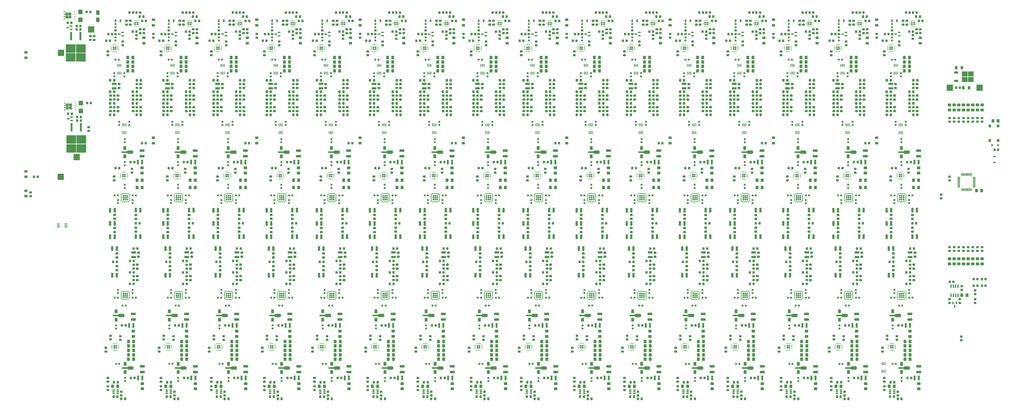
<source format=gtp>
G04 #@! TF.GenerationSoftware,KiCad,Pcbnew,8.0.6-unknown-202411051418~a3eff548b7~ubuntu20.04.1*
G04 #@! TF.CreationDate,2024-11-07T21:25:44-05:00*
G04 #@! TF.ProjectId,ARX,4152582e-6b69-4636-9164-5f7063625858,Revision I*
G04 #@! TF.SameCoordinates,Original*
G04 #@! TF.FileFunction,Paste,Top*
G04 #@! TF.FilePolarity,Positive*
%FSLAX46Y46*%
G04 Gerber Fmt 4.6, Leading zero omitted, Abs format (unit mm)*
G04 Created by KiCad (PCBNEW 8.0.6-unknown-202411051418~a3eff548b7~ubuntu20.04.1) date 2024-11-07 21:25:44*
%MOMM*%
%LPD*%
G01*
G04 APERTURE LIST*
G04 Aperture macros list*
%AMRoundRect*
0 Rectangle with rounded corners*
0 $1 Rounding radius*
0 $2 $3 $4 $5 $6 $7 $8 $9 X,Y pos of 4 corners*
0 Add a 4 corners polygon primitive as box body*
4,1,4,$2,$3,$4,$5,$6,$7,$8,$9,$2,$3,0*
0 Add four circle primitives for the rounded corners*
1,1,$1+$1,$2,$3*
1,1,$1+$1,$4,$5*
1,1,$1+$1,$6,$7*
1,1,$1+$1,$8,$9*
0 Add four rect primitives between the rounded corners*
20,1,$1+$1,$2,$3,$4,$5,0*
20,1,$1+$1,$4,$5,$6,$7,0*
20,1,$1+$1,$6,$7,$8,$9,0*
20,1,$1+$1,$8,$9,$2,$3,0*%
%AMOutline5P*
0 Free polygon, 5 corners , with rotation*
0 The origin of the aperture is its center*
0 number of corners: always 5*
0 $1 to $10 corner X, Y*
0 $11 Rotation angle, in degrees counterclockwise*
0 create outline with 5 corners*
4,1,5,$1,$2,$3,$4,$5,$6,$7,$8,$9,$10,$1,$2,$11*%
%AMOutline6P*
0 Free polygon, 6 corners , with rotation*
0 The origin of the aperture is its center*
0 number of corners: always 6*
0 $1 to $12 corner X, Y*
0 $13 Rotation angle, in degrees counterclockwise*
0 create outline with 6 corners*
4,1,6,$1,$2,$3,$4,$5,$6,$7,$8,$9,$10,$11,$12,$1,$2,$13*%
%AMOutline7P*
0 Free polygon, 7 corners , with rotation*
0 The origin of the aperture is its center*
0 number of corners: always 7*
0 $1 to $14 corner X, Y*
0 $15 Rotation angle, in degrees counterclockwise*
0 create outline with 7 corners*
4,1,7,$1,$2,$3,$4,$5,$6,$7,$8,$9,$10,$11,$12,$13,$14,$1,$2,$15*%
%AMOutline8P*
0 Free polygon, 8 corners , with rotation*
0 The origin of the aperture is its center*
0 number of corners: always 8*
0 $1 to $16 corner X, Y*
0 $17 Rotation angle, in degrees counterclockwise*
0 create outline with 8 corners*
4,1,8,$1,$2,$3,$4,$5,$6,$7,$8,$9,$10,$11,$12,$13,$14,$15,$16,$1,$2,$17*%
%AMFreePoly0*
4,1,11,0.952500,4.102100,0.952500,1.676400,0.457200,1.181100,0.457200,-1.816100,-0.457200,-1.816100,-0.457200,1.181100,-0.952500,1.676400,-0.952500,4.102100,-0.457200,4.597400,0.457200,4.597400,0.952500,4.102100,0.952500,4.102100,$1*%
G04 Aperture macros list end*
%ADD10RoundRect,0.250000X-0.337500X-0.475000X0.337500X-0.475000X0.337500X0.475000X-0.337500X0.475000X0*%
%ADD11RoundRect,0.250000X-0.450000X0.325000X-0.450000X-0.325000X0.450000X-0.325000X0.450000X0.325000X0*%
%ADD12RoundRect,0.250000X-0.450000X0.350000X-0.450000X-0.350000X0.450000X-0.350000X0.450000X0.350000X0*%
%ADD13RoundRect,0.250000X0.350000X0.450000X-0.350000X0.450000X-0.350000X-0.450000X0.350000X-0.450000X0*%
%ADD14RoundRect,0.250000X-0.325000X-0.450000X0.325000X-0.450000X0.325000X0.450000X-0.325000X0.450000X0*%
%ADD15R,1.216000X2.540000*%
%ADD16RoundRect,0.237500X-0.300000X-0.237500X0.300000X-0.237500X0.300000X0.237500X-0.300000X0.237500X0*%
%ADD17RoundRect,0.100000X-0.100000X0.712500X-0.100000X-0.712500X0.100000X-0.712500X0.100000X0.712500X0*%
%ADD18RoundRect,0.280000X0.620000X-0.520000X0.620000X0.520000X-0.620000X0.520000X-0.620000X-0.520000X0*%
%ADD19RoundRect,0.237500X0.237500X-0.300000X0.237500X0.300000X-0.237500X0.300000X-0.237500X-0.300000X0*%
%ADD20RoundRect,0.250000X0.450000X-0.350000X0.450000X0.350000X-0.450000X0.350000X-0.450000X-0.350000X0*%
%ADD21RoundRect,0.250000X0.337500X0.475000X-0.337500X0.475000X-0.337500X-0.475000X0.337500X-0.475000X0*%
%ADD22RoundRect,0.280000X0.520000X0.620000X-0.520000X0.620000X-0.520000X-0.620000X0.520000X-0.620000X0*%
%ADD23RoundRect,0.270213X-0.454787X0.364787X-0.454787X-0.364787X0.454787X-0.364787X0.454787X0.364787X0*%
%ADD24RoundRect,0.237500X-0.237500X0.300000X-0.237500X-0.300000X0.237500X-0.300000X0.237500X0.300000X0*%
%ADD25RoundRect,0.270213X0.364787X0.454787X-0.364787X0.454787X-0.364787X-0.454787X0.364787X-0.454787X0*%
%ADD26RoundRect,0.270213X-0.364787X-0.454787X0.364787X-0.454787X0.364787X0.454787X-0.364787X0.454787X0*%
%ADD27R,1.016000X2.540000*%
%ADD28RoundRect,0.150000X0.587500X0.150000X-0.587500X0.150000X-0.587500X-0.150000X0.587500X-0.150000X0*%
%ADD29RoundRect,0.280000X-0.620000X0.520000X-0.620000X-0.520000X0.620000X-0.520000X0.620000X0.520000X0*%
%ADD30RoundRect,0.250000X0.900000X-1.000000X0.900000X1.000000X-0.900000X1.000000X-0.900000X-1.000000X0*%
%ADD31R,0.250000X0.810000*%
%ADD32R,0.810000X0.250000*%
%ADD33R,0.830000X0.830000*%
%ADD34RoundRect,0.250000X-1.075000X0.400000X-1.075000X-0.400000X1.075000X-0.400000X1.075000X0.400000X0*%
%ADD35R,1.600200X2.159000*%
%ADD36FreePoly0,270.000000*%
%ADD37RoundRect,0.250000X0.325000X0.450000X-0.325000X0.450000X-0.325000X-0.450000X0.325000X-0.450000X0*%
%ADD38RoundRect,0.250000X-0.650000X1.000000X-0.650000X-1.000000X0.650000X-1.000000X0.650000X1.000000X0*%
%ADD39RoundRect,0.237500X0.300000X0.237500X-0.300000X0.237500X-0.300000X-0.237500X0.300000X-0.237500X0*%
%ADD40RoundRect,0.250000X-0.475000X0.337500X-0.475000X-0.337500X0.475000X-0.337500X0.475000X0.337500X0*%
%ADD41RoundRect,0.200000X-0.200000X-0.562000X0.200000X-0.562000X0.200000X0.562000X-0.200000X0.562000X0*%
%ADD42RoundRect,0.250000X0.475000X-0.337500X0.475000X0.337500X-0.475000X0.337500X-0.475000X-0.337500X0*%
%ADD43RoundRect,0.207500X-0.207500X-0.207500X0.207500X-0.207500X0.207500X0.207500X-0.207500X0.207500X0*%
%ADD44Outline5P,-0.242500X0.170000X0.174500X0.170000X0.242500X0.102000X0.242500X-0.170000X-0.242500X-0.170000X0.000000*%
%ADD45R,0.485000X0.340000*%
%ADD46Outline5P,-0.242500X0.170000X0.242500X0.170000X0.242500X-0.102000X0.174500X-0.170000X-0.242500X-0.170000X0.000000*%
%ADD47Outline5P,-0.242500X0.170000X0.174500X0.170000X0.242500X0.102000X0.242500X-0.170000X-0.242500X-0.170000X90.000000*%
%ADD48R,0.340000X0.485000*%
%ADD49Outline5P,-0.242500X0.170000X0.242500X0.170000X0.242500X-0.102000X0.174500X-0.170000X-0.242500X-0.170000X90.000000*%
%ADD50Outline5P,-0.242500X0.170000X0.242500X0.170000X0.242500X-0.170000X-0.174500X-0.170000X-0.242500X-0.102000X0.000000*%
%ADD51Outline5P,-0.242500X0.102000X-0.174500X0.170000X0.242500X0.170000X0.242500X-0.170000X-0.242500X-0.170000X0.000000*%
%ADD52Outline5P,-0.242500X0.170000X0.242500X0.170000X0.242500X-0.170000X-0.174500X-0.170000X-0.242500X-0.102000X90.000000*%
%ADD53Outline5P,-0.242500X0.102000X-0.174500X0.170000X0.242500X0.170000X0.242500X-0.170000X-0.242500X-0.170000X90.000000*%
%ADD54RoundRect,0.250000X-0.412500X-0.650000X0.412500X-0.650000X0.412500X0.650000X-0.412500X0.650000X0*%
%ADD55R,3.450001X3.450001*%
%ADD56RoundRect,0.280000X-0.520000X-0.620000X0.520000X-0.620000X0.520000X0.620000X-0.520000X0.620000X0*%
%ADD57RoundRect,0.250001X-0.624999X0.462499X-0.624999X-0.462499X0.624999X-0.462499X0.624999X0.462499X0*%
%ADD58RoundRect,0.250000X-0.850000X-0.350000X0.850000X-0.350000X0.850000X0.350000X-0.850000X0.350000X0*%
%ADD59RoundRect,0.250000X-1.275000X-1.125000X1.275000X-1.125000X1.275000X1.125000X-1.275000X1.125000X0*%
%ADD60RoundRect,0.250000X-0.350000X-0.450000X0.350000X-0.450000X0.350000X0.450000X-0.350000X0.450000X0*%
%ADD61RoundRect,0.250000X-0.300000X2.050000X-0.300000X-2.050000X0.300000X-2.050000X0.300000X2.050000X0*%
%ADD62RoundRect,0.250000X-2.375000X2.025000X-2.375000X-2.025000X2.375000X-2.025000X2.375000X2.025000X0*%
%ADD63R,2.540000X1.216000*%
%ADD64R,0.230000X0.230000*%
%ADD65O,0.230000X0.800000*%
%ADD66R,1.050000X0.680000*%
%ADD67R,0.500000X0.260000*%
%ADD68RoundRect,0.207500X0.207500X0.207500X-0.207500X0.207500X-0.207500X-0.207500X0.207500X-0.207500X0*%
%ADD69Outline5P,-0.242500X0.170000X0.174500X0.170000X0.242500X0.102000X0.242500X-0.170000X-0.242500X-0.170000X180.000000*%
%ADD70Outline5P,-0.242500X0.170000X0.242500X0.170000X0.242500X-0.102000X0.174500X-0.170000X-0.242500X-0.170000X180.000000*%
%ADD71Outline5P,-0.242500X0.170000X0.174500X0.170000X0.242500X0.102000X0.242500X-0.170000X-0.242500X-0.170000X270.000000*%
%ADD72Outline5P,-0.242500X0.170000X0.242500X0.170000X0.242500X-0.102000X0.174500X-0.170000X-0.242500X-0.170000X270.000000*%
%ADD73Outline5P,-0.242500X0.170000X0.242500X0.170000X0.242500X-0.170000X-0.174500X-0.170000X-0.242500X-0.102000X180.000000*%
%ADD74Outline5P,-0.242500X0.102000X-0.174500X0.170000X0.242500X0.170000X0.242500X-0.170000X-0.242500X-0.170000X180.000000*%
%ADD75Outline5P,-0.242500X0.170000X0.242500X0.170000X0.242500X-0.170000X-0.174500X-0.170000X-0.242500X-0.102000X270.000000*%
%ADD76Outline5P,-0.242500X0.102000X-0.174500X0.170000X0.242500X0.170000X0.242500X-0.170000X-0.242500X-0.170000X270.000000*%
%ADD77RoundRect,0.100000X0.100000X-0.712500X0.100000X0.712500X-0.100000X0.712500X-0.100000X-0.712500X0*%
%ADD78RoundRect,0.150000X-0.150000X0.587500X-0.150000X-0.587500X0.150000X-0.587500X0.150000X0.587500X0*%
%ADD79RoundRect,0.150000X-0.512500X-0.150000X0.512500X-0.150000X0.512500X0.150000X-0.512500X0.150000X0*%
%ADD80RoundRect,0.225000X0.375000X-0.225000X0.375000X0.225000X-0.375000X0.225000X-0.375000X-0.225000X0*%
%ADD81RoundRect,0.075000X0.075000X-0.662500X0.075000X0.662500X-0.075000X0.662500X-0.075000X-0.662500X0*%
%ADD82RoundRect,0.075000X0.662500X-0.075000X0.662500X0.075000X-0.662500X0.075000X-0.662500X-0.075000X0*%
%ADD83RoundRect,0.225000X-0.225000X-0.375000X0.225000X-0.375000X0.225000X0.375000X-0.225000X0.375000X0*%
%ADD84R,1.500000X1.500000*%
%ADD85R,0.750000X0.500000*%
%ADD86R,0.750000X0.400000*%
%ADD87RoundRect,0.100000X0.712500X0.100000X-0.712500X0.100000X-0.712500X-0.100000X0.712500X-0.100000X0*%
%ADD88R,1.400000X1.600000*%
%ADD89RoundRect,0.150000X-0.150000X0.825000X-0.150000X-0.825000X0.150000X-0.825000X0.150000X0.825000X0*%
G04 APERTURE END LIST*
D10*
X412644083Y-364326966D03*
X414719083Y-364326966D03*
D11*
X327446049Y-214002585D03*
X327446049Y-216052585D03*
D12*
X598055382Y-171447335D03*
X598055382Y-173447335D03*
D13*
X528241549Y-247341224D03*
X526241549Y-247341224D03*
X621348214Y-172717335D03*
X619348214Y-172717335D03*
D14*
X617773212Y-310563274D03*
X619823212Y-310563274D03*
X252233382Y-304276774D03*
X254283382Y-304276774D03*
D15*
X466911714Y-284797737D03*
X469397714Y-284797737D03*
D16*
X638489214Y-318046724D03*
X640214214Y-318046724D03*
D17*
X416544883Y-191202334D03*
X415894883Y-191202334D03*
X415244883Y-191202334D03*
X414594883Y-191202334D03*
X414594883Y-195427334D03*
X415244883Y-195427334D03*
X415894883Y-195427334D03*
X416544883Y-195427334D03*
D18*
X624408214Y-249970225D03*
X624408214Y-247170225D03*
D16*
X300306216Y-262206723D03*
X302031216Y-262206723D03*
X300792216Y-188027334D03*
X302517216Y-188027334D03*
D19*
X479161216Y-266431723D03*
X479161216Y-264706723D03*
D13*
X326244048Y-174054334D03*
X324244048Y-174054334D03*
D20*
X481263716Y-176622335D03*
X481263716Y-174622335D03*
D21*
X249627484Y-373404966D03*
X247552484Y-373404966D03*
D22*
X422994883Y-194102335D03*
X420194883Y-194102335D03*
D23*
X506824548Y-213995085D03*
X506824548Y-216165085D03*
D24*
X497240547Y-175814336D03*
X497240547Y-177539336D03*
D25*
X511019047Y-218170835D03*
X508849047Y-218170835D03*
D22*
X536090648Y-349297766D03*
X533290648Y-349297766D03*
D26*
X467010716Y-218170835D03*
X469180716Y-218170835D03*
D18*
X535944648Y-339210766D03*
X535944648Y-336410766D03*
D23*
X256920383Y-293544024D03*
X256920383Y-295714024D03*
D15*
X326374047Y-305771539D03*
X328860047Y-305771539D03*
D27*
X568044381Y-243995225D03*
X565758381Y-243995225D03*
D23*
X284277215Y-293544024D03*
X284277215Y-295714024D03*
D11*
X214718383Y-214002585D03*
X214718383Y-216052585D03*
D17*
X387537882Y-191202334D03*
X386887882Y-191202334D03*
X386237882Y-191202334D03*
X385587882Y-191202334D03*
X385587882Y-195427334D03*
X386237882Y-195427334D03*
X386887882Y-195427334D03*
X387537882Y-195427334D03*
D23*
X216757883Y-207716085D03*
X216757883Y-209886085D03*
X496754547Y-280086797D03*
X496754547Y-282256797D03*
D28*
X586469881Y-175004334D03*
X586469881Y-173104334D03*
X584594881Y-174054334D03*
D17*
X585636382Y-191202334D03*
X584986382Y-191202334D03*
X584336382Y-191202334D03*
X583686382Y-191202334D03*
X583686382Y-195427334D03*
X584336382Y-195427334D03*
X584986382Y-195427334D03*
X585636382Y-195427334D03*
D24*
X525544549Y-195427335D03*
X525544549Y-197152335D03*
D12*
X352965049Y-366516276D03*
X352965049Y-368516276D03*
D29*
X685524212Y-212786967D03*
X685524212Y-215586967D03*
D24*
X502282548Y-256379224D03*
X502282548Y-258104224D03*
D13*
X637070214Y-174054334D03*
X635070214Y-174054334D03*
D30*
X196498212Y-216026208D03*
X196498212Y-211726208D03*
D11*
X254283384Y-306395023D03*
X254283384Y-308445023D03*
X508856548Y-207708584D03*
X508856548Y-209758584D03*
X638272215Y-214002585D03*
X638272215Y-216052585D03*
D24*
X362355150Y-361900966D03*
X362355150Y-363625966D03*
D11*
X300792216Y-172004334D03*
X300792216Y-174054334D03*
D23*
X498577048Y-207716085D03*
X498577048Y-209886085D03*
D27*
X568201481Y-361900966D03*
X565915481Y-361900966D03*
D26*
X393958882Y-205597835D03*
X396128882Y-205597835D03*
D16*
X215720482Y-354234766D03*
X217445482Y-354234766D03*
D31*
X390054882Y-249544224D03*
X389554882Y-249544224D03*
X389054882Y-249544224D03*
X388554882Y-249544224D03*
X388054882Y-249544224D03*
D32*
X387209882Y-250389224D03*
X387209882Y-250889224D03*
X387209882Y-251389224D03*
X387209882Y-251889224D03*
X387209882Y-252389224D03*
D31*
X388054882Y-253234224D03*
X388554882Y-253234224D03*
X389054882Y-253234224D03*
X389554882Y-253234224D03*
X390054882Y-253234224D03*
D32*
X390899882Y-252389224D03*
X390899882Y-251889224D03*
X390899882Y-251389224D03*
X390899882Y-250889224D03*
X390899882Y-250389224D03*
D33*
X389569882Y-250874224D03*
X388539882Y-250874224D03*
X389569882Y-251904224D03*
X388539882Y-251904224D03*
D25*
X596389881Y-218170835D03*
X594219881Y-218170835D03*
D23*
X311862219Y-279875797D03*
X311862219Y-282045797D03*
D20*
X677032213Y-313829968D03*
X677032213Y-311829968D03*
D24*
X220463383Y-231459026D03*
X220463383Y-233184026D03*
D34*
X225118482Y-326960766D03*
X225118482Y-330060766D03*
D23*
X354413550Y-207716085D03*
X354413550Y-209886085D03*
D26*
X241555384Y-199311335D03*
X243725384Y-199311335D03*
D23*
X563180880Y-207716084D03*
X563180880Y-209886084D03*
X640311715Y-214002585D03*
X640311715Y-216172585D03*
D22*
X506715548Y-189276335D03*
X503915548Y-189276335D03*
D23*
X596259382Y-201369584D03*
X596259382Y-203539584D03*
D24*
X581908382Y-195427335D03*
X581908382Y-197152335D03*
D35*
X587653382Y-236329025D03*
D36*
X587653382Y-238589625D03*
D35*
X587653382Y-240850225D03*
D15*
X213646381Y-305771539D03*
X216132381Y-305771539D03*
D22*
X371676050Y-257882224D03*
X368876050Y-257882224D03*
D29*
X688064212Y-212786967D03*
X688064212Y-215586967D03*
D14*
X335954048Y-297990274D03*
X338004048Y-297990274D03*
D23*
X538739548Y-293544024D03*
X538739548Y-295714024D03*
D13*
X454272715Y-162303335D03*
X452272715Y-162303335D03*
D15*
X242653382Y-305771539D03*
X245139382Y-305771539D03*
D26*
X506686548Y-211884335D03*
X508856548Y-211884335D03*
D37*
X644499315Y-333235767D03*
X642449315Y-333235767D03*
D38*
X205748711Y-162294209D03*
X205748711Y-166294209D03*
D16*
X469397715Y-262206723D03*
X471122715Y-262206723D03*
D39*
X621038214Y-318046723D03*
X619313214Y-318046723D03*
D19*
X222891383Y-223678026D03*
X222891383Y-221953026D03*
D15*
X623524217Y-284734239D03*
X621038217Y-284734239D03*
D14*
X646780214Y-297990274D03*
X648830214Y-297990274D03*
D23*
X229076883Y-207716085D03*
X229076883Y-209886085D03*
D31*
X385311982Y-343102766D03*
X384811982Y-343102766D03*
X384311982Y-343102766D03*
X383811982Y-343102766D03*
X383311982Y-343102766D03*
D32*
X382466982Y-343947766D03*
X382466982Y-344447766D03*
X382466982Y-344947766D03*
X382466982Y-345447766D03*
X382466982Y-345947766D03*
D31*
X383311982Y-346792766D03*
X383811982Y-346792766D03*
X384311982Y-346792766D03*
X384811982Y-346792766D03*
X385311982Y-346792766D03*
D32*
X386156982Y-345947766D03*
X386156982Y-345447766D03*
X386156982Y-344947766D03*
X386156982Y-344447766D03*
X386156982Y-343947766D03*
D33*
X384826982Y-344432766D03*
X383796982Y-344432766D03*
X384826982Y-345462766D03*
X383796982Y-345462766D03*
D19*
X273091716Y-266431724D03*
X273091716Y-264706724D03*
D26*
X494367548Y-199311335D03*
X496537548Y-199311335D03*
D18*
X653415215Y-249970225D03*
X653415215Y-247170225D03*
D39*
X593681382Y-318046723D03*
X591956382Y-318046723D03*
D31*
X414318983Y-343102766D03*
X413818983Y-343102766D03*
X413318983Y-343102766D03*
X412818983Y-343102766D03*
X412318983Y-343102766D03*
D32*
X411473983Y-343947766D03*
X411473983Y-344447766D03*
X411473983Y-344947766D03*
X411473983Y-345447766D03*
X411473983Y-345947766D03*
D31*
X412318983Y-346792766D03*
X412818983Y-346792766D03*
X413318983Y-346792766D03*
X413818983Y-346792766D03*
X414318983Y-346792766D03*
D32*
X415163983Y-345947766D03*
X415163983Y-345447766D03*
X415163983Y-344947766D03*
X415163983Y-344447766D03*
X415163983Y-343947766D03*
D33*
X413833983Y-344432766D03*
X412803983Y-344432766D03*
X413833983Y-345462766D03*
X412803983Y-345462766D03*
D40*
X590646582Y-166797335D03*
X590646582Y-168872335D03*
D34*
X597208482Y-355625965D03*
X597208482Y-358725965D03*
D11*
X452492715Y-201429584D03*
X452492715Y-203479584D03*
X552901381Y-214002585D03*
X552901381Y-216052585D03*
D41*
X497240547Y-166797335D03*
X499958347Y-166797335D03*
D39*
X475425715Y-322424568D03*
X473700715Y-322424568D03*
D20*
X212672482Y-340899766D03*
X212672482Y-338899766D03*
D42*
X214659382Y-253981335D03*
X214659382Y-251906335D03*
D15*
X596167385Y-284734239D03*
X593681385Y-284734239D03*
D26*
X550731381Y-218170835D03*
X552901381Y-218170835D03*
D40*
X483295716Y-171447335D03*
X483295716Y-173522335D03*
D16*
X440390714Y-262206723D03*
X442115714Y-262206723D03*
D23*
X282855218Y-279875797D03*
X282855218Y-282045797D03*
D43*
X248690384Y-315766723D03*
X248690384Y-316796723D03*
X248690384Y-317826723D03*
X249720384Y-315766723D03*
X249720384Y-316796723D03*
X249720384Y-317826723D03*
X250750384Y-315766723D03*
X250750384Y-316796723D03*
X250750384Y-317826723D03*
D44*
X247512884Y-315046723D03*
D45*
X247512884Y-315546723D03*
X247512884Y-316046723D03*
X247512884Y-316546723D03*
X247512884Y-317046723D03*
X247512884Y-317546723D03*
X247512884Y-318046723D03*
D46*
X247512884Y-318546723D03*
D47*
X247970384Y-319004223D03*
D48*
X248470384Y-319004223D03*
X248970384Y-319004223D03*
X249470384Y-319004223D03*
X249970384Y-319004223D03*
X250470384Y-319004223D03*
X250970384Y-319004223D03*
D49*
X251470384Y-319004223D03*
D50*
X251927884Y-318546723D03*
D45*
X251927884Y-318046723D03*
X251927884Y-317546723D03*
X251927884Y-317046723D03*
X251927884Y-316546723D03*
X251927884Y-316046723D03*
X251927884Y-315546723D03*
D51*
X251927884Y-315046723D03*
D52*
X251470384Y-314589223D03*
D48*
X250970384Y-314589223D03*
X250470384Y-314589223D03*
X249970384Y-314589223D03*
X249470384Y-314589223D03*
X248970384Y-314589223D03*
X248470384Y-314589223D03*
D53*
X247970384Y-314589223D03*
D22*
X479726815Y-346884766D03*
X476926815Y-346884766D03*
D23*
X384026881Y-272834914D03*
X384026881Y-275004914D03*
D26*
X422965883Y-205597835D03*
X425135883Y-205597835D03*
D24*
X418322883Y-195427334D03*
X418322883Y-197152334D03*
D54*
X677875213Y-203388208D03*
X681000213Y-203388208D03*
D19*
X562881881Y-266431723D03*
X562881881Y-264706723D03*
D23*
X467148716Y-213995085D03*
X467148716Y-216165085D03*
D55*
X185508312Y-252038708D03*
D22*
X479358716Y-194102335D03*
X476558716Y-194102335D03*
D15*
X494268547Y-277545856D03*
X496754547Y-277545856D03*
D11*
X283401216Y-207708584D03*
X283401216Y-209758584D03*
D22*
X428039883Y-257882224D03*
X425239883Y-257882224D03*
X281260216Y-186863335D03*
X278460216Y-186863335D03*
D56*
X270178916Y-366485966D03*
X272978916Y-366485966D03*
D57*
X287229216Y-176060335D03*
X287229216Y-179035335D03*
D11*
X384512881Y-172004334D03*
X384512881Y-174054334D03*
D23*
X481740715Y-300048524D03*
X481740715Y-302218524D03*
D24*
X249627484Y-361900966D03*
X249627484Y-363625966D03*
D37*
X453996716Y-277482356D03*
X451946716Y-277482356D03*
D23*
X454532215Y-214002585D03*
X454532215Y-216172585D03*
D35*
X531289549Y-236329025D03*
D36*
X531289549Y-238589625D03*
D35*
X531289549Y-240850225D03*
D18*
X648672314Y-339210766D03*
X648672314Y-336410766D03*
D11*
X440166215Y-207716085D03*
X440166215Y-209766085D03*
D12*
X630629012Y-173986208D03*
X630629012Y-175986208D03*
D41*
X609968213Y-166797335D03*
X612686013Y-166797335D03*
D26*
X422965883Y-211884335D03*
X425135883Y-211884335D03*
D14*
X355817047Y-298519655D03*
X357867047Y-298519655D03*
D28*
X642833714Y-175004334D03*
X642833714Y-173104334D03*
X640958714Y-174054334D03*
D24*
X610267313Y-333235767D03*
X610267313Y-334960767D03*
D18*
X371596050Y-249970225D03*
X371596050Y-247170225D03*
D20*
X224400383Y-249754224D03*
X224400383Y-247754224D03*
D26*
X506686548Y-205597835D03*
X508856548Y-205597835D03*
D37*
X341269050Y-277482356D03*
X339219050Y-277482356D03*
D20*
X677904213Y-292473965D03*
X677904213Y-290473965D03*
D11*
X244428383Y-172004334D03*
X244428383Y-174054334D03*
D27*
X597208482Y-361900966D03*
X594922482Y-361900966D03*
D19*
X611932214Y-223678025D03*
X611932214Y-221953025D03*
X561074381Y-223678026D03*
X561074381Y-221953026D03*
D57*
X166571012Y-184076208D03*
X166571012Y-187051208D03*
D23*
X441587713Y-300913097D03*
X441587713Y-303083097D03*
D58*
X673938213Y-195095208D03*
D59*
X678563213Y-195850208D03*
X678563213Y-198900208D03*
X681913213Y-195850208D03*
X681913213Y-198900208D03*
D58*
X673938213Y-199655208D03*
D28*
X191193712Y-171535208D03*
X191193712Y-169635208D03*
X189318712Y-170585208D03*
D31*
X470682816Y-343102766D03*
X470182816Y-343102766D03*
X469682816Y-343102766D03*
X469182816Y-343102766D03*
X468682816Y-343102766D03*
D32*
X467837816Y-343947766D03*
X467837816Y-344447766D03*
X467837816Y-344947766D03*
X467837816Y-345447766D03*
X467837816Y-345947766D03*
D31*
X468682816Y-346792766D03*
X469182816Y-346792766D03*
X469682816Y-346792766D03*
X470182816Y-346792766D03*
X470682816Y-346792766D03*
D32*
X471527816Y-345947766D03*
X471527816Y-345447766D03*
X471527816Y-344947766D03*
X471527816Y-344447766D03*
X471527816Y-343947766D03*
D33*
X470197816Y-344432766D03*
X469167816Y-344432766D03*
X470197816Y-345462766D03*
X469167816Y-345462766D03*
D20*
X283165216Y-176622335D03*
X283165216Y-174622335D03*
D34*
X427959883Y-237720225D03*
X427959883Y-240820225D03*
D37*
X564028480Y-361900966D03*
X561978480Y-361900966D03*
D14*
X552265378Y-298519655D03*
X554315378Y-298519655D03*
D39*
X255498385Y-262206723D03*
X253773385Y-262206723D03*
D23*
X438141715Y-213995085D03*
X438141715Y-216165085D03*
X506817047Y-207716084D03*
X506817047Y-209886084D03*
D60*
X561190381Y-162303335D03*
X563190381Y-162303335D03*
D13*
X640969215Y-247341224D03*
X638969215Y-247341224D03*
D12*
X578420381Y-366516276D03*
X578420381Y-368516276D03*
D35*
X446075815Y-354234766D03*
D36*
X446075815Y-356495366D03*
D35*
X446075815Y-358755966D03*
D18*
X563301480Y-339210766D03*
X563301480Y-336410766D03*
D31*
X470383715Y-179922335D03*
X469883715Y-179922335D03*
X469383715Y-179922335D03*
X468883715Y-179922335D03*
X468383715Y-179922335D03*
D32*
X467538715Y-180767335D03*
X467538715Y-181267335D03*
X467538715Y-181767335D03*
X467538715Y-182267335D03*
X467538715Y-182767335D03*
D31*
X468383715Y-183612335D03*
X468883715Y-183612335D03*
X469383715Y-183612335D03*
X469883715Y-183612335D03*
X470383715Y-183612335D03*
D32*
X471228715Y-182767335D03*
X471228715Y-182267335D03*
X471228715Y-181767335D03*
X471228715Y-181267335D03*
X471228715Y-180767335D03*
D33*
X469898715Y-181252335D03*
X468868715Y-181252335D03*
X469898715Y-182282335D03*
X468868715Y-182282335D03*
D57*
X485327716Y-176060335D03*
X485327716Y-179035335D03*
D17*
X500265548Y-191202334D03*
X499615548Y-191202334D03*
X498965548Y-191202334D03*
X498315548Y-191202334D03*
X498315548Y-195427334D03*
X498965548Y-195427334D03*
X499615548Y-195427334D03*
X500265548Y-195427334D03*
D22*
X563079381Y-191689335D03*
X560279381Y-191689335D03*
D13*
X442870715Y-247341224D03*
X440870715Y-247341224D03*
D23*
X226491385Y-272918915D03*
X226491385Y-275088915D03*
D37*
X397632883Y-277482356D03*
X395582883Y-277482356D03*
D24*
X356453050Y-195427335D03*
X356453050Y-197152335D03*
X582910481Y-333235767D03*
X582910481Y-334960767D03*
D23*
X301503215Y-293956215D03*
X301503215Y-296126215D03*
X255498386Y-279875797D03*
X255498386Y-282045797D03*
D19*
X253705884Y-266431723D03*
X253705884Y-264706723D03*
D22*
X337992148Y-342026766D03*
X335192148Y-342026766D03*
D11*
X425128383Y-214002585D03*
X425128383Y-216052585D03*
D24*
X611274714Y-313821723D03*
X611274714Y-315546723D03*
D14*
X421324881Y-304276774D03*
X423374881Y-304276774D03*
D23*
X510888548Y-201369584D03*
X510888548Y-203539584D03*
D13*
X467978715Y-174054334D03*
X465978715Y-174054334D03*
D27*
X648672314Y-333235767D03*
X646386314Y-333235767D03*
D56*
X677032213Y-316764468D03*
X679832213Y-316764468D03*
D61*
X196273712Y-175186209D03*
D62*
X196508712Y-181911209D03*
X190958712Y-181911209D03*
X196508712Y-186761209D03*
X190958712Y-186761209D03*
D61*
X191193712Y-175186209D03*
D13*
X457431715Y-166875335D03*
X455431715Y-166875335D03*
D23*
X272496214Y-293956215D03*
X272496214Y-296126215D03*
D12*
X230865383Y-171447335D03*
X230865383Y-173447335D03*
D26*
X579738382Y-218170835D03*
X581908382Y-218170835D03*
D23*
X648559215Y-213995085D03*
X648559215Y-216165085D03*
D25*
X623746713Y-218170835D03*
X621576713Y-218170835D03*
D37*
X621873212Y-291267773D03*
X619823212Y-291267773D03*
D35*
X384811981Y-325569567D03*
D36*
X384811981Y-327830167D03*
D35*
X384811981Y-330090767D03*
D26*
X337595049Y-205597835D03*
X339765049Y-205597835D03*
D25*
X398291381Y-218170835D03*
X396121381Y-218170835D03*
D13*
X650355215Y-172717335D03*
X648355215Y-172717335D03*
D12*
X372600050Y-171447335D03*
X372600050Y-173447335D03*
D19*
X477353716Y-223678026D03*
X477353716Y-221953026D03*
D24*
X531289549Y-256379224D03*
X531289549Y-258104224D03*
D40*
X200773012Y-224936208D03*
X200773012Y-227011208D03*
D63*
X271082216Y-201211584D03*
X271082216Y-203697584D03*
D16*
X413519882Y-188027334D03*
X415244882Y-188027334D03*
D31*
X639774315Y-343102766D03*
X639274315Y-343102766D03*
X638774315Y-343102766D03*
X638274315Y-343102766D03*
X637774315Y-343102766D03*
D32*
X636929315Y-343947766D03*
X636929315Y-344447766D03*
X636929315Y-344947766D03*
X636929315Y-345447766D03*
X636929315Y-345947766D03*
D31*
X637774315Y-346792766D03*
X638274315Y-346792766D03*
X638774315Y-346792766D03*
X639274315Y-346792766D03*
X639774315Y-346792766D03*
D32*
X640619315Y-345947766D03*
X640619315Y-345447766D03*
X640619315Y-344947766D03*
X640619315Y-344447766D03*
X640619315Y-343947766D03*
D33*
X639289315Y-344432766D03*
X638259315Y-344432766D03*
X639289315Y-345462766D03*
X638259315Y-345462766D03*
D40*
X306795417Y-166797335D03*
X306795417Y-168872335D03*
D13*
X257824384Y-162303335D03*
X255824384Y-162303335D03*
D14*
X683500213Y-311575966D03*
X685550213Y-311575966D03*
D26*
X648421215Y-205597835D03*
X650591215Y-205597835D03*
D12*
X512684548Y-171447335D03*
X512684548Y-173447335D03*
D24*
X531446649Y-361900966D03*
X531446649Y-363625966D03*
D21*
X446075815Y-373404966D03*
X444000815Y-373404966D03*
D28*
X332007548Y-175004334D03*
X332007548Y-173104334D03*
X330132548Y-174054334D03*
D11*
X281640215Y-300108524D03*
X281640215Y-302158524D03*
D10*
X299916417Y-364326966D03*
X301991417Y-364326966D03*
D15*
X212449381Y-284797737D03*
X214935381Y-284797737D03*
D60*
X533833549Y-162303335D03*
X535833549Y-162303335D03*
D21*
X502439648Y-373404966D03*
X500364648Y-373404966D03*
D42*
X271023215Y-253981335D03*
X271023215Y-251906335D03*
D13*
X273779216Y-247341224D03*
X271779216Y-247341224D03*
D20*
X226801383Y-176622335D03*
X226801383Y-174622335D03*
D23*
X414230881Y-300913097D03*
X414230881Y-303083097D03*
X452733714Y-306335024D03*
X452733714Y-308505024D03*
D16*
X301091316Y-354234766D03*
X302816316Y-354234766D03*
D23*
X241685884Y-207716085D03*
X241685884Y-209886085D03*
D13*
X411614882Y-174054334D03*
X409614882Y-174054334D03*
D11*
X312400717Y-214002585D03*
X312400717Y-216052585D03*
D23*
X414230881Y-293956215D03*
X414230881Y-296126215D03*
D11*
X396128882Y-207708584D03*
X396128882Y-209758584D03*
D24*
X609968213Y-168575335D03*
X609968213Y-170300335D03*
D22*
X281628315Y-342026766D03*
X278828315Y-342026766D03*
D23*
X442213215Y-207716085D03*
X442213215Y-209886085D03*
D37*
X370276051Y-277482356D03*
X368226051Y-277482356D03*
D57*
X625412214Y-176060335D03*
X625412214Y-179035335D03*
D43*
X586873382Y-315766723D03*
X586873382Y-316796723D03*
X586873382Y-317826723D03*
X587903382Y-315766723D03*
X587903382Y-316796723D03*
X587903382Y-317826723D03*
X588933382Y-315766723D03*
X588933382Y-316796723D03*
X588933382Y-317826723D03*
D44*
X585695882Y-315046723D03*
D45*
X585695882Y-315546723D03*
X585695882Y-316046723D03*
X585695882Y-316546723D03*
X585695882Y-317046723D03*
X585695882Y-317546723D03*
X585695882Y-318046723D03*
D46*
X585695882Y-318546723D03*
D47*
X586153382Y-319004223D03*
D48*
X586653382Y-319004223D03*
X587153382Y-319004223D03*
X587653382Y-319004223D03*
X588153382Y-319004223D03*
X588653382Y-319004223D03*
X589153382Y-319004223D03*
D49*
X589653382Y-319004223D03*
D50*
X590110882Y-318546723D03*
D45*
X590110882Y-318046723D03*
X590110882Y-317546723D03*
X590110882Y-317046723D03*
X590110882Y-316546723D03*
X590110882Y-316046723D03*
X590110882Y-315546723D03*
D51*
X590110882Y-315046723D03*
D52*
X589653382Y-314589223D03*
D48*
X589153382Y-314589223D03*
X588653382Y-314589223D03*
X588153382Y-314589223D03*
X587653382Y-314589223D03*
X587153382Y-314589223D03*
X586653382Y-314589223D03*
D53*
X586153382Y-314589223D03*
D15*
X213646381Y-291267774D03*
X216132381Y-291267774D03*
D11*
X310647217Y-306395023D03*
X310647217Y-308445023D03*
D12*
X670284213Y-219933966D03*
X670284213Y-221933966D03*
D15*
X550632379Y-284797737D03*
X553118379Y-284797737D03*
D40*
X522056548Y-361901276D03*
X522056548Y-363976276D03*
D13*
X260983384Y-166875335D03*
X258983384Y-166875335D03*
D11*
X481499716Y-201429584D03*
X481499716Y-203479584D03*
D26*
X467010716Y-205597835D03*
X469180716Y-205597835D03*
D11*
X565220381Y-201429584D03*
X565220381Y-203479584D03*
D31*
X357955150Y-343102766D03*
X357455150Y-343102766D03*
X356955150Y-343102766D03*
X356455150Y-343102766D03*
X355955150Y-343102766D03*
D32*
X355110150Y-343947766D03*
X355110150Y-344447766D03*
X355110150Y-344947766D03*
X355110150Y-345447766D03*
X355110150Y-345947766D03*
D31*
X355955150Y-346792766D03*
X356455150Y-346792766D03*
X356955150Y-346792766D03*
X357455150Y-346792766D03*
X357955150Y-346792766D03*
D32*
X358800150Y-345947766D03*
X358800150Y-345447766D03*
X358800150Y-344947766D03*
X358800150Y-344447766D03*
X358800150Y-343947766D03*
D33*
X357470150Y-344432766D03*
X356440150Y-344432766D03*
X357470150Y-345462766D03*
X356440150Y-345462766D03*
D64*
X367544050Y-170032335D03*
D65*
X367544050Y-169747335D03*
D64*
X368044050Y-170032335D03*
D65*
X368044050Y-169747335D03*
D64*
X368544050Y-170032335D03*
D65*
X368544050Y-169747335D03*
D64*
X369044050Y-170032335D03*
D65*
X369044050Y-169747335D03*
D64*
X369544050Y-170032335D03*
D65*
X369544050Y-169747335D03*
X369544050Y-166797335D03*
D64*
X369544050Y-166512335D03*
D65*
X369044050Y-166797335D03*
D64*
X369044050Y-166512335D03*
D65*
X368544050Y-166797335D03*
D64*
X368544050Y-166512335D03*
D65*
X368044050Y-166797335D03*
D64*
X368044050Y-166512335D03*
D65*
X367544050Y-166797335D03*
D64*
X367544050Y-166512335D03*
D66*
X367909050Y-168722335D03*
X369179050Y-168722335D03*
D67*
X366914050Y-168522335D03*
X370174050Y-168522335D03*
X366914050Y-168022335D03*
X370174050Y-168022335D03*
D66*
X367909050Y-167822335D03*
X369179050Y-167822335D03*
D10*
X383431582Y-372195966D03*
X385506582Y-372195966D03*
D26*
X648421215Y-211884335D03*
X650591215Y-211884335D03*
D23*
X527584049Y-207716085D03*
X527584049Y-209886085D03*
D16*
X469883715Y-188027334D03*
X471608715Y-188027334D03*
D68*
X476205716Y-264486723D03*
X476205716Y-263456723D03*
X476205716Y-262426723D03*
X475175716Y-264486723D03*
X475175716Y-263456723D03*
X475175716Y-262426723D03*
X474145716Y-264486723D03*
X474145716Y-263456723D03*
X474145716Y-262426723D03*
D69*
X477383216Y-265206723D03*
D45*
X477383216Y-264706723D03*
X477383216Y-264206723D03*
X477383216Y-263706723D03*
X477383216Y-263206723D03*
X477383216Y-262706723D03*
X477383216Y-262206723D03*
D70*
X477383216Y-261706723D03*
D71*
X476925716Y-261249223D03*
D48*
X476425716Y-261249223D03*
X475925716Y-261249223D03*
X475425716Y-261249223D03*
X474925716Y-261249223D03*
X474425716Y-261249223D03*
X473925716Y-261249223D03*
D72*
X473425716Y-261249223D03*
D73*
X472968216Y-261706723D03*
D45*
X472968216Y-262206723D03*
X472968216Y-262706723D03*
X472968216Y-263206723D03*
X472968216Y-263706723D03*
X472968216Y-264206723D03*
X472968216Y-264706723D03*
D74*
X472968216Y-265206723D03*
D75*
X473425716Y-265664223D03*
D48*
X473925716Y-265664223D03*
X474425716Y-265664223D03*
X474925716Y-265664223D03*
X475425716Y-265664223D03*
X475925716Y-265664223D03*
X476425716Y-265664223D03*
D76*
X476925716Y-265664223D03*
D42*
X609206213Y-253981335D03*
X609206213Y-251906335D03*
D18*
X511680548Y-249970225D03*
X511680548Y-247170225D03*
D26*
X563050381Y-211884335D03*
X565220381Y-211884335D03*
D40*
X477918916Y-166797335D03*
X477918916Y-168872335D03*
D13*
X288340216Y-166875335D03*
X286340216Y-166875335D03*
D39*
X650045216Y-262206723D03*
X648320216Y-262206723D03*
D23*
X300306216Y-280086797D03*
X300306216Y-282256797D03*
D28*
X388371381Y-175004334D03*
X388371381Y-173104334D03*
X386496381Y-174054334D03*
D23*
X636240215Y-213995085D03*
X636240215Y-216165085D03*
D35*
X272084315Y-325569567D03*
D36*
X272084315Y-327830167D03*
D35*
X272084315Y-330090767D03*
D24*
X587810482Y-361900966D03*
X587810482Y-363625966D03*
D16*
X384811981Y-354234766D03*
X386536981Y-354234766D03*
D10*
X483041715Y-164462335D03*
X485116715Y-164462335D03*
D23*
X583947882Y-207716085D03*
X583947882Y-209886085D03*
X258083884Y-207716085D03*
X258083884Y-209886085D03*
D25*
X258206883Y-218170835D03*
X256036883Y-218170835D03*
D12*
X675364213Y-219933966D03*
X675364213Y-221933966D03*
D40*
X493049547Y-361901276D03*
X493049547Y-363976276D03*
D23*
X245764884Y-207716085D03*
X245764884Y-209886085D03*
D11*
X227037383Y-201429584D03*
X227037383Y-203479584D03*
D60*
X364742050Y-162303335D03*
X366742050Y-162303335D03*
D63*
X367011049Y-293386023D03*
X367011049Y-295872023D03*
D39*
X249970383Y-322424568D03*
X248245383Y-322424568D03*
D23*
X621825213Y-306335024D03*
X621825213Y-308505024D03*
D27*
X230018483Y-361900966D03*
X227732483Y-361900966D03*
D26*
X636102215Y-218170835D03*
X638272215Y-218170835D03*
X325276049Y-218170835D03*
X327446049Y-218170835D03*
D60*
X194500212Y-219385208D03*
X196500212Y-219385208D03*
D37*
X282052216Y-243995225D03*
X280002216Y-243995225D03*
D17*
X218446383Y-191202334D03*
X217796383Y-191202334D03*
X217146383Y-191202334D03*
X216496383Y-191202334D03*
X216496383Y-195427334D03*
X217146383Y-195427334D03*
X217796383Y-195427334D03*
X218446383Y-195427334D03*
D15*
X524472547Y-305771539D03*
X526958547Y-305771539D03*
D77*
X304534217Y-227903026D03*
X305184217Y-227903026D03*
X305834217Y-227903026D03*
X306484217Y-227903026D03*
X306484217Y-223678026D03*
X305834217Y-223678026D03*
X305184217Y-223678026D03*
X304534217Y-223678026D03*
D24*
X562881881Y-313821722D03*
X562881881Y-315546722D03*
D23*
X611304714Y-207716085D03*
X611304714Y-209886085D03*
D11*
X256044384Y-201429584D03*
X256044384Y-203479584D03*
D42*
X243666383Y-253981335D03*
X243666383Y-251906335D03*
D23*
X227278382Y-300048524D03*
X227278382Y-302218524D03*
D24*
X644017215Y-243995225D03*
X644017215Y-245720225D03*
X305991317Y-361900966D03*
X305991317Y-363625966D03*
X276827216Y-243995225D03*
X276827216Y-245720225D03*
D18*
X281482315Y-339210766D03*
X281482315Y-336410766D03*
D57*
X259872384Y-176060335D03*
X259872384Y-179035335D03*
D15*
X427075886Y-284734239D03*
X424589886Y-284734239D03*
D11*
X271082216Y-214002585D03*
X271082216Y-216052585D03*
D42*
X409328882Y-185612335D03*
X409328882Y-183537335D03*
D35*
X502282548Y-236329025D03*
D36*
X502282548Y-238589625D03*
D35*
X502282548Y-240850225D03*
D22*
X310623815Y-351710766D03*
X307823815Y-351710766D03*
D18*
X680444213Y-299620966D03*
X680444213Y-296820966D03*
D60*
X223007383Y-162303335D03*
X225007383Y-162303335D03*
D13*
X382607881Y-174054334D03*
X380607881Y-174054334D03*
D23*
X640311715Y-207716085D03*
X640311715Y-209886085D03*
D39*
X282855216Y-318046723D03*
X281130216Y-318046723D03*
D26*
X268912216Y-199311335D03*
X271082216Y-199311335D03*
D39*
X615510213Y-322424568D03*
X613785213Y-322424568D03*
D23*
X471782344Y-201369584D03*
X471782344Y-203539584D03*
X243942383Y-280086797D03*
X243942383Y-282256797D03*
X384026881Y-280086797D03*
X384026881Y-282256797D03*
D22*
X619811313Y-344447766D03*
X617011313Y-344447766D03*
D23*
X639686213Y-300913097D03*
X639686213Y-303083097D03*
D68*
X278107216Y-264486723D03*
X278107216Y-263456723D03*
X278107216Y-262426723D03*
X277077216Y-264486723D03*
X277077216Y-263456723D03*
X277077216Y-262426723D03*
X276047216Y-264486723D03*
X276047216Y-263456723D03*
X276047216Y-262426723D03*
D69*
X279284716Y-265206723D03*
D45*
X279284716Y-264706723D03*
X279284716Y-264206723D03*
X279284716Y-263706723D03*
X279284716Y-263206723D03*
X279284716Y-262706723D03*
X279284716Y-262206723D03*
D70*
X279284716Y-261706723D03*
D71*
X278827216Y-261249223D03*
D48*
X278327216Y-261249223D03*
X277827216Y-261249223D03*
X277327216Y-261249223D03*
X276827216Y-261249223D03*
X276327216Y-261249223D03*
X275827216Y-261249223D03*
D72*
X275327216Y-261249223D03*
D73*
X274869716Y-261706723D03*
D45*
X274869716Y-262206723D03*
X274869716Y-262706723D03*
X274869716Y-263206723D03*
X274869716Y-263706723D03*
X274869716Y-264206723D03*
X274869716Y-264706723D03*
D74*
X274869716Y-265206723D03*
D75*
X275327216Y-265664223D03*
D48*
X275827216Y-265664223D03*
X276327216Y-265664223D03*
X276827216Y-265664223D03*
X277327216Y-265664223D03*
X277827216Y-265664223D03*
X278327216Y-265664223D03*
D76*
X278827216Y-265664223D03*
D63*
X496537548Y-201211584D03*
X496537548Y-203697584D03*
D16*
X441175814Y-354234766D03*
X442900814Y-354234766D03*
D23*
X652630715Y-207716085D03*
X652630715Y-209886085D03*
D64*
X451264715Y-170032335D03*
D65*
X451264715Y-169747335D03*
D64*
X451764715Y-170032335D03*
D65*
X451764715Y-169747335D03*
D64*
X452264715Y-170032335D03*
D65*
X452264715Y-169747335D03*
D64*
X452764715Y-170032335D03*
D65*
X452764715Y-169747335D03*
D64*
X453264715Y-170032335D03*
D65*
X453264715Y-169747335D03*
X453264715Y-166797335D03*
D64*
X453264715Y-166512335D03*
D65*
X452764715Y-166797335D03*
D64*
X452764715Y-166512335D03*
D65*
X452264715Y-166797335D03*
D64*
X452264715Y-166512335D03*
D65*
X451764715Y-166797335D03*
D64*
X451764715Y-166512335D03*
D65*
X451264715Y-166797335D03*
D64*
X451264715Y-166512335D03*
D66*
X451629715Y-168722335D03*
X452899715Y-168722335D03*
D67*
X450634715Y-168522335D03*
X453894715Y-168522335D03*
X450634715Y-168022335D03*
X453894715Y-168022335D03*
D66*
X451629715Y-167822335D03*
X452899715Y-167822335D03*
D26*
X438003715Y-199311335D03*
X440173715Y-199311335D03*
D19*
X279255216Y-223678026D03*
X279255216Y-221953026D03*
D16*
X470182815Y-354234766D03*
X471907815Y-354234766D03*
D11*
X638975214Y-172004334D03*
X638975214Y-174054334D03*
D31*
X554403481Y-343102766D03*
X553903481Y-343102766D03*
X553403481Y-343102766D03*
X552903481Y-343102766D03*
X552403481Y-343102766D03*
D32*
X551558481Y-343947766D03*
X551558481Y-344447766D03*
X551558481Y-344947766D03*
X551558481Y-345447766D03*
X551558481Y-345947766D03*
D31*
X552403481Y-346792766D03*
X552903481Y-346792766D03*
X553403481Y-346792766D03*
X553903481Y-346792766D03*
X554403481Y-346792766D03*
D32*
X555248481Y-345947766D03*
X555248481Y-345447766D03*
X555248481Y-344947766D03*
X555248481Y-344447766D03*
X555248481Y-343947766D03*
D33*
X553918481Y-344432766D03*
X552888481Y-344432766D03*
X553918481Y-345462766D03*
X552888481Y-345462766D03*
D39*
X537317550Y-262206723D03*
X535592550Y-262206723D03*
D23*
X212686383Y-213995085D03*
X212686383Y-216165085D03*
D10*
X468802416Y-372195966D03*
X470877416Y-372195966D03*
D22*
X450719814Y-349297766D03*
X447919814Y-349297766D03*
D13*
X652371215Y-162303335D03*
X650371215Y-162303335D03*
D14*
X561409379Y-310563274D03*
X563459379Y-310563274D03*
D15*
X454432716Y-270230474D03*
X451946716Y-270230474D03*
D23*
X639686213Y-293956215D03*
X639686213Y-296126215D03*
D24*
X305834217Y-256379224D03*
X305834217Y-258104224D03*
D57*
X292439216Y-230681225D03*
X292439216Y-233656225D03*
D23*
X311862219Y-272918915D03*
X311862219Y-275088915D03*
D25*
X314578217Y-199311335D03*
X312408217Y-199311335D03*
D15*
X437904714Y-270293973D03*
X440390714Y-270293973D03*
D23*
X623616214Y-201369584D03*
X623616214Y-203539584D03*
D39*
X508310549Y-262206723D03*
X506585549Y-262206723D03*
D14*
X412180880Y-298519655D03*
X414230880Y-298519655D03*
D26*
X607095214Y-199311335D03*
X609265214Y-199311335D03*
D19*
X648252715Y-266431723D03*
X648252715Y-264706723D03*
D39*
X277327215Y-322424568D03*
X275602215Y-322424568D03*
D14*
X561409380Y-297990274D03*
X563459380Y-297990274D03*
D23*
X453368714Y-293544024D03*
X453368714Y-295714024D03*
X281369216Y-213995085D03*
X281369216Y-216165085D03*
D14*
X646780213Y-310563274D03*
X648830213Y-310563274D03*
D23*
X216132381Y-293956215D03*
X216132381Y-296126215D03*
X650832214Y-300048524D03*
X650832214Y-302218524D03*
X479467716Y-213995085D03*
X479467716Y-216165085D03*
D11*
X537856049Y-214002585D03*
X537856049Y-216052585D03*
D23*
X596266882Y-207716085D03*
X596266882Y-209886085D03*
D27*
X484323716Y-243995225D03*
X482037716Y-243995225D03*
D14*
X279590215Y-297990274D03*
X281640215Y-297990274D03*
D13*
X368536050Y-172717335D03*
X366536050Y-172717335D03*
D78*
X674045213Y-320955466D03*
X672145213Y-320955466D03*
X673095213Y-322830466D03*
D20*
X593991382Y-176622335D03*
X593991382Y-174622335D03*
D23*
X593681384Y-272918915D03*
X593681384Y-275088915D03*
D13*
X513680548Y-233656225D03*
X511680548Y-233656225D03*
D15*
X636003214Y-277545856D03*
X638489214Y-277545856D03*
D24*
X384512881Y-175814336D03*
X384512881Y-177539336D03*
D57*
X541691549Y-176060335D03*
X541691549Y-179035335D03*
D14*
X279590214Y-304276774D03*
X281640214Y-304276774D03*
D34*
X568201481Y-355625965D03*
X568201481Y-358725965D03*
D23*
X523505049Y-207716085D03*
X523505049Y-209886085D03*
D15*
X270010214Y-291267774D03*
X272496214Y-291267774D03*
D22*
X648450215Y-191689335D03*
X645650215Y-191689335D03*
D12*
X287229216Y-171447335D03*
X287229216Y-173447335D03*
D24*
X442183215Y-313821723D03*
X442183215Y-315546723D03*
D22*
X281628315Y-349297766D03*
X278828315Y-349297766D03*
D15*
X268813214Y-284797737D03*
X271299214Y-284797737D03*
D17*
X472908716Y-191202334D03*
X472258716Y-191202334D03*
X471608716Y-191202334D03*
X470958716Y-191202334D03*
X470958716Y-195427334D03*
X471608716Y-195427334D03*
X472258716Y-195427334D03*
X472908716Y-195427334D03*
D24*
X357156049Y-175814336D03*
X357156049Y-177539336D03*
X384811981Y-333235767D03*
X384811981Y-334960767D03*
D12*
X211230382Y-366516276D03*
X211230382Y-368516276D03*
D14*
X270446213Y-298519655D03*
X272496213Y-298519655D03*
D26*
X535693549Y-211884335D03*
X537863549Y-211884335D03*
D12*
X456320715Y-171447335D03*
X456320715Y-173447335D03*
D35*
X215720482Y-325569567D03*
D36*
X215720482Y-327830167D03*
D35*
X215720482Y-330090767D03*
D28*
X530106048Y-175004334D03*
X530106048Y-173104334D03*
X528231048Y-174054334D03*
D11*
X440173715Y-214002585D03*
X440173715Y-216052585D03*
D26*
X636102215Y-199311335D03*
X638272215Y-199311335D03*
D40*
X279820416Y-166797335D03*
X279820416Y-168872335D03*
D31*
X441675815Y-343102766D03*
X441175815Y-343102766D03*
X440675815Y-343102766D03*
X440175815Y-343102766D03*
X439675815Y-343102766D03*
D32*
X438830815Y-343947766D03*
X438830815Y-344447766D03*
X438830815Y-344947766D03*
X438830815Y-345447766D03*
X438830815Y-345947766D03*
D31*
X439675815Y-346792766D03*
X440175815Y-346792766D03*
X440675815Y-346792766D03*
X441175815Y-346792766D03*
X441675815Y-346792766D03*
D32*
X442520815Y-345947766D03*
X442520815Y-345447766D03*
X442520815Y-344947766D03*
X442520815Y-344447766D03*
X442520815Y-343947766D03*
D33*
X441190815Y-344432766D03*
X440160815Y-344432766D03*
X441190815Y-345462766D03*
X440160815Y-345462766D03*
D77*
X529989549Y-227903026D03*
X530639549Y-227903026D03*
X531289549Y-227903026D03*
X531939549Y-227903026D03*
X531939549Y-223678026D03*
X531289549Y-223678026D03*
X530639549Y-223678026D03*
X529989549Y-223678026D03*
D22*
X422994883Y-191689335D03*
X420194883Y-191689335D03*
D11*
X450731714Y-300108524D03*
X450731714Y-302158524D03*
D22*
X225252981Y-351710766D03*
X222452981Y-351710766D03*
X507072146Y-351710766D03*
X504272146Y-351710766D03*
D23*
X564674383Y-272918915D03*
X564674383Y-275088915D03*
D60*
X448462715Y-162303335D03*
X450462715Y-162303335D03*
D15*
X268813215Y-277545856D03*
X271299215Y-277545856D03*
D25*
X483669716Y-199311335D03*
X481499716Y-199311335D03*
D26*
X636102215Y-205597835D03*
X638272215Y-205597835D03*
D21*
X475082816Y-373404966D03*
X473007816Y-373404966D03*
D22*
X479726815Y-342026766D03*
X476926815Y-342026766D03*
D41*
X271785215Y-166797335D03*
X274503015Y-166797335D03*
D14*
X505045546Y-304276774D03*
X507095546Y-304276774D03*
D40*
X503243748Y-166797335D03*
X503243748Y-168872335D03*
D11*
X469173216Y-207716085D03*
X469173216Y-209766085D03*
D35*
X362355150Y-354234766D03*
D36*
X362355150Y-356495366D03*
D35*
X362355150Y-358755966D03*
D39*
X531789548Y-322424568D03*
X530064548Y-322424568D03*
D25*
X314570716Y-218170835D03*
X312400716Y-218170835D03*
D20*
X361093049Y-180132335D03*
X361093049Y-178132335D03*
D23*
X398168382Y-214002585D03*
X398168382Y-216172585D03*
D14*
X448681714Y-297990274D03*
X450731714Y-297990274D03*
D13*
X426915883Y-162303335D03*
X424915883Y-162303335D03*
D30*
X196239711Y-166276210D03*
X196239711Y-161976210D03*
D56*
X213815083Y-366485966D03*
X216615083Y-366485966D03*
D23*
X325406549Y-207716085D03*
X325406549Y-209886085D03*
D15*
X241456383Y-277545856D03*
X243942383Y-277545856D03*
D20*
X675884213Y-320955468D03*
X675884213Y-318955468D03*
D11*
X450731715Y-306395023D03*
X450731715Y-308445023D03*
D22*
X619811313Y-342026766D03*
X617011313Y-342026766D03*
D13*
X438971714Y-174054334D03*
X436971714Y-174054334D03*
D40*
X308827417Y-166797335D03*
X308827417Y-168872335D03*
D35*
X615167314Y-354234766D03*
D36*
X615167314Y-356495366D03*
D35*
X615167314Y-358755966D03*
D28*
X444735214Y-175004334D03*
X444735214Y-173104334D03*
X442860214Y-174054334D03*
D34*
X286382316Y-355625965D03*
X286382316Y-358725965D03*
D64*
X394900882Y-170032335D03*
D65*
X394900882Y-169747335D03*
D64*
X395400882Y-170032335D03*
D65*
X395400882Y-169747335D03*
D64*
X395900882Y-170032335D03*
D65*
X395900882Y-169747335D03*
D64*
X396400882Y-170032335D03*
D65*
X396400882Y-169747335D03*
D64*
X396900882Y-170032335D03*
D65*
X396900882Y-169747335D03*
X396900882Y-166797335D03*
D64*
X396900882Y-166512335D03*
D65*
X396400882Y-166797335D03*
D64*
X396400882Y-166512335D03*
D65*
X395900882Y-166797335D03*
D64*
X395900882Y-166512335D03*
D65*
X395400882Y-166797335D03*
D64*
X395400882Y-166512335D03*
D65*
X394900882Y-166797335D03*
D64*
X394900882Y-166512335D03*
D66*
X395265882Y-168722335D03*
X396535882Y-168722335D03*
D67*
X394270882Y-168522335D03*
X397530882Y-168522335D03*
X394270882Y-168022335D03*
X397530882Y-168022335D03*
D66*
X395265882Y-167822335D03*
X396535882Y-167822335D03*
D26*
X479329716Y-205597835D03*
X481499716Y-205597835D03*
D31*
X526747548Y-179922335D03*
X526247548Y-179922335D03*
X525747548Y-179922335D03*
X525247548Y-179922335D03*
X524747548Y-179922335D03*
D32*
X523902548Y-180767335D03*
X523902548Y-181267335D03*
X523902548Y-181767335D03*
X523902548Y-182267335D03*
X523902548Y-182767335D03*
D31*
X524747548Y-183612335D03*
X525247548Y-183612335D03*
X525747548Y-183612335D03*
X526247548Y-183612335D03*
X526747548Y-183612335D03*
D32*
X527592548Y-182767335D03*
X527592548Y-182267335D03*
X527592548Y-181767335D03*
X527592548Y-181267335D03*
X527592548Y-180767335D03*
D33*
X526262548Y-181252335D03*
X525232548Y-181252335D03*
X526262548Y-182282335D03*
X525232548Y-182282335D03*
D29*
X670284212Y-212786966D03*
X670284212Y-215586966D03*
D16*
X609482213Y-318046724D03*
X611207213Y-318046724D03*
D40*
X277788416Y-166797335D03*
X277788416Y-168872335D03*
D13*
X424899883Y-172717335D03*
X422899883Y-172717335D03*
D16*
X244428383Y-188027334D03*
X246153383Y-188027334D03*
D11*
X338004048Y-300108524D03*
X338004048Y-302158524D03*
D20*
X557541380Y-180132335D03*
X557541380Y-178132335D03*
D42*
X351867149Y-347522766D03*
X351867149Y-345447766D03*
D40*
X252463584Y-166797335D03*
X252463584Y-168872335D03*
D20*
X682984213Y-292473965D03*
X682984213Y-290473965D03*
D39*
X226491383Y-318046723D03*
X224766383Y-318046723D03*
D60*
X189320712Y-167852209D03*
X191320712Y-167852209D03*
D22*
X310635316Y-346884766D03*
X307835316Y-346884766D03*
D27*
X624408214Y-243995225D03*
X622122214Y-243995225D03*
D37*
X282209315Y-361900966D03*
X280159315Y-361900966D03*
D35*
X558646381Y-236329025D03*
D36*
X558646381Y-238589625D03*
D35*
X558646381Y-240850225D03*
D57*
X461530715Y-230681225D03*
X461530715Y-233656225D03*
D23*
X539903049Y-214002585D03*
X539903049Y-216172585D03*
D10*
X284943215Y-164462335D03*
X287018215Y-164462335D03*
D11*
X525544549Y-214002585D03*
X525544549Y-216052585D03*
D14*
X477688714Y-304276774D03*
X479738714Y-304276774D03*
D13*
X471877716Y-247341224D03*
X469877716Y-247341224D03*
D12*
X473007816Y-369467966D03*
X473007816Y-371467966D03*
D21*
X644174315Y-373404966D03*
X642099315Y-373404966D03*
D19*
X385819382Y-266431724D03*
X385819382Y-264706724D03*
D57*
X512684548Y-176060335D03*
X512684548Y-179035335D03*
D11*
X254283383Y-300108524D03*
X254283383Y-302158524D03*
D24*
X220620483Y-361900966D03*
X220620483Y-363625966D03*
D37*
X507507548Y-243995225D03*
X505457548Y-243995225D03*
D23*
X496754547Y-272834914D03*
X496754547Y-275004914D03*
D39*
X424589884Y-262206723D03*
X422864884Y-262206723D03*
D24*
X271082216Y-195427335D03*
X271082216Y-197152335D03*
D12*
X549413380Y-366516276D03*
X549413380Y-368516276D03*
D39*
X306334216Y-322424568D03*
X304609216Y-322424568D03*
D22*
X310635316Y-349297766D03*
X307835316Y-349297766D03*
D24*
X389554882Y-256379224D03*
X389554882Y-258104224D03*
D23*
X454532215Y-207716085D03*
X454532215Y-209886085D03*
D40*
X448911915Y-166797335D03*
X448911915Y-168872335D03*
D23*
X410784883Y-213995085D03*
X410784883Y-216165085D03*
D22*
X648818314Y-346884766D03*
X646018314Y-346884766D03*
D63*
X581908382Y-201211584D03*
X581908382Y-203697584D03*
D10*
X270703916Y-372195966D03*
X272778916Y-372195966D03*
D15*
X398068885Y-284734239D03*
X395582885Y-284734239D03*
D11*
X609257714Y-207716085D03*
X609257714Y-209766085D03*
D25*
X398298882Y-199311335D03*
X396128882Y-199311335D03*
D12*
X409328882Y-366516276D03*
X409328882Y-368516276D03*
D15*
X297820216Y-277545856D03*
X300306216Y-277545856D03*
D41*
X384512881Y-166797335D03*
X387230681Y-166797335D03*
D39*
X564674381Y-318046723D03*
X562949381Y-318046723D03*
D20*
X535226549Y-249754224D03*
X535226549Y-247754224D03*
D29*
X680444212Y-212786967D03*
X680444212Y-215586967D03*
D11*
X594219882Y-214002585D03*
X594219882Y-216052585D03*
D24*
X385819382Y-313821723D03*
X385819382Y-315546723D03*
D12*
X274909316Y-369467966D03*
X274909316Y-371467966D03*
D20*
X528848648Y-341153766D03*
X528848648Y-339153766D03*
D23*
X423103883Y-213995085D03*
X423103883Y-216165085D03*
D13*
X288225216Y-233656225D03*
X286225216Y-233656225D03*
D42*
X577322481Y-347522766D03*
X577322481Y-345447766D03*
D24*
X441175814Y-333235767D03*
X441175814Y-334960767D03*
D23*
X621038216Y-272918915D03*
X621038216Y-275088915D03*
D11*
X256036884Y-214002585D03*
X256036884Y-216052585D03*
D24*
X366433550Y-313821722D03*
X366433550Y-315546722D03*
D28*
X248286883Y-175004334D03*
X248286883Y-173104334D03*
X246411883Y-174054334D03*
D11*
X469180716Y-214002585D03*
X469180716Y-216052585D03*
D23*
X385223880Y-293956215D03*
X385223880Y-296126215D03*
D20*
X607219313Y-340899766D03*
X607219313Y-338899766D03*
D37*
X394779882Y-243995225D03*
X392729882Y-243995225D03*
D15*
X268813215Y-270293973D03*
X271299215Y-270293973D03*
D31*
X610767314Y-343102766D03*
X610267314Y-343102766D03*
X609767314Y-343102766D03*
X609267314Y-343102766D03*
X608767314Y-343102766D03*
D32*
X607922314Y-343947766D03*
X607922314Y-344447766D03*
X607922314Y-344947766D03*
X607922314Y-345447766D03*
X607922314Y-345947766D03*
D31*
X608767314Y-346792766D03*
X609267314Y-346792766D03*
X609767314Y-346792766D03*
X610267314Y-346792766D03*
X610767314Y-346792766D03*
D32*
X611612314Y-345947766D03*
X611612314Y-345447766D03*
X611612314Y-344947766D03*
X611612314Y-344447766D03*
X611612314Y-343947766D03*
D33*
X610282314Y-344432766D03*
X609252314Y-344432766D03*
X610282314Y-345462766D03*
X609252314Y-345462766D03*
D20*
X366135050Y-249754224D03*
X366135050Y-247754224D03*
D22*
X281628315Y-346884766D03*
X278828315Y-346884766D03*
D19*
X335619049Y-223678026D03*
X335619049Y-221953026D03*
D34*
X455473815Y-355625965D03*
X455473815Y-358725965D03*
D22*
X648818314Y-349297766D03*
X646018314Y-349297766D03*
D15*
X596167383Y-270230474D03*
X593681383Y-270230474D03*
D23*
X483531716Y-201369584D03*
X483531716Y-203539584D03*
D60*
X252014384Y-162303335D03*
X254014384Y-162303335D03*
D15*
X410547882Y-277545856D03*
X413033882Y-277545856D03*
D22*
X619799812Y-351710766D03*
X616999812Y-351710766D03*
D12*
X625412214Y-171447335D03*
X625412214Y-173447335D03*
D24*
X413519882Y-175814336D03*
X413519882Y-177539336D03*
D64*
X563992381Y-170032335D03*
D65*
X563992381Y-169747335D03*
D64*
X564492381Y-170032335D03*
D65*
X564492381Y-169747335D03*
D64*
X564992381Y-170032335D03*
D65*
X564992381Y-169747335D03*
D64*
X565492381Y-170032335D03*
D65*
X565492381Y-169747335D03*
D64*
X565992381Y-170032335D03*
D65*
X565992381Y-169747335D03*
X565992381Y-166797335D03*
D64*
X565992381Y-166512335D03*
D65*
X565492381Y-166797335D03*
D64*
X565492381Y-166512335D03*
D65*
X564992381Y-166797335D03*
D64*
X564992381Y-166512335D03*
D65*
X564492381Y-166797335D03*
D64*
X564492381Y-166512335D03*
D65*
X563992381Y-166797335D03*
D64*
X563992381Y-166512335D03*
D66*
X564357381Y-168722335D03*
X565627381Y-168722335D03*
D67*
X563362381Y-168522335D03*
X566622381Y-168522335D03*
X563362381Y-168022335D03*
X566622381Y-168022335D03*
D66*
X564357381Y-167822335D03*
X565627381Y-167822335D03*
D26*
X325276049Y-199311335D03*
X327446049Y-199311335D03*
D11*
X368772050Y-201429584D03*
X368772050Y-203479584D03*
D37*
X481788714Y-291267773D03*
X479738714Y-291267773D03*
D57*
X517894548Y-230681225D03*
X517894548Y-233656225D03*
D22*
X422994883Y-189276335D03*
X420194883Y-189276335D03*
D15*
X466911715Y-270293973D03*
X469397715Y-270293973D03*
D26*
X366602050Y-205597835D03*
X368772050Y-205597835D03*
D42*
X633686314Y-347522766D03*
X633686314Y-345447766D03*
D23*
X340006048Y-300048524D03*
X340006048Y-302218524D03*
D64*
X620356214Y-170032335D03*
D65*
X620356214Y-169747335D03*
D64*
X620856214Y-170032335D03*
D65*
X620856214Y-169747335D03*
D64*
X621356214Y-170032335D03*
D65*
X621356214Y-169747335D03*
D64*
X621856214Y-170032335D03*
D65*
X621856214Y-169747335D03*
D64*
X622356214Y-170032335D03*
D65*
X622356214Y-169747335D03*
X622356214Y-166797335D03*
D64*
X622356214Y-166512335D03*
D65*
X621856214Y-166797335D03*
D64*
X621856214Y-166512335D03*
D65*
X621356214Y-166797335D03*
D64*
X621356214Y-166512335D03*
D65*
X620856214Y-166797335D03*
D64*
X620856214Y-166512335D03*
D65*
X620356214Y-166797335D03*
D64*
X620356214Y-166512335D03*
D66*
X620721214Y-168722335D03*
X621991214Y-168722335D03*
D67*
X619726214Y-168522335D03*
X622986214Y-168522335D03*
X619726214Y-168022335D03*
X622986214Y-168022335D03*
D66*
X620721214Y-167822335D03*
X621991214Y-167822335D03*
D68*
X588933382Y-264486723D03*
X588933382Y-263456723D03*
X588933382Y-262426723D03*
X587903382Y-264486723D03*
X587903382Y-263456723D03*
X587903382Y-262426723D03*
X586873382Y-264486723D03*
X586873382Y-263456723D03*
X586873382Y-262426723D03*
D69*
X590110882Y-265206723D03*
D45*
X590110882Y-264706723D03*
X590110882Y-264206723D03*
X590110882Y-263706723D03*
X590110882Y-263206723D03*
X590110882Y-262706723D03*
X590110882Y-262206723D03*
D70*
X590110882Y-261706723D03*
D71*
X589653382Y-261249223D03*
D48*
X589153382Y-261249223D03*
X588653382Y-261249223D03*
X588153382Y-261249223D03*
X587653382Y-261249223D03*
X587153382Y-261249223D03*
X586653382Y-261249223D03*
D72*
X586153382Y-261249223D03*
D73*
X585695882Y-261706723D03*
D45*
X585695882Y-262206723D03*
X585695882Y-262706723D03*
X585695882Y-263206723D03*
X585695882Y-263706723D03*
X585695882Y-264206723D03*
X585695882Y-264706723D03*
D74*
X585695882Y-265206723D03*
D75*
X586153382Y-265664223D03*
D48*
X586653382Y-265664223D03*
X587153382Y-265664223D03*
X587653382Y-265664223D03*
X588153382Y-265664223D03*
X588653382Y-265664223D03*
X589153382Y-265664223D03*
D76*
X589653382Y-265664223D03*
D22*
X568124382Y-253945224D03*
X565324382Y-253945224D03*
D64*
X480271716Y-170032335D03*
D65*
X480271716Y-169747335D03*
D64*
X480771716Y-170032335D03*
D65*
X480771716Y-169747335D03*
D64*
X481271716Y-170032335D03*
D65*
X481271716Y-169747335D03*
D64*
X481771716Y-170032335D03*
D65*
X481771716Y-169747335D03*
D64*
X482271716Y-170032335D03*
D65*
X482271716Y-169747335D03*
X482271716Y-166797335D03*
D64*
X482271716Y-166512335D03*
D65*
X481771716Y-166797335D03*
D64*
X481771716Y-166512335D03*
D65*
X481271716Y-166797335D03*
D64*
X481271716Y-166512335D03*
D65*
X480771716Y-166797335D03*
D64*
X480771716Y-166512335D03*
D65*
X480271716Y-166797335D03*
D64*
X480271716Y-166512335D03*
D66*
X480636716Y-168722335D03*
X481906716Y-168722335D03*
D67*
X479641716Y-168522335D03*
X482901716Y-168522335D03*
X479641716Y-168022335D03*
X482901716Y-168022335D03*
D66*
X480636716Y-167822335D03*
X481906716Y-167822335D03*
D17*
X556629381Y-191202334D03*
X555979381Y-191202334D03*
X555329381Y-191202334D03*
X554679381Y-191202334D03*
X554679381Y-195427334D03*
X555329381Y-195427334D03*
X555979381Y-195427334D03*
X556629381Y-195427334D03*
D15*
X257984385Y-270230474D03*
X255498385Y-270230474D03*
D20*
X494491647Y-340899766D03*
X494491647Y-338899766D03*
D12*
X461537513Y-173986208D03*
X461537513Y-175986208D03*
D23*
X652623215Y-201369584D03*
X652623215Y-203539584D03*
D34*
X315232217Y-237720225D03*
X315232217Y-240820225D03*
D23*
X537317551Y-279875797D03*
X537317551Y-282045797D03*
D63*
X300089217Y-201211584D03*
X300089217Y-203697584D03*
D37*
X312697215Y-291267773D03*
X310647215Y-291267773D03*
D23*
X298049717Y-207716085D03*
X298049717Y-209886085D03*
D37*
X446400815Y-333235767D03*
X444350815Y-333235767D03*
D27*
X540844649Y-361900966D03*
X538558649Y-361900966D03*
D31*
X446418715Y-249544224D03*
X445918715Y-249544224D03*
X445418715Y-249544224D03*
X444918715Y-249544224D03*
X444418715Y-249544224D03*
D32*
X443573715Y-250389224D03*
X443573715Y-250889224D03*
X443573715Y-251389224D03*
X443573715Y-251889224D03*
X443573715Y-252389224D03*
D31*
X444418715Y-253234224D03*
X444918715Y-253234224D03*
X445418715Y-253234224D03*
X445918715Y-253234224D03*
X446418715Y-253234224D03*
D32*
X447263715Y-252389224D03*
X447263715Y-251889224D03*
X447263715Y-251389224D03*
X447263715Y-250889224D03*
X447263715Y-250389224D03*
D33*
X445933715Y-250874224D03*
X444903715Y-250874224D03*
X445933715Y-251904224D03*
X444903715Y-251904224D03*
D40*
X634784214Y-361901276D03*
X634784214Y-363976276D03*
D12*
X436685714Y-366516276D03*
X436685714Y-368516276D03*
D23*
X554315379Y-293956215D03*
X554315379Y-296126215D03*
D12*
X296601216Y-366516276D03*
X296601216Y-368516276D03*
D23*
X480953718Y-279875797D03*
X480953718Y-282045797D03*
D14*
X590416380Y-304276774D03*
X592466380Y-304276774D03*
D10*
X439795415Y-372195966D03*
X441870415Y-372195966D03*
D24*
X337426549Y-313821722D03*
X337426549Y-315546722D03*
D37*
X220945483Y-333235767D03*
X218895483Y-333235767D03*
D26*
X281231216Y-211884335D03*
X283401216Y-211884335D03*
D23*
X535824048Y-207716084D03*
X535824048Y-209886084D03*
X313284216Y-293544024D03*
X313284216Y-295714024D03*
D35*
X474925716Y-236329025D03*
D36*
X474925716Y-238589625D03*
D35*
X474925716Y-240850225D03*
D15*
X341705052Y-284734239D03*
X339219052Y-284734239D03*
D77*
X613710214Y-227903026D03*
X614360214Y-227903026D03*
X615010214Y-227903026D03*
X615660214Y-227903026D03*
X615660214Y-223678026D03*
X615010214Y-223678026D03*
X614360214Y-223678026D03*
X613710214Y-223678026D03*
D23*
X258083884Y-214002585D03*
X258083884Y-216172585D03*
D26*
X523374549Y-205597835D03*
X525544549Y-205597835D03*
D24*
X305834217Y-243995225D03*
X305834217Y-245720225D03*
D11*
X481492216Y-214002585D03*
X481492216Y-216052585D03*
D13*
X217415383Y-247341224D03*
X215415383Y-247341224D03*
D23*
X451946717Y-272918915D03*
X451946717Y-275088915D03*
X224997882Y-207716084D03*
X224997882Y-209886084D03*
D22*
X653495215Y-257882224D03*
X650695215Y-257882224D03*
D26*
X381639882Y-205597835D03*
X383809882Y-205597835D03*
D12*
X485327716Y-171447335D03*
X485327716Y-173447335D03*
D14*
X617773213Y-297990274D03*
X619823213Y-297990274D03*
D77*
X360898050Y-227903026D03*
X361548050Y-227903026D03*
X362198050Y-227903026D03*
X362848050Y-227903026D03*
X362848050Y-223678026D03*
X362198050Y-223678026D03*
X361548050Y-223678026D03*
X360898050Y-223678026D03*
D10*
X638099415Y-364326966D03*
X640174415Y-364326966D03*
D56*
X581005082Y-366485966D03*
X583805082Y-366485966D03*
D19*
X583917882Y-266431724D03*
X583917882Y-264706724D03*
D23*
X302690845Y-201369584D03*
X302690845Y-203539584D03*
D35*
X553903480Y-325569567D03*
D36*
X553903480Y-327830167D03*
D35*
X553903480Y-330090767D03*
D24*
X276588216Y-195427334D03*
X276588216Y-197152334D03*
D42*
X435587814Y-347522766D03*
X435587814Y-345447766D03*
D35*
X470182815Y-325569567D03*
D36*
X470182815Y-327830167D03*
D35*
X470182815Y-330090767D03*
D23*
X471220216Y-214002585D03*
X471220216Y-216172585D03*
D26*
X381639882Y-199311335D03*
X383809882Y-199311335D03*
X607095215Y-211884335D03*
X609265215Y-211884335D03*
D24*
X553903480Y-333235767D03*
X553903480Y-334960767D03*
D10*
X299710917Y-372195966D03*
X301785917Y-372195966D03*
D24*
X527554049Y-313821723D03*
X527554049Y-315546723D03*
D15*
X510796549Y-270230474D03*
X508310549Y-270230474D03*
D13*
X297744216Y-177719335D03*
X295744216Y-177719335D03*
D11*
X594227382Y-207708584D03*
X594227382Y-209758584D03*
D42*
X581849381Y-253981335D03*
X581849381Y-251906335D03*
D43*
X361418050Y-315766723D03*
X361418050Y-316796723D03*
X361418050Y-317826723D03*
X362448050Y-315766723D03*
X362448050Y-316796723D03*
X362448050Y-317826723D03*
X363478050Y-315766723D03*
X363478050Y-316796723D03*
X363478050Y-317826723D03*
D44*
X360240550Y-315046723D03*
D45*
X360240550Y-315546723D03*
X360240550Y-316046723D03*
X360240550Y-316546723D03*
X360240550Y-317046723D03*
X360240550Y-317546723D03*
X360240550Y-318046723D03*
D46*
X360240550Y-318546723D03*
D47*
X360698050Y-319004223D03*
D48*
X361198050Y-319004223D03*
X361698050Y-319004223D03*
X362198050Y-319004223D03*
X362698050Y-319004223D03*
X363198050Y-319004223D03*
X363698050Y-319004223D03*
D49*
X364198050Y-319004223D03*
D50*
X364655550Y-318546723D03*
D45*
X364655550Y-318046723D03*
X364655550Y-317546723D03*
X364655550Y-317046723D03*
X364655550Y-316546723D03*
X364655550Y-316046723D03*
X364655550Y-315546723D03*
D51*
X364655550Y-315046723D03*
D52*
X364198050Y-314589223D03*
D48*
X363698050Y-314589223D03*
X363198050Y-314589223D03*
X362698050Y-314589223D03*
X362198050Y-314589223D03*
X361698050Y-314589223D03*
X361198050Y-314589223D03*
D53*
X360698050Y-314589223D03*
D26*
X579738383Y-211884335D03*
X581908383Y-211884335D03*
D27*
X428116983Y-361900966D03*
X425830983Y-361900966D03*
D24*
X583917882Y-313821723D03*
X583917882Y-315546723D03*
D10*
X539405548Y-164462335D03*
X541480548Y-164462335D03*
D14*
X561409379Y-304276774D03*
X563459379Y-304276774D03*
D17*
X331174049Y-191202334D03*
X330524049Y-191202334D03*
X329874049Y-191202334D03*
X329224049Y-191202334D03*
X329224049Y-195427334D03*
X329874049Y-195427334D03*
X330524049Y-195427334D03*
X331174049Y-195427334D03*
D37*
X340054047Y-291267773D03*
X338004047Y-291267773D03*
D39*
X502782547Y-322424568D03*
X501057547Y-322424568D03*
D13*
X212373382Y-177719335D03*
X210373382Y-177719335D03*
D11*
X412816883Y-214002585D03*
X412816883Y-216052585D03*
D24*
X446075815Y-361900966D03*
X446075815Y-363625966D03*
D20*
X339529049Y-176622335D03*
X339529049Y-174622335D03*
D34*
X371596050Y-237720225D03*
X371596050Y-240820225D03*
D16*
X497539647Y-354234766D03*
X499264647Y-354234766D03*
D24*
X301091316Y-333235767D03*
X301091316Y-334960767D03*
D37*
X507664647Y-361900966D03*
X505614647Y-361900966D03*
D79*
X552523081Y-368517966D03*
X552523081Y-369467966D03*
X552523081Y-370417966D03*
X554798081Y-370417966D03*
X554798081Y-369467966D03*
X554798081Y-368517966D03*
D22*
X450708313Y-351710766D03*
X447908313Y-351710766D03*
D23*
X271299215Y-272834914D03*
X271299215Y-275004914D03*
D14*
X477688715Y-297990274D03*
X479738715Y-297990274D03*
D24*
X362198050Y-231459026D03*
X362198050Y-233184026D03*
D22*
X337624049Y-189276335D03*
X334824049Y-189276335D03*
D23*
X354421050Y-213995085D03*
X354421050Y-216165085D03*
D22*
X281260216Y-189276335D03*
X278460216Y-189276335D03*
D42*
X436685714Y-185612335D03*
X436685714Y-183537335D03*
D13*
X228817383Y-162303335D03*
X226817383Y-162303335D03*
D11*
X256044384Y-207708584D03*
X256044384Y-209758584D03*
X648830214Y-300108524D03*
X648830214Y-302158524D03*
D63*
X648830214Y-293386023D03*
X648830214Y-295872023D03*
D11*
X507095548Y-306395023D03*
X507095548Y-308445023D03*
D23*
X470594714Y-293956215D03*
X470594714Y-296126215D03*
D40*
X370568050Y-171447335D03*
X370568050Y-173522335D03*
D24*
X615010214Y-243995225D03*
X615010214Y-245720225D03*
D26*
X281231216Y-205597835D03*
X283401216Y-205597835D03*
D18*
X506937647Y-339210766D03*
X506937647Y-336410766D03*
D23*
X413033882Y-272834914D03*
X413033882Y-275004914D03*
D60*
X687970213Y-311575966D03*
X689970213Y-311575966D03*
D20*
X219358382Y-180132335D03*
X219358382Y-178132335D03*
X688064213Y-292473965D03*
X688064213Y-290473965D03*
D43*
X388774882Y-315766723D03*
X388774882Y-316796723D03*
X388774882Y-317826723D03*
X389804882Y-315766723D03*
X389804882Y-316796723D03*
X389804882Y-317826723D03*
X390834882Y-315766723D03*
X390834882Y-316796723D03*
X390834882Y-317826723D03*
D44*
X387597382Y-315046723D03*
D45*
X387597382Y-315546723D03*
X387597382Y-316046723D03*
X387597382Y-316546723D03*
X387597382Y-317046723D03*
X387597382Y-317546723D03*
X387597382Y-318046723D03*
D46*
X387597382Y-318546723D03*
D47*
X388054882Y-319004223D03*
D48*
X388554882Y-319004223D03*
X389054882Y-319004223D03*
X389554882Y-319004223D03*
X390054882Y-319004223D03*
X390554882Y-319004223D03*
X391054882Y-319004223D03*
D49*
X391554882Y-319004223D03*
D50*
X392012382Y-318546723D03*
D45*
X392012382Y-318046723D03*
X392012382Y-317546723D03*
X392012382Y-317046723D03*
X392012382Y-316546723D03*
X392012382Y-316046723D03*
X392012382Y-315546723D03*
D51*
X392012382Y-315046723D03*
D52*
X391554882Y-314589223D03*
D48*
X391054882Y-314589223D03*
X390554882Y-314589223D03*
X390054882Y-314589223D03*
X389554882Y-314589223D03*
X389054882Y-314589223D03*
X388554882Y-314589223D03*
D53*
X388054882Y-314589223D03*
D22*
X423362982Y-346884766D03*
X420562982Y-346884766D03*
D15*
X580836380Y-305771539D03*
X583322380Y-305771539D03*
D13*
X452256715Y-172717335D03*
X450256715Y-172717335D03*
D35*
X220620483Y-354234766D03*
D36*
X220620483Y-356495366D03*
D35*
X220620483Y-358755966D03*
D19*
X391982882Y-223678026D03*
X391982882Y-221953026D03*
D40*
X250431584Y-166797335D03*
X250431584Y-168872335D03*
D12*
X267594215Y-366516276D03*
X267594215Y-368516276D03*
X677904213Y-219933966D03*
X677904213Y-221933966D03*
D22*
X310267217Y-191689335D03*
X307467217Y-191689335D03*
D11*
X367011050Y-306395023D03*
X367011050Y-308445023D03*
D43*
X501502548Y-315766723D03*
X501502548Y-316796723D03*
X501502548Y-317826723D03*
X502532548Y-315766723D03*
X502532548Y-316796723D03*
X502532548Y-317826723D03*
X503562548Y-315766723D03*
X503562548Y-316796723D03*
X503562548Y-317826723D03*
D44*
X500325048Y-315046723D03*
D45*
X500325048Y-315546723D03*
X500325048Y-316046723D03*
X500325048Y-316546723D03*
X500325048Y-317046723D03*
X500325048Y-317546723D03*
X500325048Y-318046723D03*
D46*
X500325048Y-318546723D03*
D47*
X500782548Y-319004223D03*
D48*
X501282548Y-319004223D03*
X501782548Y-319004223D03*
X502282548Y-319004223D03*
X502782548Y-319004223D03*
X503282548Y-319004223D03*
X503782548Y-319004223D03*
D49*
X504282548Y-319004223D03*
D50*
X504740048Y-318546723D03*
D45*
X504740048Y-318046723D03*
X504740048Y-317546723D03*
X504740048Y-317046723D03*
X504740048Y-316546723D03*
X504740048Y-316046723D03*
X504740048Y-315546723D03*
D51*
X504740048Y-315046723D03*
D52*
X504282548Y-314589223D03*
D48*
X503782548Y-314589223D03*
X503282548Y-314589223D03*
X502782548Y-314589223D03*
X502282548Y-314589223D03*
X501782548Y-314589223D03*
X501282548Y-314589223D03*
D53*
X500782548Y-314589223D03*
D26*
X450322715Y-205597835D03*
X452492715Y-205597835D03*
D23*
X623623714Y-207716085D03*
X623623714Y-209886085D03*
D40*
X534282749Y-166797335D03*
X534282749Y-168872335D03*
D34*
X540844649Y-355625965D03*
X540844649Y-358725965D03*
D10*
X327067749Y-372195966D03*
X329142749Y-372195966D03*
D26*
X592057382Y-211884335D03*
X594227382Y-211884335D03*
D37*
X620392313Y-361900966D03*
X618342313Y-361900966D03*
D23*
X567252381Y-201369584D03*
X567252381Y-203539584D03*
D20*
X332086048Y-180132335D03*
X332086048Y-178132335D03*
D11*
X619823213Y-300108524D03*
X619823213Y-302158524D03*
D10*
X608886914Y-372195966D03*
X610961914Y-372195966D03*
D15*
X212449382Y-277545856D03*
X214935382Y-277545856D03*
D20*
X201702712Y-177186209D03*
X201702712Y-175186209D03*
D22*
X393987882Y-186863335D03*
X391187882Y-186863335D03*
D24*
X418561883Y-243995225D03*
X418561883Y-245720225D03*
D23*
X539903049Y-207716085D03*
X539903049Y-209886085D03*
D22*
X506715548Y-186863335D03*
X503915548Y-186863335D03*
D10*
X581530082Y-372195966D03*
X583605082Y-372195966D03*
D18*
X597208482Y-367875966D03*
X597208482Y-365075966D03*
D22*
X225264482Y-344447766D03*
X222464482Y-344447766D03*
D26*
X310238217Y-205597835D03*
X312408217Y-205597835D03*
X636102216Y-211884335D03*
X638272216Y-211884335D03*
D60*
X504826548Y-162303335D03*
X506826548Y-162303335D03*
D40*
X436685714Y-361901276D03*
X436685714Y-363976276D03*
D23*
X554940881Y-214002585D03*
X554940881Y-216172585D03*
D11*
X300081717Y-207716085D03*
X300081717Y-209766085D03*
D79*
X496159248Y-368517966D03*
X496159248Y-369467966D03*
X496159248Y-370417966D03*
X498434248Y-370417966D03*
X498434248Y-369467966D03*
X498434248Y-368517966D03*
D11*
X312408217Y-201429584D03*
X312408217Y-203479584D03*
D20*
X275722215Y-180132335D03*
X275722215Y-178132335D03*
D19*
X337426549Y-266431723D03*
X337426549Y-264706723D03*
D26*
X212548383Y-199311335D03*
X214718383Y-199311335D03*
D23*
X413033882Y-280086797D03*
X413033882Y-282256797D03*
D31*
X497740547Y-179922335D03*
X497240547Y-179922335D03*
X496740547Y-179922335D03*
X496240547Y-179922335D03*
X495740547Y-179922335D03*
D32*
X494895547Y-180767335D03*
X494895547Y-181267335D03*
X494895547Y-181767335D03*
X494895547Y-182267335D03*
X494895547Y-182767335D03*
D31*
X495740547Y-183612335D03*
X496240547Y-183612335D03*
X496740547Y-183612335D03*
X497240547Y-183612335D03*
X497740547Y-183612335D03*
D32*
X498585547Y-182767335D03*
X498585547Y-182267335D03*
X498585547Y-181767335D03*
X498585547Y-181267335D03*
X498585547Y-180767335D03*
D33*
X497255547Y-181252335D03*
X496225547Y-181252335D03*
X497255547Y-182282335D03*
X496225547Y-182282335D03*
D19*
X302098717Y-266431724D03*
X302098717Y-264706724D03*
D14*
X646780213Y-304276774D03*
X648830213Y-304276774D03*
D31*
X357656049Y-179922335D03*
X357156049Y-179922335D03*
X356656049Y-179922335D03*
X356156049Y-179922335D03*
X355656049Y-179922335D03*
D32*
X354811049Y-180767335D03*
X354811049Y-181267335D03*
X354811049Y-181767335D03*
X354811049Y-182267335D03*
X354811049Y-182767335D03*
D31*
X355656049Y-183612335D03*
X356156049Y-183612335D03*
X356656049Y-183612335D03*
X357156049Y-183612335D03*
X357656049Y-183612335D03*
D32*
X358501049Y-182767335D03*
X358501049Y-182267335D03*
X358501049Y-181767335D03*
X358501049Y-181267335D03*
X358501049Y-180767335D03*
D33*
X357171049Y-181252335D03*
X356141049Y-181252335D03*
X357171049Y-182282335D03*
X356141049Y-182282335D03*
D24*
X609968213Y-175814336D03*
X609968213Y-177539336D03*
D39*
X564674382Y-262206723D03*
X562949382Y-262206723D03*
D23*
X527584049Y-214002585D03*
X527584049Y-216172585D03*
D57*
X316236217Y-176060335D03*
X316236217Y-179035335D03*
D13*
X231861383Y-233656225D03*
X229861383Y-233656225D03*
D24*
X535525049Y-313821722D03*
X535525049Y-315546722D03*
D77*
X219163383Y-227903026D03*
X219813383Y-227903026D03*
X220463383Y-227903026D03*
X221113383Y-227903026D03*
X221113383Y-223678026D03*
X220463383Y-223678026D03*
X219813383Y-223678026D03*
X219163383Y-223678026D03*
D23*
X619552214Y-213995085D03*
X619552214Y-216165085D03*
D19*
X251898384Y-223678026D03*
X251898384Y-221953026D03*
D23*
X314440217Y-201369584D03*
X314440217Y-203539584D03*
D63*
X225276382Y-293386023D03*
X225276382Y-295872023D03*
D23*
X469397715Y-272834914D03*
X469397715Y-275004914D03*
D24*
X450154215Y-313821722D03*
X450154215Y-315546722D03*
D39*
X368226051Y-262206723D03*
X366501051Y-262206723D03*
D23*
X243942383Y-272834914D03*
X243942383Y-275004914D03*
D22*
X281628315Y-344447766D03*
X278828315Y-344447766D03*
D26*
X494367549Y-211884335D03*
X496537549Y-211884335D03*
D23*
X525761548Y-280086797D03*
X525761548Y-282256797D03*
D13*
X213516382Y-174054334D03*
X211516382Y-174054334D03*
D18*
X225118482Y-339210766D03*
X225118482Y-336410766D03*
D11*
X650583715Y-214002585D03*
X650583715Y-216052585D03*
D19*
X448346715Y-223678026D03*
X448346715Y-221953026D03*
D22*
X225264482Y-349297766D03*
X222464482Y-349297766D03*
D28*
X275643715Y-175004334D03*
X275643715Y-173104334D03*
X273768715Y-174054334D03*
D15*
X637200213Y-291267774D03*
X639686213Y-291267774D03*
D63*
X383809882Y-201211584D03*
X383809882Y-203697584D03*
D15*
X354184049Y-270293973D03*
X356670049Y-270293973D03*
D20*
X636226314Y-340899766D03*
X636226314Y-338899766D03*
D40*
X578420381Y-361901276D03*
X578420381Y-363976276D03*
D24*
X502282548Y-231459026D03*
X502282548Y-233184026D03*
D11*
X328149048Y-172004334D03*
X328149048Y-174054334D03*
D26*
X438003716Y-211884335D03*
X440173716Y-211884335D03*
D34*
X342589049Y-237720225D03*
X342589049Y-240820225D03*
D11*
X339765049Y-207708584D03*
X339765049Y-209758584D03*
D13*
X494192547Y-177719335D03*
X492192547Y-177719335D03*
D16*
X384026881Y-262206723D03*
X385751881Y-262206723D03*
X384512881Y-188027334D03*
X386237881Y-188027334D03*
D25*
X370942050Y-199311335D03*
X368772050Y-199311335D03*
D22*
X511760548Y-257882224D03*
X508960548Y-257882224D03*
X653495216Y-253945224D03*
X650695216Y-253945224D03*
D23*
X442213215Y-214002585D03*
X442213215Y-216172585D03*
D22*
X479715314Y-351710766D03*
X476915314Y-351710766D03*
X254271483Y-344447766D03*
X251471483Y-344447766D03*
D23*
X470594714Y-300913097D03*
X470594714Y-303083097D03*
D11*
X536102549Y-306395023D03*
X536102549Y-308445023D03*
D27*
X619665313Y-333235767D03*
X617379313Y-333235767D03*
D15*
X579639380Y-284797737D03*
X582125380Y-284797737D03*
D24*
X243725384Y-195427335D03*
X243725384Y-197152335D03*
D22*
X337980647Y-351710766D03*
X335180647Y-351710766D03*
D26*
X619414214Y-205597835D03*
X621584214Y-205597835D03*
D37*
X254852483Y-361900966D03*
X252802483Y-361900966D03*
D17*
X274810216Y-191202334D03*
X274160216Y-191202334D03*
X273510216Y-191202334D03*
X272860216Y-191202334D03*
X272860216Y-195427334D03*
X273510216Y-195427334D03*
X274160216Y-195427334D03*
X274810216Y-195427334D03*
D40*
X365191250Y-166797335D03*
X365191250Y-168872335D03*
D23*
X357867048Y-300913097D03*
X357867048Y-303083097D03*
D68*
X532569549Y-264486723D03*
X532569549Y-263456723D03*
X532569549Y-262426723D03*
X531539549Y-264486723D03*
X531539549Y-263456723D03*
X531539549Y-262426723D03*
X530509549Y-264486723D03*
X530509549Y-263456723D03*
X530509549Y-262426723D03*
D69*
X533747049Y-265206723D03*
D45*
X533747049Y-264706723D03*
X533747049Y-264206723D03*
X533747049Y-263706723D03*
X533747049Y-263206723D03*
X533747049Y-262706723D03*
X533747049Y-262206723D03*
D70*
X533747049Y-261706723D03*
D71*
X533289549Y-261249223D03*
D48*
X532789549Y-261249223D03*
X532289549Y-261249223D03*
X531789549Y-261249223D03*
X531289549Y-261249223D03*
X530789549Y-261249223D03*
X530289549Y-261249223D03*
D72*
X529789549Y-261249223D03*
D73*
X529332049Y-261706723D03*
D45*
X529332049Y-262206723D03*
X529332049Y-262706723D03*
X529332049Y-263206723D03*
X529332049Y-263706723D03*
X529332049Y-264206723D03*
X529332049Y-264706723D03*
D74*
X529332049Y-265206723D03*
D75*
X529789549Y-265664223D03*
D48*
X530289549Y-265664223D03*
X530789549Y-265664223D03*
X531289549Y-265664223D03*
X531789549Y-265664223D03*
X532289549Y-265664223D03*
X532789549Y-265664223D03*
D76*
X533289549Y-265664223D03*
D64*
X536635549Y-170032335D03*
D65*
X536635549Y-169747335D03*
D64*
X537135549Y-170032335D03*
D65*
X537135549Y-169747335D03*
D64*
X537635549Y-170032335D03*
D65*
X537635549Y-169747335D03*
D64*
X538135549Y-170032335D03*
D65*
X538135549Y-169747335D03*
D64*
X538635549Y-170032335D03*
D65*
X538635549Y-169747335D03*
X538635549Y-166797335D03*
D64*
X538635549Y-166512335D03*
D65*
X538135549Y-166797335D03*
D64*
X538135549Y-166512335D03*
D65*
X537635549Y-166797335D03*
D64*
X537635549Y-166512335D03*
D65*
X537135549Y-166797335D03*
D64*
X537135549Y-166512335D03*
D65*
X536635549Y-166797335D03*
D64*
X536635549Y-166512335D03*
D66*
X537000549Y-168722335D03*
X538270549Y-168722335D03*
D67*
X536005549Y-168522335D03*
X539265549Y-168522335D03*
X536005549Y-168022335D03*
X539265549Y-168022335D03*
D66*
X537000549Y-167822335D03*
X538270549Y-167822335D03*
D23*
X312649216Y-300048524D03*
X312649216Y-302218524D03*
X454524715Y-201369584D03*
X454524715Y-203539584D03*
D16*
X497240547Y-188027334D03*
X498965547Y-188027334D03*
D23*
X442775343Y-201369584D03*
X442775343Y-203539584D03*
D57*
X654419215Y-176060335D03*
X654419215Y-179035335D03*
D24*
X422797383Y-313821722D03*
X422797383Y-315546722D03*
D42*
X266496315Y-347522766D03*
X266496315Y-345447766D03*
D13*
X513795548Y-166875335D03*
X511795548Y-166875335D03*
D22*
X253903384Y-186863335D03*
X251103384Y-186863335D03*
D35*
X526546648Y-325569567D03*
D36*
X526546648Y-327830167D03*
D35*
X526546648Y-330090767D03*
D11*
X412809383Y-207716085D03*
X412809383Y-209766085D03*
D16*
X272084315Y-354234766D03*
X273809315Y-354234766D03*
X526546648Y-354234766D03*
X528271648Y-354234766D03*
D26*
X354283050Y-218170835D03*
X356453050Y-218170835D03*
D13*
X523199548Y-177719335D03*
X521199548Y-177719335D03*
D22*
X619443214Y-189276335D03*
X616643214Y-189276335D03*
D15*
X241456382Y-284797737D03*
X243942382Y-284797737D03*
D34*
X653415215Y-237720225D03*
X653415215Y-240820225D03*
D56*
X468277416Y-366485966D03*
X471077416Y-366485966D03*
D11*
X638264715Y-207716085D03*
X638264715Y-209766085D03*
D35*
X497539647Y-325569567D03*
D36*
X497539647Y-327830167D03*
D35*
X497539647Y-330090767D03*
D11*
X225276382Y-300108524D03*
X225276382Y-302158524D03*
D22*
X506715548Y-191689335D03*
X503915548Y-191689335D03*
D23*
X330047677Y-201369584D03*
X330047677Y-203539584D03*
D16*
X356670049Y-262206723D03*
X358395049Y-262206723D03*
D27*
X423216982Y-333235767D03*
X420930982Y-333235767D03*
D15*
X299017215Y-291267774D03*
X301503215Y-291267774D03*
D18*
X479580815Y-339210766D03*
X479580815Y-336410766D03*
D13*
X386506882Y-247341224D03*
X384506882Y-247341224D03*
D12*
X247552484Y-369467966D03*
X247552484Y-371467966D03*
D27*
X315232217Y-243995225D03*
X312946217Y-243995225D03*
D57*
X399956882Y-176060335D03*
X399956882Y-179035335D03*
D20*
X537627549Y-176622335D03*
X537627549Y-174622335D03*
D23*
X341797049Y-201369584D03*
X341797049Y-203539584D03*
D68*
X419841883Y-264486723D03*
X419841883Y-263456723D03*
X419841883Y-262426723D03*
X418811883Y-264486723D03*
X418811883Y-263456723D03*
X418811883Y-262426723D03*
X417781883Y-264486723D03*
X417781883Y-263456723D03*
X417781883Y-262426723D03*
D69*
X421019383Y-265206723D03*
D45*
X421019383Y-264706723D03*
X421019383Y-264206723D03*
X421019383Y-263706723D03*
X421019383Y-263206723D03*
X421019383Y-262706723D03*
X421019383Y-262206723D03*
D70*
X421019383Y-261706723D03*
D71*
X420561883Y-261249223D03*
D48*
X420061883Y-261249223D03*
X419561883Y-261249223D03*
X419061883Y-261249223D03*
X418561883Y-261249223D03*
X418061883Y-261249223D03*
X417561883Y-261249223D03*
D72*
X417061883Y-261249223D03*
D73*
X416604383Y-261706723D03*
D45*
X416604383Y-262206723D03*
X416604383Y-262706723D03*
X416604383Y-263206723D03*
X416604383Y-263706723D03*
X416604383Y-264206723D03*
X416604383Y-264706723D03*
D74*
X416604383Y-265206723D03*
D75*
X417061883Y-265664223D03*
D48*
X417561883Y-265664223D03*
X418061883Y-265664223D03*
X418561883Y-265664223D03*
X419061883Y-265664223D03*
X419561883Y-265664223D03*
X420061883Y-265664223D03*
D76*
X420561883Y-265664223D03*
D31*
X441376714Y-179922335D03*
X440876714Y-179922335D03*
X440376714Y-179922335D03*
X439876714Y-179922335D03*
X439376714Y-179922335D03*
D32*
X438531714Y-180767335D03*
X438531714Y-181267335D03*
X438531714Y-181767335D03*
X438531714Y-182267335D03*
X438531714Y-182767335D03*
D31*
X439376714Y-183612335D03*
X439876714Y-183612335D03*
X440376714Y-183612335D03*
X440876714Y-183612335D03*
X441376714Y-183612335D03*
D32*
X442221714Y-182767335D03*
X442221714Y-182267335D03*
X442221714Y-181767335D03*
X442221714Y-181267335D03*
X442221714Y-180767335D03*
D33*
X440891714Y-181252335D03*
X439861714Y-181252335D03*
X440891714Y-182282335D03*
X439861714Y-182282335D03*
D23*
X638489214Y-280086797D03*
X638489214Y-282256797D03*
D37*
X475407816Y-333235767D03*
X473357816Y-333235767D03*
X652095216Y-277482356D03*
X650045216Y-277482356D03*
D15*
X411744881Y-291267774D03*
X414230881Y-291267774D03*
D80*
X694823713Y-244263966D03*
X694823713Y-240963966D03*
D12*
X348809847Y-173986208D03*
X348809847Y-175986208D03*
D34*
X535944648Y-326960766D03*
X535944648Y-330060766D03*
D11*
X283401216Y-201429584D03*
X283401216Y-203479584D03*
D23*
X359054678Y-201369584D03*
X359054678Y-203539584D03*
D24*
X333191049Y-256379224D03*
X333191049Y-258104224D03*
D18*
X398952882Y-249970225D03*
X398952882Y-247170225D03*
D63*
X450731714Y-293386023D03*
X450731714Y-295872023D03*
D24*
X531050549Y-195427334D03*
X531050549Y-197152334D03*
D10*
X243347084Y-372195966D03*
X245422084Y-372195966D03*
D22*
X506715548Y-194102335D03*
X503915548Y-194102335D03*
D40*
X605777213Y-361901276D03*
X605777213Y-363976276D03*
D60*
X194500213Y-221285208D03*
X196500213Y-221285208D03*
D13*
X410471882Y-177719335D03*
X408471882Y-177719335D03*
D15*
X495465546Y-305771539D03*
X497951546Y-305771539D03*
D22*
X281616814Y-351710766D03*
X278816814Y-351710766D03*
D57*
X372600050Y-176060335D03*
X372600050Y-179035335D03*
D15*
X257984387Y-284734239D03*
X255498387Y-284734239D03*
D12*
X236082181Y-173986208D03*
X236082181Y-175986208D03*
D23*
X607225714Y-207716085D03*
X607225714Y-209886085D03*
D12*
X493049547Y-366516276D03*
X493049547Y-368516276D03*
X259872384Y-171447335D03*
X259872384Y-173447335D03*
D23*
X609482213Y-280086797D03*
X609482213Y-282256797D03*
D10*
X356074750Y-372195966D03*
X358149750Y-372195966D03*
D26*
X410646884Y-211884335D03*
X412816884Y-211884335D03*
D40*
X285197216Y-171447335D03*
X285197216Y-173522335D03*
D16*
X469397715Y-318046724D03*
X471122715Y-318046724D03*
D37*
X313912218Y-277482356D03*
X311862218Y-277482356D03*
D11*
X357156049Y-172004334D03*
X357156049Y-174054334D03*
D57*
X598055382Y-176060335D03*
X598055382Y-179035335D03*
D60*
X194241712Y-171535209D03*
X196241712Y-171535209D03*
D17*
X443901715Y-191202334D03*
X443251715Y-191202334D03*
X442601715Y-191202334D03*
X441951715Y-191202334D03*
X441951715Y-195427334D03*
X442601715Y-195427334D03*
X443251715Y-195427334D03*
X443901715Y-195427334D03*
D40*
X561639581Y-166797335D03*
X561639581Y-168872335D03*
D23*
X450460715Y-213995085D03*
X450460715Y-216165085D03*
D14*
X505045547Y-297990274D03*
X507095547Y-297990274D03*
X392317880Y-304276774D03*
X394367880Y-304276774D03*
D26*
X268912216Y-205597835D03*
X271082216Y-205597835D03*
D31*
X277327216Y-249544224D03*
X276827216Y-249544224D03*
X276327216Y-249544224D03*
X275827216Y-249544224D03*
X275327216Y-249544224D03*
D32*
X274482216Y-250389224D03*
X274482216Y-250889224D03*
X274482216Y-251389224D03*
X274482216Y-251889224D03*
X274482216Y-252389224D03*
D31*
X275327216Y-253234224D03*
X275827216Y-253234224D03*
X276327216Y-253234224D03*
X276827216Y-253234224D03*
X277327216Y-253234224D03*
D32*
X278172216Y-252389224D03*
X278172216Y-251889224D03*
X278172216Y-251389224D03*
X278172216Y-250889224D03*
X278172216Y-250389224D03*
D33*
X276842216Y-250874224D03*
X275812216Y-250874224D03*
X276842216Y-251904224D03*
X275812216Y-251904224D03*
D18*
X484480816Y-367875966D03*
X484480816Y-365075966D03*
D11*
X497240547Y-172004334D03*
X497240547Y-174054334D03*
D12*
X517901346Y-173986208D03*
X517901346Y-175986208D03*
D23*
X341804549Y-214002585D03*
X341804549Y-216172585D03*
D37*
X256333382Y-291267773D03*
X254283382Y-291267773D03*
D39*
X593681383Y-262206723D03*
X591956383Y-262206723D03*
D13*
X486438716Y-166875335D03*
X484438716Y-166875335D03*
D15*
X382737880Y-291267774D03*
X385223880Y-291267774D03*
D79*
X412438583Y-368517966D03*
X412438583Y-369467966D03*
X412438583Y-370417966D03*
X414713583Y-370417966D03*
X414713583Y-369467966D03*
X414713583Y-368517966D03*
D26*
X297919217Y-199311335D03*
X300089217Y-199311335D03*
D22*
X337624049Y-186863335D03*
X334824049Y-186863335D03*
D39*
X451946715Y-318046723D03*
X450221715Y-318046723D03*
D19*
X246392384Y-223678025D03*
X246392384Y-221953025D03*
D20*
X422498883Y-249754224D03*
X422498883Y-247754224D03*
D42*
X383750881Y-253981335D03*
X383750881Y-251906335D03*
D23*
X565461380Y-306335024D03*
X565461380Y-308505024D03*
D31*
X559146381Y-249544224D03*
X558646381Y-249544224D03*
X558146381Y-249544224D03*
X557646381Y-249544224D03*
X557146381Y-249544224D03*
D32*
X556301381Y-250389224D03*
X556301381Y-250889224D03*
X556301381Y-251389224D03*
X556301381Y-251889224D03*
X556301381Y-252389224D03*
D31*
X557146381Y-253234224D03*
X557646381Y-253234224D03*
X558146381Y-253234224D03*
X558646381Y-253234224D03*
X559146381Y-253234224D03*
D32*
X559991381Y-252389224D03*
X559991381Y-251889224D03*
X559991381Y-251389224D03*
X559991381Y-250889224D03*
X559991381Y-250389224D03*
D33*
X558661381Y-250874224D03*
X557631381Y-250874224D03*
X558661381Y-251904224D03*
X557631381Y-251904224D03*
D26*
X523374549Y-199311335D03*
X525544549Y-199311335D03*
D27*
X315389317Y-361900966D03*
X313103317Y-361900966D03*
D39*
X339219050Y-262206723D03*
X337494050Y-262206723D03*
D23*
X271299215Y-280086797D03*
X271299215Y-282256797D03*
D24*
X357455149Y-333235767D03*
X357455149Y-334960767D03*
X245734884Y-313821723D03*
X245734884Y-315546723D03*
D34*
X315389317Y-355625965D03*
X315389317Y-358725965D03*
D12*
X541691549Y-171447335D03*
X541691549Y-173447335D03*
D23*
X425376882Y-300048524D03*
X425376882Y-302218524D03*
D16*
X413033882Y-318046724D03*
X414758882Y-318046724D03*
X271785215Y-188027334D03*
X273510215Y-188027334D03*
D22*
X450351715Y-191689335D03*
X447551715Y-191689335D03*
D13*
X608063213Y-174054334D03*
X606063213Y-174054334D03*
D27*
X342589049Y-243995225D03*
X340303049Y-243995225D03*
D17*
X529272549Y-191202334D03*
X528622549Y-191202334D03*
X527972549Y-191202334D03*
X527322549Y-191202334D03*
X527322549Y-195427334D03*
X527972549Y-195427334D03*
X528622549Y-195427334D03*
X529272549Y-195427334D03*
D20*
X387113981Y-341153766D03*
X387113981Y-339153766D03*
D23*
X255498386Y-272918915D03*
X255498386Y-275088915D03*
D25*
X258214384Y-199311335D03*
X256044384Y-199311335D03*
D22*
X648818314Y-344447766D03*
X646018314Y-344447766D03*
D68*
X334471049Y-264486723D03*
X334471049Y-263456723D03*
X334471049Y-262426723D03*
X333441049Y-264486723D03*
X333441049Y-263456723D03*
X333441049Y-262426723D03*
X332411049Y-264486723D03*
X332411049Y-263456723D03*
X332411049Y-262426723D03*
D69*
X335648549Y-265206723D03*
D45*
X335648549Y-264706723D03*
X335648549Y-264206723D03*
X335648549Y-263706723D03*
X335648549Y-263206723D03*
X335648549Y-262706723D03*
X335648549Y-262206723D03*
D70*
X335648549Y-261706723D03*
D71*
X335191049Y-261249223D03*
D48*
X334691049Y-261249223D03*
X334191049Y-261249223D03*
X333691049Y-261249223D03*
X333191049Y-261249223D03*
X332691049Y-261249223D03*
X332191049Y-261249223D03*
D72*
X331691049Y-261249223D03*
D73*
X331233549Y-261706723D03*
D45*
X331233549Y-262206723D03*
X331233549Y-262706723D03*
X331233549Y-263206723D03*
X331233549Y-263706723D03*
X331233549Y-264206723D03*
X331233549Y-264706723D03*
D74*
X331233549Y-265206723D03*
D75*
X331691049Y-265664223D03*
D48*
X332191049Y-265664223D03*
X332691049Y-265664223D03*
X333191049Y-265664223D03*
X333691049Y-265664223D03*
X334191049Y-265664223D03*
X334691049Y-265664223D03*
D76*
X335191049Y-265664223D03*
D15*
X567160382Y-270230474D03*
X564674382Y-270230474D03*
D11*
X621584214Y-201429584D03*
X621584214Y-203479584D03*
D63*
X619823213Y-293386023D03*
X619823213Y-295872023D03*
D60*
X694823713Y-237343966D03*
X696823713Y-237343966D03*
D24*
X215720482Y-333235767D03*
X215720482Y-334960767D03*
D22*
X696823713Y-221468966D03*
X694023713Y-221468966D03*
D12*
X399956882Y-171447335D03*
X399956882Y-173447335D03*
D29*
X672824212Y-212786967D03*
X672824212Y-215586967D03*
D23*
X509097547Y-306335024D03*
X509097547Y-308505024D03*
D10*
X623126213Y-164462335D03*
X625201213Y-164462335D03*
D11*
X300089217Y-214002585D03*
X300089217Y-216052585D03*
D10*
X243552584Y-364326966D03*
X245627584Y-364326966D03*
D16*
X496754547Y-262206723D03*
X498479547Y-262206723D03*
D23*
X481740715Y-306335024D03*
X481740715Y-308505024D03*
D24*
X531289549Y-243995225D03*
X531289549Y-245720225D03*
D20*
X325400148Y-340899766D03*
X325400148Y-338899766D03*
D23*
X494498048Y-207716085D03*
X494498048Y-209886085D03*
D18*
X682984213Y-299620966D03*
X682984213Y-296820966D03*
D40*
X549413380Y-361901276D03*
X549413380Y-363976276D03*
D12*
X654419215Y-171447335D03*
X654419215Y-173447335D03*
D15*
X523275547Y-284797737D03*
X525761547Y-284797737D03*
X427075884Y-270230474D03*
X424589884Y-270230474D03*
D23*
X509732547Y-293544024D03*
X509732547Y-295714024D03*
D14*
X326810046Y-298519655D03*
X328860046Y-298519655D03*
D27*
X597051382Y-243995225D03*
X594765382Y-243995225D03*
D24*
X389554882Y-243995225D03*
X389554882Y-245720225D03*
D23*
X440390714Y-272834914D03*
X440390714Y-275004914D03*
D13*
X359150050Y-247341224D03*
X357150050Y-247341224D03*
D23*
X650045217Y-272918915D03*
X650045217Y-275088915D03*
D68*
X363478050Y-264486723D03*
X363478050Y-263456723D03*
X363478050Y-262426723D03*
X362448050Y-264486723D03*
X362448050Y-263456723D03*
X362448050Y-262426723D03*
X361418050Y-264486723D03*
X361418050Y-263456723D03*
X361418050Y-262426723D03*
D69*
X364655550Y-265206723D03*
D45*
X364655550Y-264706723D03*
X364655550Y-264206723D03*
X364655550Y-263706723D03*
X364655550Y-263206723D03*
X364655550Y-262706723D03*
X364655550Y-262206723D03*
D70*
X364655550Y-261706723D03*
D71*
X364198050Y-261249223D03*
D48*
X363698050Y-261249223D03*
X363198050Y-261249223D03*
X362698050Y-261249223D03*
X362198050Y-261249223D03*
X361698050Y-261249223D03*
X361198050Y-261249223D03*
D72*
X360698050Y-261249223D03*
D73*
X360240550Y-261706723D03*
D45*
X360240550Y-262206723D03*
X360240550Y-262706723D03*
X360240550Y-263206723D03*
X360240550Y-263706723D03*
X360240550Y-264206723D03*
X360240550Y-264706723D03*
D74*
X360240550Y-265206723D03*
D75*
X360698050Y-265664223D03*
D48*
X361198050Y-265664223D03*
X361698050Y-265664223D03*
X362198050Y-265664223D03*
X362698050Y-265664223D03*
X363198050Y-265664223D03*
X363698050Y-265664223D03*
D76*
X364198050Y-265664223D03*
D40*
X647010415Y-166797335D03*
X647010415Y-168872335D03*
D13*
X397908882Y-162303335D03*
X395908882Y-162303335D03*
D20*
X312172217Y-176622335D03*
X312172217Y-174622335D03*
D23*
X479460215Y-207716084D03*
X479460215Y-209886084D03*
D13*
X437828714Y-177719335D03*
X435828714Y-177719335D03*
D11*
X592466381Y-300108524D03*
X592466381Y-302158524D03*
D19*
X619245714Y-266431723D03*
X619245714Y-264706723D03*
D26*
X467010716Y-199311335D03*
X469180716Y-199311335D03*
D23*
X245139382Y-293956215D03*
X245139382Y-296126215D03*
D63*
X440173715Y-201211584D03*
X440173715Y-203697584D03*
D22*
X624488214Y-257882224D03*
X621688214Y-257882224D03*
D23*
X327663048Y-280086797D03*
X327663048Y-282256797D03*
D15*
X314348218Y-270230474D03*
X311862218Y-270230474D03*
D24*
X413519882Y-168575335D03*
X413519882Y-170300335D03*
D39*
X650045215Y-318046723D03*
X648320215Y-318046723D03*
D22*
X281260216Y-194102335D03*
X278460216Y-194102335D03*
D13*
X672460213Y-309416966D03*
X670460213Y-309416966D03*
D39*
X559146380Y-322424568D03*
X557421380Y-322424568D03*
D42*
X638213214Y-253981335D03*
X638213214Y-251906335D03*
D22*
X619443214Y-194102335D03*
X616643214Y-194102335D03*
D26*
X224867383Y-205597835D03*
X227037383Y-205597835D03*
D63*
X243725384Y-201211584D03*
X243725384Y-203697584D03*
X254283383Y-293386023D03*
X254283383Y-295872023D03*
D34*
X511680548Y-237720225D03*
X511680548Y-240820225D03*
D23*
X651467214Y-293544024D03*
X651467214Y-295714024D03*
D24*
X474686716Y-195427334D03*
X474686716Y-197152334D03*
D60*
X392098882Y-162303335D03*
X394098882Y-162303335D03*
D22*
X310267217Y-194102335D03*
X307467217Y-194102335D03*
D63*
X310647216Y-293386023D03*
X310647216Y-295872023D03*
D28*
X557462880Y-175004334D03*
X557462880Y-173104334D03*
X555587880Y-174054334D03*
D43*
X557866381Y-315766723D03*
X557866381Y-316796723D03*
X557866381Y-317826723D03*
X558896381Y-315766723D03*
X558896381Y-316796723D03*
X558896381Y-317826723D03*
X559926381Y-315766723D03*
X559926381Y-316796723D03*
X559926381Y-317826723D03*
D44*
X556688881Y-315046723D03*
D45*
X556688881Y-315546723D03*
X556688881Y-316046723D03*
X556688881Y-316546723D03*
X556688881Y-317046723D03*
X556688881Y-317546723D03*
X556688881Y-318046723D03*
D46*
X556688881Y-318546723D03*
D47*
X557146381Y-319004223D03*
D48*
X557646381Y-319004223D03*
X558146381Y-319004223D03*
X558646381Y-319004223D03*
X559146381Y-319004223D03*
X559646381Y-319004223D03*
X560146381Y-319004223D03*
D49*
X560646381Y-319004223D03*
D50*
X561103881Y-318546723D03*
D45*
X561103881Y-318046723D03*
X561103881Y-317546723D03*
X561103881Y-317046723D03*
X561103881Y-316546723D03*
X561103881Y-316046723D03*
X561103881Y-315546723D03*
D51*
X561103881Y-315046723D03*
D52*
X560646381Y-314589223D03*
D48*
X560146381Y-314589223D03*
X559646381Y-314589223D03*
X559146381Y-314589223D03*
X558646381Y-314589223D03*
X558146381Y-314589223D03*
X557646381Y-314589223D03*
D53*
X557146381Y-314589223D03*
D60*
X335735049Y-162303335D03*
X337735049Y-162303335D03*
D31*
X301292216Y-179922335D03*
X300792216Y-179922335D03*
X300292216Y-179922335D03*
X299792216Y-179922335D03*
X299292216Y-179922335D03*
D32*
X298447216Y-180767335D03*
X298447216Y-181267335D03*
X298447216Y-181767335D03*
X298447216Y-182267335D03*
X298447216Y-182767335D03*
D31*
X299292216Y-183612335D03*
X299792216Y-183612335D03*
X300292216Y-183612335D03*
X300792216Y-183612335D03*
X301292216Y-183612335D03*
D32*
X302137216Y-182767335D03*
X302137216Y-182267335D03*
X302137216Y-181767335D03*
X302137216Y-181267335D03*
X302137216Y-180767335D03*
D33*
X300807216Y-181252335D03*
X299777216Y-181252335D03*
X300807216Y-182282335D03*
X299777216Y-182282335D03*
D23*
X398160882Y-201369584D03*
X398160882Y-203539584D03*
D11*
X339757549Y-214002585D03*
X339757549Y-216052585D03*
D13*
X255808384Y-172717335D03*
X253808384Y-172717335D03*
D23*
X469397715Y-280086797D03*
X469397715Y-282256797D03*
D24*
X418561883Y-256379224D03*
X418561883Y-258104224D03*
D22*
X393987882Y-194102335D03*
X391187882Y-194102335D03*
X366631050Y-194102335D03*
X363831050Y-194102335D03*
D18*
X670284213Y-299620964D03*
X670284213Y-296820964D03*
D24*
X384512881Y-168575335D03*
X384512881Y-170300335D03*
D22*
X592454481Y-349297766D03*
X589654481Y-349297766D03*
D37*
X451143715Y-243995225D03*
X449093715Y-243995225D03*
D63*
X563459380Y-293386023D03*
X563459380Y-295872023D03*
D18*
X568201481Y-367875966D03*
X568201481Y-365075966D03*
D10*
X313950216Y-164462335D03*
X316025216Y-164462335D03*
D39*
X395582882Y-318046723D03*
X393857882Y-318046723D03*
D23*
X358492550Y-214002585D03*
X358492550Y-216172585D03*
D15*
X326374047Y-291267774D03*
X328860047Y-291267774D03*
D35*
X531446649Y-354234766D03*
D36*
X531446649Y-356495366D03*
D35*
X531446649Y-358755966D03*
D24*
X470182815Y-333235767D03*
X470182815Y-334960767D03*
D31*
X333691049Y-249544224D03*
X333191049Y-249544224D03*
X332691049Y-249544224D03*
X332191049Y-249544224D03*
X331691049Y-249544224D03*
D32*
X330846049Y-250389224D03*
X330846049Y-250889224D03*
X330846049Y-251389224D03*
X330846049Y-251889224D03*
X330846049Y-252389224D03*
D31*
X331691049Y-253234224D03*
X332191049Y-253234224D03*
X332691049Y-253234224D03*
X333191049Y-253234224D03*
X333691049Y-253234224D03*
D32*
X334536049Y-252389224D03*
X334536049Y-251889224D03*
X334536049Y-251389224D03*
X334536049Y-250889224D03*
X334536049Y-250389224D03*
D33*
X333206049Y-250874224D03*
X332176049Y-250874224D03*
X333206049Y-251904224D03*
X332176049Y-251904224D03*
D35*
X362198050Y-236329025D03*
D36*
X362198050Y-238589625D03*
D35*
X362198050Y-240850225D03*
D21*
X531446649Y-373404966D03*
X529371649Y-373404966D03*
D26*
X479329716Y-211884335D03*
X481499716Y-211884335D03*
D20*
X672824213Y-292473965D03*
X672824213Y-290473965D03*
D22*
X394355981Y-346884766D03*
X391555981Y-346884766D03*
D24*
X615167314Y-361900966D03*
X615167314Y-363625966D03*
D37*
X565509379Y-291267773D03*
X563459379Y-291267773D03*
D39*
X220963382Y-322424568D03*
X219238382Y-322424568D03*
D23*
X609482213Y-272834914D03*
X609482213Y-275004914D03*
X539895549Y-201369584D03*
X539895549Y-203539584D03*
D24*
X249470384Y-231459026D03*
X249470384Y-233184026D03*
D40*
X623380214Y-171447335D03*
X623380214Y-173522335D03*
D24*
X220224383Y-195427334D03*
X220224383Y-197152334D03*
D40*
X267594215Y-361901276D03*
X267594215Y-363976276D03*
D35*
X333348149Y-354234766D03*
D36*
X333348149Y-356495366D03*
D35*
X333348149Y-358755966D03*
D20*
X280764216Y-249754224D03*
X280764216Y-247754224D03*
D13*
X381464881Y-177719335D03*
X379464881Y-177719335D03*
D57*
X517901346Y-166223208D03*
X517901346Y-169198208D03*
D26*
X354283050Y-205597835D03*
X356453050Y-205597835D03*
D23*
X381770382Y-207716085D03*
X381770382Y-209886085D03*
D10*
X440000915Y-364326966D03*
X442075915Y-364326966D03*
D13*
X401067882Y-166875335D03*
X399067882Y-166875335D03*
D23*
X395582884Y-279875797D03*
X395582884Y-282045797D03*
D81*
X676833712Y-259096466D03*
X677333712Y-259096466D03*
X677833712Y-259096466D03*
X678333712Y-259096466D03*
X678833712Y-259096466D03*
X679333712Y-259096466D03*
X679833712Y-259096466D03*
X680333712Y-259096466D03*
X680833712Y-259096466D03*
X681333712Y-259096466D03*
X681833712Y-259096466D03*
X682333712Y-259096466D03*
D82*
X683746212Y-257683966D03*
X683746212Y-257183966D03*
X683746212Y-256683966D03*
X683746212Y-256183966D03*
X683746212Y-255683966D03*
X683746212Y-255183966D03*
X683746212Y-254683966D03*
X683746212Y-254183966D03*
X683746212Y-253683966D03*
X683746212Y-253183966D03*
X683746212Y-252683966D03*
X683746212Y-252183966D03*
D81*
X682333712Y-250771466D03*
X681833712Y-250771466D03*
X681333712Y-250771466D03*
X680833712Y-250771466D03*
X680333712Y-250771466D03*
X679833712Y-250771466D03*
X679333712Y-250771466D03*
X678833712Y-250771466D03*
X678333712Y-250771466D03*
X677833712Y-250771466D03*
X677333712Y-250771466D03*
X676833712Y-250771466D03*
D82*
X675421212Y-252183966D03*
X675421212Y-252683966D03*
X675421212Y-253183966D03*
X675421212Y-253683966D03*
X675421212Y-254183966D03*
X675421212Y-254683966D03*
X675421212Y-255183966D03*
X675421212Y-255683966D03*
X675421212Y-256183966D03*
X675421212Y-256683966D03*
X675421212Y-257183966D03*
X675421212Y-257683966D03*
D15*
X494268547Y-270293973D03*
X496754547Y-270293973D03*
D24*
X305834217Y-231459026D03*
X305834217Y-233184026D03*
D54*
X673938213Y-192423208D03*
X677063213Y-192423208D03*
D24*
X474925716Y-231459026D03*
X474925716Y-233184026D03*
D26*
X410646883Y-205597835D03*
X412816883Y-205597835D03*
D60*
X646561215Y-162303335D03*
X648561215Y-162303335D03*
D16*
X413033882Y-262206723D03*
X414758882Y-262206723D03*
D40*
X454288715Y-171447335D03*
X454288715Y-173522335D03*
D34*
X568044381Y-237720225D03*
X568044381Y-240820225D03*
D24*
X526247548Y-175814336D03*
X526247548Y-177539336D03*
D22*
X224896383Y-189276335D03*
X222096383Y-189276335D03*
D31*
X527046649Y-343102766D03*
X526546649Y-343102766D03*
X526046649Y-343102766D03*
X525546649Y-343102766D03*
X525046649Y-343102766D03*
D32*
X524201649Y-343947766D03*
X524201649Y-344447766D03*
X524201649Y-344947766D03*
X524201649Y-345447766D03*
X524201649Y-345947766D03*
D31*
X525046649Y-346792766D03*
X525546649Y-346792766D03*
X526046649Y-346792766D03*
X526546649Y-346792766D03*
X527046649Y-346792766D03*
D32*
X527891649Y-345947766D03*
X527891649Y-345447766D03*
X527891649Y-344947766D03*
X527891649Y-344447766D03*
X527891649Y-343947766D03*
D33*
X526561649Y-344432766D03*
X525531649Y-344432766D03*
X526561649Y-345462766D03*
X525531649Y-345462766D03*
D37*
X419043983Y-333235767D03*
X416993983Y-333235767D03*
D23*
X310368716Y-207716084D03*
X310368716Y-209886084D03*
D19*
X216727883Y-266431724D03*
X216727883Y-264706724D03*
D26*
X550731382Y-211884335D03*
X552901382Y-211884335D03*
D24*
X445679715Y-195427334D03*
X445679715Y-197152334D03*
D11*
X481499716Y-207708584D03*
X481499716Y-209758584D03*
D24*
X582611381Y-175814336D03*
X582611381Y-177539336D03*
D40*
X390516082Y-166797335D03*
X390516082Y-168872335D03*
D15*
X551829379Y-291267774D03*
X554315379Y-291267774D03*
X241456383Y-270293973D03*
X243942383Y-270293973D03*
D22*
X366999149Y-349297766D03*
X364199149Y-349297766D03*
D15*
X228977386Y-284734239D03*
X226491386Y-284734239D03*
D40*
X296601216Y-361901276D03*
X296601216Y-363976276D03*
D56*
X242822084Y-366485966D03*
X245622084Y-366485966D03*
D10*
X426677882Y-164462335D03*
X428752882Y-164462335D03*
D37*
X311216316Y-361900966D03*
X309166316Y-361900966D03*
D14*
X223226381Y-310563274D03*
X225276381Y-310563274D03*
D23*
X621038216Y-279875797D03*
X621038216Y-282045797D03*
D34*
X506937647Y-326960766D03*
X506937647Y-330060766D03*
D31*
X272285215Y-179922335D03*
X271785215Y-179922335D03*
X271285215Y-179922335D03*
X270785215Y-179922335D03*
X270285215Y-179922335D03*
D32*
X269440215Y-180767335D03*
X269440215Y-181267335D03*
X269440215Y-181767335D03*
X269440215Y-182267335D03*
X269440215Y-182767335D03*
D31*
X270285215Y-183612335D03*
X270785215Y-183612335D03*
X271285215Y-183612335D03*
X271785215Y-183612335D03*
X272285215Y-183612335D03*
D32*
X273130215Y-182767335D03*
X273130215Y-182267335D03*
X273130215Y-181767335D03*
X273130215Y-181267335D03*
X273130215Y-180767335D03*
D33*
X271800215Y-181252335D03*
X270770215Y-181252335D03*
X271800215Y-182282335D03*
X270770215Y-182282335D03*
D29*
X675364212Y-212786967D03*
X675364212Y-215586967D03*
D35*
X220463383Y-236329025D03*
D36*
X220463383Y-238589625D03*
D35*
X220463383Y-240850225D03*
D39*
X311862217Y-318046723D03*
X310137217Y-318046723D03*
D35*
X587810482Y-354234766D03*
D36*
X587810482Y-356495366D03*
D35*
X587810482Y-358755966D03*
D12*
X569048381Y-171447335D03*
X569048381Y-173447335D03*
D37*
X311059217Y-243995225D03*
X309009217Y-243995225D03*
D24*
X648252715Y-313821722D03*
X648252715Y-315546722D03*
D10*
X552523081Y-372195966D03*
X554598081Y-372195966D03*
D13*
X344589049Y-233656225D03*
X342589049Y-233656225D03*
D11*
X582611381Y-172004334D03*
X582611381Y-174054334D03*
D15*
X580836380Y-291267774D03*
X583322380Y-291267774D03*
X495465546Y-291267774D03*
X497951546Y-291267774D03*
D23*
X394096882Y-213995085D03*
X394096882Y-216165085D03*
D15*
X524472547Y-291267774D03*
X526958547Y-291267774D03*
D42*
X465692715Y-185612335D03*
X465692715Y-183537335D03*
D11*
X525537049Y-207716085D03*
X525537049Y-209766085D03*
D60*
X189579212Y-217602208D03*
X191579212Y-217602208D03*
D11*
X227037383Y-207708584D03*
X227037383Y-209758584D03*
D23*
X216757883Y-214002585D03*
X216757883Y-216172585D03*
D42*
X300030216Y-253981335D03*
X300030216Y-251906335D03*
D10*
X257586383Y-164462335D03*
X259661383Y-164462335D03*
D11*
X537863549Y-201429584D03*
X537863549Y-203479584D03*
D37*
X510360549Y-277482356D03*
X508310549Y-277482356D03*
D31*
X328948149Y-343102766D03*
X328448149Y-343102766D03*
X327948149Y-343102766D03*
X327448149Y-343102766D03*
X326948149Y-343102766D03*
D32*
X326103149Y-343947766D03*
X326103149Y-344447766D03*
X326103149Y-344947766D03*
X326103149Y-345447766D03*
X326103149Y-345947766D03*
D31*
X326948149Y-346792766D03*
X327448149Y-346792766D03*
X327948149Y-346792766D03*
X328448149Y-346792766D03*
X328948149Y-346792766D03*
D32*
X329793149Y-345947766D03*
X329793149Y-345447766D03*
X329793149Y-344947766D03*
X329793149Y-344447766D03*
X329793149Y-343947766D03*
D33*
X328463149Y-344432766D03*
X327433149Y-344432766D03*
X328463149Y-345462766D03*
X327433149Y-345462766D03*
D16*
X582125381Y-262206723D03*
X583850381Y-262206723D03*
D22*
X366999149Y-344447766D03*
X364199149Y-344447766D03*
D20*
X472484815Y-341153766D03*
X472484815Y-339153766D03*
D57*
X574258381Y-230681225D03*
X574258381Y-233656225D03*
D42*
X408230982Y-347522766D03*
X408230982Y-345447766D03*
D26*
X354283051Y-211884335D03*
X356453051Y-211884335D03*
D77*
X388254882Y-227903026D03*
X388904882Y-227903026D03*
X389554882Y-227903026D03*
X390204882Y-227903026D03*
X390204882Y-223678026D03*
X389554882Y-223678026D03*
X388904882Y-223678026D03*
X388254882Y-223678026D03*
D23*
X510896048Y-214002585D03*
X510896048Y-216172585D03*
D11*
X312408217Y-207708584D03*
X312408217Y-209758584D03*
D39*
X339219049Y-318046723D03*
X337494049Y-318046723D03*
D22*
X563447480Y-346884766D03*
X560647480Y-346884766D03*
D18*
X450573814Y-339210766D03*
X450573814Y-336410766D03*
D19*
X217385383Y-223678025D03*
X217385383Y-221953025D03*
D23*
X214935382Y-280086797D03*
X214935382Y-282256797D03*
D60*
X673938213Y-203388208D03*
X675938213Y-203388208D03*
D23*
X438134215Y-207716085D03*
X438134215Y-209886085D03*
D20*
X381763981Y-340899766D03*
X381763981Y-338899766D03*
D14*
X364961049Y-297990274D03*
X367011049Y-297990274D03*
D24*
X244428383Y-168575335D03*
X244428383Y-170300335D03*
D18*
X286382316Y-367875966D03*
X286382316Y-365075966D03*
D40*
X314204217Y-171447335D03*
X314204217Y-173522335D03*
D25*
X229199882Y-218170835D03*
X227029882Y-218170835D03*
D24*
X224698883Y-313821722D03*
X224698883Y-315546722D03*
X327446049Y-195427335D03*
X327446049Y-197152335D03*
D23*
X636232715Y-207716085D03*
X636232715Y-209886085D03*
D20*
X410770982Y-340899766D03*
X410770982Y-338899766D03*
D24*
X469180716Y-195427335D03*
X469180716Y-197152335D03*
D11*
X339765049Y-201429584D03*
X339765049Y-203479584D03*
D18*
X258868384Y-249970225D03*
X258868384Y-247170225D03*
D27*
X506937647Y-333235767D03*
X504651647Y-333235767D03*
D79*
X468802416Y-368517966D03*
X468802416Y-369467966D03*
X468802416Y-370417966D03*
X471077416Y-370417966D03*
X471077416Y-369467966D03*
X471077416Y-368517966D03*
D24*
X640281715Y-313821723D03*
X640281715Y-315546723D03*
D40*
X203734712Y-175186209D03*
X203734712Y-177261209D03*
D31*
X583410482Y-343102766D03*
X582910482Y-343102766D03*
X582410482Y-343102766D03*
X581910482Y-343102766D03*
X581410482Y-343102766D03*
D32*
X580565482Y-343947766D03*
X580565482Y-344447766D03*
X580565482Y-344947766D03*
X580565482Y-345447766D03*
X580565482Y-345947766D03*
D31*
X581410482Y-346792766D03*
X581910482Y-346792766D03*
X582410482Y-346792766D03*
X582910482Y-346792766D03*
X583410482Y-346792766D03*
D32*
X584255482Y-345947766D03*
X584255482Y-345447766D03*
X584255482Y-344947766D03*
X584255482Y-344447766D03*
X584255482Y-343947766D03*
D33*
X582925482Y-344432766D03*
X581895482Y-344432766D03*
X582925482Y-345462766D03*
X581895482Y-345462766D03*
D10*
X228579382Y-164462335D03*
X230654382Y-164462335D03*
D20*
X253407384Y-249754224D03*
X253407384Y-247754224D03*
D24*
X526247548Y-168575335D03*
X526247548Y-170300335D03*
D61*
X196532213Y-224936208D03*
D62*
X196767213Y-231661208D03*
X191217213Y-231661208D03*
X196767213Y-236511208D03*
X191217213Y-236511208D03*
D61*
X191452213Y-224936208D03*
D24*
X281062716Y-313821722D03*
X281062716Y-315546722D03*
D22*
X592454481Y-346884766D03*
X589654481Y-346884766D03*
D14*
X683500213Y-307892966D03*
X685550213Y-307892966D03*
D18*
X286225216Y-249970225D03*
X286225216Y-247170225D03*
D24*
X498547048Y-313821723D03*
X498547048Y-315546723D03*
D34*
X450573814Y-326960766D03*
X450573814Y-330060766D03*
D37*
X451300814Y-361900966D03*
X449250814Y-361900966D03*
D24*
X333191049Y-231459026D03*
X333191049Y-233184026D03*
D60*
X687986212Y-307892966D03*
X689986212Y-307892966D03*
D23*
X285440716Y-214002585D03*
X285440716Y-216172585D03*
X273683844Y-201369584D03*
X273683844Y-203539584D03*
D35*
X301091316Y-325569567D03*
D36*
X301091316Y-327830167D03*
D35*
X301091316Y-330090767D03*
D23*
X593681384Y-279875797D03*
X593681384Y-282045797D03*
D68*
X221743383Y-264486723D03*
X221743383Y-263456723D03*
X221743383Y-262426723D03*
X220713383Y-264486723D03*
X220713383Y-263456723D03*
X220713383Y-262426723D03*
X219683383Y-264486723D03*
X219683383Y-263456723D03*
X219683383Y-262426723D03*
D69*
X222920883Y-265206723D03*
D45*
X222920883Y-264706723D03*
X222920883Y-264206723D03*
X222920883Y-263706723D03*
X222920883Y-263206723D03*
X222920883Y-262706723D03*
X222920883Y-262206723D03*
D70*
X222920883Y-261706723D03*
D71*
X222463383Y-261249223D03*
D48*
X221963383Y-261249223D03*
X221463383Y-261249223D03*
X220963383Y-261249223D03*
X220463383Y-261249223D03*
X219963383Y-261249223D03*
X219463383Y-261249223D03*
D72*
X218963383Y-261249223D03*
D73*
X218505883Y-261706723D03*
D45*
X218505883Y-262206723D03*
X218505883Y-262706723D03*
X218505883Y-263206723D03*
X218505883Y-263706723D03*
X218505883Y-264206723D03*
X218505883Y-264706723D03*
D74*
X218505883Y-265206723D03*
D75*
X218963383Y-265664223D03*
D48*
X219463383Y-265664223D03*
X219963383Y-265664223D03*
X220463383Y-265664223D03*
X220963383Y-265664223D03*
X221463383Y-265664223D03*
X221963383Y-265664223D03*
D76*
X222463383Y-265664223D03*
D25*
X285571216Y-199311335D03*
X283401216Y-199311335D03*
D43*
X614230214Y-315766723D03*
X614230214Y-316796723D03*
X614230214Y-317826723D03*
X615260214Y-315766723D03*
X615260214Y-316796723D03*
X615260214Y-317826723D03*
X616290214Y-315766723D03*
X616290214Y-316796723D03*
X616290214Y-317826723D03*
D44*
X613052714Y-315046723D03*
D45*
X613052714Y-315546723D03*
X613052714Y-316046723D03*
X613052714Y-316546723D03*
X613052714Y-317046723D03*
X613052714Y-317546723D03*
X613052714Y-318046723D03*
D46*
X613052714Y-318546723D03*
D47*
X613510214Y-319004223D03*
D48*
X614010214Y-319004223D03*
X614510214Y-319004223D03*
X615010214Y-319004223D03*
X615510214Y-319004223D03*
X616010214Y-319004223D03*
X616510214Y-319004223D03*
D49*
X617010214Y-319004223D03*
D50*
X617467714Y-318546723D03*
D45*
X617467714Y-318046723D03*
X617467714Y-317546723D03*
X617467714Y-317046723D03*
X617467714Y-316546723D03*
X617467714Y-316046723D03*
X617467714Y-315546723D03*
D51*
X617467714Y-315046723D03*
D52*
X617010214Y-314589223D03*
D48*
X616510214Y-314589223D03*
X616010214Y-314589223D03*
X615510214Y-314589223D03*
X615010214Y-314589223D03*
X614510214Y-314589223D03*
X614010214Y-314589223D03*
D53*
X613510214Y-314589223D03*
D83*
X693523713Y-234803966D03*
X696823713Y-234803966D03*
D24*
X249231384Y-195427334D03*
X249231384Y-197152334D03*
D11*
X271074716Y-207716085D03*
X271074716Y-209766085D03*
D17*
X635299213Y-354102708D03*
X634649213Y-354102708D03*
X633999213Y-354102708D03*
X633349213Y-354102708D03*
X633349213Y-358327708D03*
X633999213Y-358327708D03*
X634649213Y-358327708D03*
X635299213Y-358327708D03*
D19*
X329455549Y-266431724D03*
X329455549Y-264706724D03*
D34*
X371753150Y-355625965D03*
X371753150Y-358725965D03*
D20*
X556205480Y-341153766D03*
X556205480Y-339153766D03*
D79*
X214340083Y-368517966D03*
X214340083Y-369467966D03*
X214340083Y-370417966D03*
X216615083Y-370417966D03*
X216615083Y-369467966D03*
X216615083Y-368517966D03*
D31*
X220963383Y-249544224D03*
X220463383Y-249544224D03*
X219963383Y-249544224D03*
X219463383Y-249544224D03*
X218963383Y-249544224D03*
D32*
X218118383Y-250389224D03*
X218118383Y-250889224D03*
X218118383Y-251389224D03*
X218118383Y-251889224D03*
X218118383Y-252389224D03*
D31*
X218963383Y-253234224D03*
X219463383Y-253234224D03*
X219963383Y-253234224D03*
X220463383Y-253234224D03*
X220963383Y-253234224D03*
D32*
X221808383Y-252389224D03*
X221808383Y-251889224D03*
X221808383Y-251389224D03*
X221808383Y-250889224D03*
X221808383Y-250389224D03*
D33*
X220478383Y-250874224D03*
X219448383Y-250874224D03*
X220478383Y-251904224D03*
X219448383Y-251904224D03*
D57*
X348803049Y-230681225D03*
X348803049Y-233656225D03*
D19*
X366433550Y-266431723D03*
X366433550Y-264706723D03*
D22*
X479358716Y-189276335D03*
X476558716Y-189276335D03*
D26*
X563050381Y-205597835D03*
X565220381Y-205597835D03*
D16*
X553604380Y-188027334D03*
X555329380Y-188027334D03*
D19*
X640939215Y-223678025D03*
X640939215Y-221953025D03*
D14*
X308597215Y-310563274D03*
X310647215Y-310563274D03*
D40*
X336184249Y-166797335D03*
X336184249Y-168872335D03*
D26*
X592057382Y-205597835D03*
X594227382Y-205597835D03*
D23*
X638489214Y-272834914D03*
X638489214Y-275004914D03*
D35*
X389711982Y-354234766D03*
D36*
X389711982Y-356495366D03*
D35*
X389711982Y-358755966D03*
D16*
X440876714Y-188027334D03*
X442601714Y-188027334D03*
D20*
X169111012Y-262616208D03*
X169111012Y-260616208D03*
D15*
X539803550Y-270230474D03*
X537317550Y-270230474D03*
D21*
X305991317Y-373404966D03*
X303916317Y-373404966D03*
D63*
X338004048Y-293386023D03*
X338004048Y-295872023D03*
D22*
X371676051Y-253945224D03*
X368876051Y-253945224D03*
D20*
X499841647Y-341153766D03*
X499841647Y-339153766D03*
D57*
X166571012Y-249063708D03*
X166571012Y-252038708D03*
D11*
X565212881Y-214002585D03*
X565212881Y-216052585D03*
D39*
X480953716Y-318046723D03*
X479228716Y-318046723D03*
D22*
X310267217Y-189276335D03*
X307467217Y-189276335D03*
D77*
X248170384Y-227903026D03*
X248820384Y-227903026D03*
X249470384Y-227903026D03*
X250120384Y-227903026D03*
X250120384Y-223678026D03*
X249470384Y-223678026D03*
X248820384Y-223678026D03*
X248170384Y-223678026D03*
D24*
X609265214Y-195427335D03*
X609265214Y-197152335D03*
D22*
X624488215Y-253945224D03*
X621688215Y-253945224D03*
D18*
X366853149Y-339210766D03*
X366853149Y-336410766D03*
D39*
X508310548Y-318046723D03*
X506585548Y-318046723D03*
D60*
X279371216Y-162303335D03*
X281371216Y-162303335D03*
D20*
X641576314Y-341153766D03*
X641576314Y-339153766D03*
D31*
X419061883Y-249544224D03*
X418561883Y-249544224D03*
X418061883Y-249544224D03*
X417561883Y-249544224D03*
X417061883Y-249544224D03*
D32*
X416216883Y-250389224D03*
X416216883Y-250889224D03*
X416216883Y-251389224D03*
X416216883Y-251889224D03*
X416216883Y-252389224D03*
D31*
X417061883Y-253234224D03*
X417561883Y-253234224D03*
X418061883Y-253234224D03*
X418561883Y-253234224D03*
X419061883Y-253234224D03*
D32*
X419906883Y-252389224D03*
X419906883Y-251889224D03*
X419906883Y-251389224D03*
X419906883Y-250889224D03*
X419906883Y-250389224D03*
D33*
X418576883Y-250874224D03*
X417546883Y-250874224D03*
X418576883Y-251904224D03*
X417546883Y-251904224D03*
D68*
X503562548Y-264486723D03*
X503562548Y-263456723D03*
X503562548Y-262426723D03*
X502532548Y-264486723D03*
X502532548Y-263456723D03*
X502532548Y-262426723D03*
X501502548Y-264486723D03*
X501502548Y-263456723D03*
X501502548Y-262426723D03*
D69*
X504740048Y-265206723D03*
D45*
X504740048Y-264706723D03*
X504740048Y-264206723D03*
X504740048Y-263706723D03*
X504740048Y-263206723D03*
X504740048Y-262706723D03*
X504740048Y-262206723D03*
D70*
X504740048Y-261706723D03*
D71*
X504282548Y-261249223D03*
D48*
X503782548Y-261249223D03*
X503282548Y-261249223D03*
X502782548Y-261249223D03*
X502282548Y-261249223D03*
X501782548Y-261249223D03*
X501282548Y-261249223D03*
D72*
X500782548Y-261249223D03*
D73*
X500325048Y-261706723D03*
D45*
X500325048Y-262206723D03*
X500325048Y-262706723D03*
X500325048Y-263206723D03*
X500325048Y-263706723D03*
X500325048Y-264206723D03*
X500325048Y-264706723D03*
D74*
X500325048Y-265206723D03*
D75*
X500782548Y-265664223D03*
D48*
X501282548Y-265664223D03*
X501782548Y-265664223D03*
X502282548Y-265664223D03*
X502782548Y-265664223D03*
X503282548Y-265664223D03*
X503782548Y-265664223D03*
D76*
X504282548Y-265664223D03*
D13*
X430074883Y-166875335D03*
X428074883Y-166875335D03*
D24*
X497539647Y-333235767D03*
X497539647Y-334960767D03*
D19*
X422797383Y-266431723D03*
X422797383Y-264706723D03*
D27*
X342746149Y-361900966D03*
X340460149Y-361900966D03*
D20*
X438127814Y-340899766D03*
X438127814Y-338899766D03*
D24*
X445918715Y-231459026D03*
X445918715Y-233184026D03*
D31*
X639475214Y-179922335D03*
X638975214Y-179922335D03*
X638475214Y-179922335D03*
X637975214Y-179922335D03*
X637475214Y-179922335D03*
D32*
X636630214Y-180767335D03*
X636630214Y-181267335D03*
X636630214Y-181767335D03*
X636630214Y-182267335D03*
X636630214Y-182767335D03*
D31*
X637475214Y-183612335D03*
X637975214Y-183612335D03*
X638475214Y-183612335D03*
X638975214Y-183612335D03*
X639475214Y-183612335D03*
D32*
X640320214Y-182767335D03*
X640320214Y-182267335D03*
X640320214Y-181767335D03*
X640320214Y-181267335D03*
X640320214Y-180767335D03*
D33*
X638990214Y-181252335D03*
X637960214Y-181252335D03*
X638990214Y-182282335D03*
X637960214Y-182282335D03*
D23*
X480953718Y-272918915D03*
X480953718Y-275088915D03*
D13*
X611962214Y-247341224D03*
X609962214Y-247341224D03*
D37*
X588135482Y-333235767D03*
X586085482Y-333235767D03*
D57*
X343593049Y-176060335D03*
X343593049Y-179035335D03*
D37*
X283690214Y-291267773D03*
X281640214Y-291267773D03*
D24*
X302098717Y-313821723D03*
X302098717Y-315546723D03*
D35*
X276984316Y-354234766D03*
D36*
X276984316Y-356495366D03*
D35*
X276984316Y-358755966D03*
D23*
X582125381Y-280086797D03*
X582125381Y-282256797D03*
D40*
X421555083Y-166797335D03*
X421555083Y-168872335D03*
D11*
X552893881Y-207716085D03*
X552893881Y-209766085D03*
D15*
X398068883Y-270230474D03*
X395582883Y-270230474D03*
D20*
X508620548Y-176622335D03*
X508620548Y-174622335D03*
D37*
X426639884Y-277482356D03*
X424589884Y-277482356D03*
D34*
X563301480Y-326960766D03*
X563301480Y-330060766D03*
D11*
X526247548Y-172004334D03*
X526247548Y-174054334D03*
X394367882Y-306395023D03*
X394367882Y-308445023D03*
D14*
X252233382Y-310563274D03*
X254283382Y-310563274D03*
D11*
X581908382Y-214002585D03*
X581908382Y-216052585D03*
D20*
X467134815Y-340899766D03*
X467134815Y-338899766D03*
D40*
X257840384Y-171447335D03*
X257840384Y-173522335D03*
D27*
X398952882Y-243995225D03*
X396666882Y-243995225D03*
D22*
X254271483Y-349297766D03*
X251471483Y-349297766D03*
D35*
X445918715Y-236329025D03*
D36*
X445918715Y-238589625D03*
D35*
X445918715Y-240850225D03*
D20*
X585212481Y-341153766D03*
X585212481Y-339153766D03*
D27*
X484480816Y-361900966D03*
X482194816Y-361900966D03*
D11*
X619823214Y-306395023D03*
X619823214Y-308445023D03*
D34*
X398952882Y-237720225D03*
X398952882Y-240820225D03*
D31*
X644517215Y-249544224D03*
X644017215Y-249544224D03*
X643517215Y-249544224D03*
X643017215Y-249544224D03*
X642517215Y-249544224D03*
D32*
X641672215Y-250389224D03*
X641672215Y-250889224D03*
X641672215Y-251389224D03*
X641672215Y-251889224D03*
X641672215Y-252389224D03*
D31*
X642517215Y-253234224D03*
X643017215Y-253234224D03*
X643517215Y-253234224D03*
X644017215Y-253234224D03*
X644517215Y-253234224D03*
D32*
X645362215Y-252389224D03*
X645362215Y-251889224D03*
X645362215Y-251389224D03*
X645362215Y-250889224D03*
X645362215Y-250389224D03*
D33*
X644032215Y-250874224D03*
X643002215Y-250874224D03*
X644032215Y-251904224D03*
X643002215Y-251904224D03*
D40*
X334152249Y-166797335D03*
X334152249Y-168872335D03*
D12*
X556728481Y-369467966D03*
X556728481Y-371467966D03*
D19*
X555568381Y-223678025D03*
X555568381Y-221953025D03*
D40*
X559607581Y-166797335D03*
X559607581Y-168872335D03*
D26*
X438003715Y-205597835D03*
X440173715Y-205597835D03*
D20*
X395892882Y-176622335D03*
X395892882Y-174622335D03*
D34*
X230018483Y-355625965D03*
X230018483Y-358725965D03*
D13*
X537627549Y-172717335D03*
X535627549Y-172717335D03*
D22*
X648450215Y-194102335D03*
X645650215Y-194102335D03*
D24*
X215421382Y-168575335D03*
X215421382Y-170300335D03*
D13*
X355251049Y-174054334D03*
X353251049Y-174054334D03*
X510636548Y-162303335D03*
X508636548Y-162303335D03*
D24*
X615010214Y-231459026D03*
X615010214Y-233184026D03*
D20*
X564984381Y-176622335D03*
X564984381Y-174622335D03*
D35*
X644017215Y-236329025D03*
D36*
X644017215Y-238589625D03*
D35*
X644017215Y-240850225D03*
D19*
X442183215Y-266431724D03*
X442183215Y-264706724D03*
D23*
X595103381Y-293544024D03*
X595103381Y-295714024D03*
D16*
X328149048Y-188027334D03*
X329874048Y-188027334D03*
D23*
X611304714Y-214002585D03*
X611304714Y-216172585D03*
D37*
X333673149Y-333235767D03*
X331623149Y-333235767D03*
D18*
X423216982Y-339210766D03*
X423216982Y-336410766D03*
D13*
X626523214Y-166875335D03*
X624523214Y-166875335D03*
D22*
X536079147Y-351710766D03*
X533279147Y-351710766D03*
D63*
X479738715Y-293386023D03*
X479738715Y-295872023D03*
D40*
X211230382Y-361901276D03*
X211230382Y-363976276D03*
D24*
X333348149Y-361900966D03*
X333348149Y-363625966D03*
D11*
X479738716Y-306395023D03*
X479738716Y-308445023D03*
D35*
X441175814Y-325569567D03*
D36*
X441175814Y-327830167D03*
D35*
X441175814Y-330090767D03*
D16*
X582611381Y-188027334D03*
X584336381Y-188027334D03*
D11*
X496537548Y-214002585D03*
X496537548Y-216052585D03*
D20*
X550855480Y-340899766D03*
X550855480Y-338899766D03*
D34*
X597051382Y-237720225D03*
X597051382Y-240820225D03*
D40*
X618003414Y-166797335D03*
X618003414Y-168872335D03*
D63*
X507095547Y-293386023D03*
X507095547Y-295872023D03*
D23*
X397004881Y-293544024D03*
X397004881Y-295714024D03*
D19*
X414826383Y-266431724D03*
X414826383Y-264706724D03*
D31*
X498039648Y-343102766D03*
X497539648Y-343102766D03*
X497039648Y-343102766D03*
X496539648Y-343102766D03*
X496039648Y-343102766D03*
D32*
X495194648Y-343947766D03*
X495194648Y-344447766D03*
X495194648Y-344947766D03*
X495194648Y-345447766D03*
X495194648Y-345947766D03*
D31*
X496039648Y-346792766D03*
X496539648Y-346792766D03*
X497039648Y-346792766D03*
X497539648Y-346792766D03*
X498039648Y-346792766D03*
D32*
X498884648Y-345947766D03*
X498884648Y-345447766D03*
X498884648Y-344947766D03*
X498884648Y-344447766D03*
X498884648Y-343947766D03*
D33*
X497554648Y-344432766D03*
X496524648Y-344432766D03*
X497554648Y-345462766D03*
X496524648Y-345462766D03*
D37*
X623088215Y-277482356D03*
X621038215Y-277482356D03*
D15*
X483439717Y-270230474D03*
X480953717Y-270230474D03*
D11*
X537863549Y-207708584D03*
X537863549Y-209758584D03*
D13*
X317347217Y-166875335D03*
X315347217Y-166875335D03*
D42*
X356394049Y-253981335D03*
X356394049Y-251906335D03*
D25*
X483662215Y-218170835D03*
X481492215Y-218170835D03*
X540033549Y-199311335D03*
X537863549Y-199311335D03*
D24*
X412816883Y-195427335D03*
X412816883Y-197152335D03*
D42*
X522056548Y-185612335D03*
X522056548Y-183537335D03*
D22*
X540767550Y-253945224D03*
X537967550Y-253945224D03*
D63*
X394367881Y-293386023D03*
X394367881Y-295872023D03*
D77*
X331891049Y-227903026D03*
X332541049Y-227903026D03*
X333191049Y-227903026D03*
X333841049Y-227903026D03*
X333841049Y-223678026D03*
X333191049Y-223678026D03*
X332541049Y-223678026D03*
X331891049Y-223678026D03*
D23*
X301503215Y-300913097D03*
X301503215Y-303083097D03*
D16*
X271299215Y-262206723D03*
X273024215Y-262206723D03*
D55*
X185633213Y-184336209D03*
D10*
X510398547Y-164462335D03*
X512473547Y-164462335D03*
D11*
X594227382Y-201429584D03*
X594227382Y-203479584D03*
D14*
X448681713Y-310563274D03*
X450731713Y-310563274D03*
D57*
X456320715Y-176060335D03*
X456320715Y-179035335D03*
D23*
X611866842Y-201369584D03*
X611866842Y-203539584D03*
D26*
X450322715Y-211884335D03*
X452492715Y-211884335D03*
D37*
X509145546Y-291267773D03*
X507095546Y-291267773D03*
D23*
X584510010Y-201369584D03*
X584510010Y-203539584D03*
D12*
X380321881Y-366516276D03*
X380321881Y-368516276D03*
D22*
X337992148Y-346884766D03*
X335192148Y-346884766D03*
D41*
X469883715Y-166797335D03*
X472601515Y-166797335D03*
D12*
X292446014Y-173986208D03*
X292446014Y-175986208D03*
D22*
X592454481Y-344447766D03*
X589654481Y-344447766D03*
D19*
X528211549Y-223678025D03*
X528211549Y-221953025D03*
D23*
X214935382Y-272834914D03*
X214935382Y-275004914D03*
X452733714Y-300048524D03*
X452733714Y-302218524D03*
D16*
X526247548Y-188027334D03*
X527972548Y-188027334D03*
D13*
X570044381Y-233656225D03*
X568044381Y-233656225D03*
D22*
X507083647Y-346884766D03*
X504283647Y-346884766D03*
D16*
X639274314Y-354234766D03*
X640999314Y-354234766D03*
D34*
X399109982Y-355625965D03*
X399109982Y-358725965D03*
D11*
X215421382Y-172004334D03*
X215421382Y-174054334D03*
D24*
X418561883Y-231459026D03*
X418561883Y-233184026D03*
D41*
X300792216Y-166797335D03*
X303510016Y-166797335D03*
D56*
X495634248Y-366485966D03*
X498434248Y-366485966D03*
D13*
X415513883Y-247341224D03*
X413513883Y-247341224D03*
D23*
X619544713Y-207716084D03*
X619544713Y-209886084D03*
X526958547Y-293956215D03*
X526958547Y-296126215D03*
D11*
X413519882Y-172004334D03*
X413519882Y-174054334D03*
D13*
X483279716Y-162303335D03*
X481279716Y-162303335D03*
D42*
X578420381Y-185612335D03*
X578420381Y-183537335D03*
D12*
X416643983Y-369467966D03*
X416643983Y-371467966D03*
D23*
X337725548Y-207716084D03*
X337725548Y-209886084D03*
D24*
X272084315Y-333235767D03*
X272084315Y-334960767D03*
D20*
X417456882Y-180132335D03*
X417456882Y-178132335D03*
D24*
X300792216Y-175814336D03*
X300792216Y-177539336D03*
D22*
X563447480Y-344447766D03*
X560647480Y-344447766D03*
D11*
X338004049Y-306395023D03*
X338004049Y-308445023D03*
X469883715Y-172004334D03*
X469883715Y-174054334D03*
D24*
X393790382Y-313821722D03*
X393790382Y-315546722D03*
D15*
X468108714Y-305771539D03*
X470594714Y-305771539D03*
D23*
X256285383Y-300048524D03*
X256285383Y-302218524D03*
D43*
X530509549Y-315766723D03*
X530509549Y-316796723D03*
X530509549Y-317826723D03*
X531539549Y-315766723D03*
X531539549Y-316796723D03*
X531539549Y-317826723D03*
X532569549Y-315766723D03*
X532569549Y-316796723D03*
X532569549Y-317826723D03*
D44*
X529332049Y-315046723D03*
D45*
X529332049Y-315546723D03*
X529332049Y-316046723D03*
X529332049Y-316546723D03*
X529332049Y-317046723D03*
X529332049Y-317546723D03*
X529332049Y-318046723D03*
D46*
X529332049Y-318546723D03*
D47*
X529789549Y-319004223D03*
D48*
X530289549Y-319004223D03*
X530789549Y-319004223D03*
X531289549Y-319004223D03*
X531789549Y-319004223D03*
X532289549Y-319004223D03*
X532789549Y-319004223D03*
D49*
X533289549Y-319004223D03*
D50*
X533747049Y-318546723D03*
D45*
X533747049Y-318046723D03*
X533747049Y-317546723D03*
X533747049Y-317046723D03*
X533747049Y-316546723D03*
X533747049Y-316046723D03*
X533747049Y-315546723D03*
D51*
X533747049Y-315046723D03*
D52*
X533289549Y-314589223D03*
D48*
X532789549Y-314589223D03*
X532289549Y-314589223D03*
X531789549Y-314589223D03*
X531289549Y-314589223D03*
X530789549Y-314589223D03*
X530289549Y-314589223D03*
D53*
X529789549Y-314589223D03*
D24*
X271785215Y-175814336D03*
X271785215Y-177539336D03*
D23*
X414856383Y-207716085D03*
X414856383Y-209886085D03*
D20*
X218022482Y-341153766D03*
X218022482Y-339153766D03*
D23*
X327663048Y-272834914D03*
X327663048Y-275004914D03*
D42*
X323958048Y-185612335D03*
X323958048Y-183537335D03*
D16*
X413818982Y-354234766D03*
X415543982Y-354234766D03*
D15*
X370712053Y-284734239D03*
X368226053Y-284734239D03*
D37*
X367580149Y-361900966D03*
X365530149Y-361900966D03*
D24*
X445918715Y-256379224D03*
X445918715Y-258104224D03*
D23*
X424589885Y-272918915D03*
X424589885Y-275088915D03*
D22*
X253903384Y-191689335D03*
X251103384Y-191689335D03*
D19*
X386476882Y-223678025D03*
X386476882Y-221953025D03*
D31*
X554104380Y-179922335D03*
X553604380Y-179922335D03*
X553104380Y-179922335D03*
X552604380Y-179922335D03*
X552104380Y-179922335D03*
D32*
X551259380Y-180767335D03*
X551259380Y-181267335D03*
X551259380Y-181767335D03*
X551259380Y-182267335D03*
X551259380Y-182767335D03*
D31*
X552104380Y-183612335D03*
X552604380Y-183612335D03*
X553104380Y-183612335D03*
X553604380Y-183612335D03*
X554104380Y-183612335D03*
D32*
X554949380Y-182767335D03*
X554949380Y-182267335D03*
X554949380Y-181767335D03*
X554949380Y-181267335D03*
X554949380Y-180767335D03*
D33*
X553619380Y-181252335D03*
X552589380Y-181252335D03*
X553619380Y-182282335D03*
X552589380Y-182282335D03*
D13*
X551699380Y-174054334D03*
X549699380Y-174054334D03*
D19*
X224698883Y-266431723D03*
X224698883Y-264706723D03*
D20*
X621348214Y-176622335D03*
X621348214Y-174622335D03*
D22*
X423362982Y-344447766D03*
X420562982Y-344447766D03*
D14*
X421324881Y-310563274D03*
X423374881Y-310563274D03*
D27*
X624565314Y-361900966D03*
X622279314Y-361900966D03*
D19*
X450154215Y-266431723D03*
X450154215Y-264706723D03*
D34*
X428116983Y-355625965D03*
X428116983Y-358725965D03*
D20*
X247029483Y-341153766D03*
X247029483Y-339153766D03*
D18*
X624565314Y-367875966D03*
X624565314Y-365075966D03*
D37*
X594516380Y-291267773D03*
X592466380Y-291267773D03*
D12*
X688064213Y-219933966D03*
X688064213Y-221933966D03*
D39*
X621038215Y-262206723D03*
X619313215Y-262206723D03*
X390054881Y-322424568D03*
X388329881Y-322424568D03*
D31*
X272584316Y-343102766D03*
X272084316Y-343102766D03*
X271584316Y-343102766D03*
X271084316Y-343102766D03*
X270584316Y-343102766D03*
D32*
X269739316Y-343947766D03*
X269739316Y-344447766D03*
X269739316Y-344947766D03*
X269739316Y-345447766D03*
X269739316Y-345947766D03*
D31*
X270584316Y-346792766D03*
X271084316Y-346792766D03*
X271584316Y-346792766D03*
X272084316Y-346792766D03*
X272584316Y-346792766D03*
D32*
X273429316Y-345947766D03*
X273429316Y-345447766D03*
X273429316Y-344947766D03*
X273429316Y-344447766D03*
X273429316Y-343947766D03*
D33*
X272099316Y-344432766D03*
X271069316Y-344432766D03*
X272099316Y-345462766D03*
X271069316Y-345462766D03*
D11*
X650591215Y-207708584D03*
X650591215Y-209758584D03*
D64*
X282173216Y-170032335D03*
D65*
X282173216Y-169747335D03*
D64*
X282673216Y-170032335D03*
D65*
X282673216Y-169747335D03*
D64*
X283173216Y-170032335D03*
D65*
X283173216Y-169747335D03*
D64*
X283673216Y-170032335D03*
D65*
X283673216Y-169747335D03*
D64*
X284173216Y-170032335D03*
D65*
X284173216Y-169747335D03*
X284173216Y-166797335D03*
D64*
X284173216Y-166512335D03*
D65*
X283673216Y-166797335D03*
D64*
X283673216Y-166512335D03*
D65*
X283173216Y-166797335D03*
D64*
X283173216Y-166512335D03*
D65*
X282673216Y-166797335D03*
D64*
X282673216Y-166512335D03*
D65*
X282173216Y-166797335D03*
D64*
X282173216Y-166512335D03*
D66*
X282538216Y-168722335D03*
X283808216Y-168722335D03*
D67*
X281543216Y-168522335D03*
X284803216Y-168522335D03*
X281543216Y-168022335D03*
X284803216Y-168022335D03*
D66*
X282538216Y-167822335D03*
X283808216Y-167822335D03*
D19*
X330113049Y-223678025D03*
X330113049Y-221953025D03*
D22*
X648806813Y-351710766D03*
X646006813Y-351710766D03*
D20*
X449855715Y-249754224D03*
X449855715Y-247754224D03*
D31*
X244928383Y-179922335D03*
X244428383Y-179922335D03*
X243928383Y-179922335D03*
X243428383Y-179922335D03*
X242928383Y-179922335D03*
D32*
X242083383Y-180767335D03*
X242083383Y-181267335D03*
X242083383Y-181767335D03*
X242083383Y-182267335D03*
X242083383Y-182767335D03*
D31*
X242928383Y-183612335D03*
X243428383Y-183612335D03*
X243928383Y-183612335D03*
X244428383Y-183612335D03*
X244928383Y-183612335D03*
D32*
X245773383Y-182767335D03*
X245773383Y-182267335D03*
X245773383Y-181767335D03*
X245773383Y-181267335D03*
X245773383Y-180767335D03*
D33*
X244443383Y-181252335D03*
X243413383Y-181252335D03*
X244443383Y-182282335D03*
X243413383Y-182282335D03*
D23*
X227278382Y-306335024D03*
X227278382Y-308505024D03*
D37*
X592878382Y-243995225D03*
X590828382Y-243995225D03*
D26*
X579738382Y-199311335D03*
X581908382Y-199311335D03*
D11*
X423374882Y-300108524D03*
X423374882Y-302158524D03*
D26*
X253874384Y-205597835D03*
X256044384Y-205597835D03*
D13*
X231976383Y-166875335D03*
X229976383Y-166875335D03*
D23*
X508310550Y-272918915D03*
X508310550Y-275088915D03*
D37*
X277309316Y-333235767D03*
X275259316Y-333235767D03*
D40*
X465692715Y-361901276D03*
X465692715Y-363976276D03*
D42*
X239139483Y-347522766D03*
X239139483Y-345447766D03*
D23*
X508310550Y-279875797D03*
X508310550Y-282045797D03*
D16*
X610267313Y-354234766D03*
X611992313Y-354234766D03*
D10*
X637893915Y-372195966D03*
X639968915Y-372195966D03*
D37*
X566724382Y-277482356D03*
X564674382Y-277482356D03*
D17*
X642000215Y-191202334D03*
X641350215Y-191202334D03*
X640700215Y-191202334D03*
X640050215Y-191202334D03*
X640050215Y-195427334D03*
X640700215Y-195427334D03*
X641350215Y-195427334D03*
X642000215Y-195427334D03*
D12*
X682984213Y-219933966D03*
X682984213Y-221933966D03*
X500364648Y-369467966D03*
X500364648Y-371467966D03*
D63*
X536102548Y-293386023D03*
X536102548Y-295872023D03*
D22*
X286305216Y-257882224D03*
X283505216Y-257882224D03*
D27*
X286382316Y-361900966D03*
X284096316Y-361900966D03*
D12*
X303916317Y-369467966D03*
X303916317Y-371467966D03*
D24*
X558646381Y-243995225D03*
X558646381Y-245720225D03*
D20*
X685524213Y-292473965D03*
X685524213Y-290473965D03*
D13*
X268737215Y-177719335D03*
X266737215Y-177719335D03*
D24*
X506518048Y-313821722D03*
X506518048Y-315546722D03*
D31*
X249970384Y-249544224D03*
X249470384Y-249544224D03*
X248970384Y-249544224D03*
X248470384Y-249544224D03*
X247970384Y-249544224D03*
D32*
X247125384Y-250389224D03*
X247125384Y-250889224D03*
X247125384Y-251389224D03*
X247125384Y-251889224D03*
X247125384Y-252389224D03*
D31*
X247970384Y-253234224D03*
X248470384Y-253234224D03*
X248970384Y-253234224D03*
X249470384Y-253234224D03*
X249970384Y-253234224D03*
D32*
X250815384Y-252389224D03*
X250815384Y-251889224D03*
X250815384Y-251389224D03*
X250815384Y-250889224D03*
X250815384Y-250389224D03*
D33*
X249485384Y-250874224D03*
X248455384Y-250874224D03*
X249485384Y-251904224D03*
X248455384Y-251904224D03*
D20*
X416120982Y-341153766D03*
X416120982Y-339153766D03*
D24*
X440876714Y-168575335D03*
X440876714Y-170300335D03*
D19*
X499204548Y-223678025D03*
X499204548Y-221953025D03*
D20*
X680444213Y-292473965D03*
X680444213Y-290473965D03*
X586548381Y-180132335D03*
X586548381Y-178132335D03*
D13*
X499234548Y-247341224D03*
X497234548Y-247341224D03*
D23*
X339219051Y-279875797D03*
X339219051Y-282045797D03*
D34*
X511837648Y-355625965D03*
X511837648Y-358725965D03*
D18*
X229861383Y-249970225D03*
X229861383Y-247170225D03*
D16*
X327663048Y-262206723D03*
X329388048Y-262206723D03*
D35*
X276827216Y-236329025D03*
D36*
X276827216Y-238589625D03*
D35*
X276827216Y-240850225D03*
D22*
X366631050Y-189276335D03*
X363831050Y-189276335D03*
D23*
X538104548Y-306335024D03*
X538104548Y-308505024D03*
D16*
X214935382Y-262206723D03*
X216660382Y-262206723D03*
D63*
X638272215Y-201211584D03*
X638272215Y-203697584D03*
D14*
X534052547Y-310563274D03*
X536102547Y-310563274D03*
D24*
X643778215Y-195427334D03*
X643778215Y-197152334D03*
D12*
X360280150Y-369467966D03*
X360280150Y-371467966D03*
D77*
X586353382Y-227903026D03*
X587003382Y-227903026D03*
X587653382Y-227903026D03*
X588303382Y-227903026D03*
X588303382Y-223678026D03*
X587653382Y-223678026D03*
X587003382Y-223678026D03*
X586353382Y-223678026D03*
D23*
X550861881Y-207716085D03*
X550861881Y-209886085D03*
D21*
X615167314Y-373404966D03*
X613092314Y-373404966D03*
D20*
X642912214Y-180132335D03*
X642912214Y-178132335D03*
D26*
X579738382Y-205597835D03*
X581908382Y-205597835D03*
D56*
X524641249Y-366485966D03*
X527441249Y-366485966D03*
D14*
X214082380Y-298519655D03*
X216132380Y-298519655D03*
D24*
X644017215Y-256379224D03*
X644017215Y-258104224D03*
D27*
X427959883Y-243995225D03*
X425673883Y-243995225D03*
D23*
X415418511Y-201369584D03*
X415418511Y-203539584D03*
D22*
X450351715Y-194102335D03*
X447551715Y-194102335D03*
D24*
X357156049Y-168575335D03*
X357156049Y-170300335D03*
D23*
X369013049Y-300048524D03*
X369013049Y-302218524D03*
D27*
X563301480Y-333235767D03*
X561015480Y-333235767D03*
D13*
X314188217Y-162303335D03*
X312188217Y-162303335D03*
D11*
X227029883Y-214002585D03*
X227029883Y-216052585D03*
D20*
X650355215Y-176622335D03*
X650355215Y-174622335D03*
D19*
X591888882Y-266431723D03*
X591888882Y-264706723D03*
D35*
X244727483Y-325569567D03*
D36*
X244727483Y-327830167D03*
D35*
X244727483Y-330090767D03*
D16*
X271299215Y-318046724D03*
X273024215Y-318046724D03*
D31*
X328649048Y-179922335D03*
X328149048Y-179922335D03*
X327649048Y-179922335D03*
X327149048Y-179922335D03*
X326649048Y-179922335D03*
D32*
X325804048Y-180767335D03*
X325804048Y-181267335D03*
X325804048Y-181767335D03*
X325804048Y-182267335D03*
X325804048Y-182767335D03*
D31*
X326649048Y-183612335D03*
X327149048Y-183612335D03*
X327649048Y-183612335D03*
X328149048Y-183612335D03*
X328649048Y-183612335D03*
D32*
X329494048Y-182767335D03*
X329494048Y-182267335D03*
X329494048Y-181767335D03*
X329494048Y-181267335D03*
X329494048Y-180767335D03*
D33*
X328164048Y-181252335D03*
X327134048Y-181252335D03*
X328164048Y-182282335D03*
X327134048Y-182282335D03*
D34*
X258868384Y-237720225D03*
X258868384Y-240820225D03*
D23*
X652630715Y-214002585D03*
X652630715Y-216172585D03*
D10*
X397670881Y-164462335D03*
X399745881Y-164462335D03*
D37*
X225845482Y-361900966D03*
X223795482Y-361900966D03*
D22*
X507083647Y-349297766D03*
X504283647Y-349297766D03*
D39*
X362698049Y-322424568D03*
X360973049Y-322424568D03*
D12*
X323958048Y-366516276D03*
X323958048Y-368516276D03*
D64*
X592999382Y-170032335D03*
D65*
X592999382Y-169747335D03*
D64*
X593499382Y-170032335D03*
D65*
X593499382Y-169747335D03*
D64*
X593999382Y-170032335D03*
D65*
X593999382Y-169747335D03*
D64*
X594499382Y-170032335D03*
D65*
X594499382Y-169747335D03*
D64*
X594999382Y-170032335D03*
D65*
X594999382Y-169747335D03*
X594999382Y-166797335D03*
D64*
X594999382Y-166512335D03*
D65*
X594499382Y-166797335D03*
D64*
X594499382Y-166512335D03*
D65*
X593999382Y-166797335D03*
D64*
X593999382Y-166512335D03*
D65*
X593499382Y-166797335D03*
D64*
X593499382Y-166512335D03*
D65*
X592999382Y-166797335D03*
D64*
X592999382Y-166512335D03*
D66*
X593364382Y-168722335D03*
X594634382Y-168722335D03*
D67*
X592369382Y-168522335D03*
X595629382Y-168522335D03*
X592369382Y-168022335D03*
X595629382Y-168022335D03*
D66*
X593364382Y-167822335D03*
X594634382Y-167822335D03*
D34*
X229861383Y-237720225D03*
X229861383Y-240820225D03*
D23*
X583322380Y-293956215D03*
X583322380Y-296126215D03*
D24*
X469883715Y-168575335D03*
X469883715Y-170300335D03*
D35*
X328448148Y-325569567D03*
D36*
X328448148Y-327830167D03*
D35*
X328448148Y-330090767D03*
D15*
X355381048Y-305771539D03*
X357867048Y-305771539D03*
D24*
X249470384Y-256379224D03*
X249470384Y-258104224D03*
D19*
X471190216Y-266431724D03*
X471190216Y-264706724D03*
D23*
X394089381Y-207716084D03*
X394089381Y-209886084D03*
D34*
X653572315Y-355625965D03*
X653572315Y-358725965D03*
D15*
X466911715Y-277545856D03*
X469397715Y-277545856D03*
D35*
X615010214Y-236329025D03*
D36*
X615010214Y-238589625D03*
D35*
X615010214Y-240850225D03*
D20*
X591590382Y-249754224D03*
X591590382Y-247754224D03*
D18*
X675364213Y-299620965D03*
X675364213Y-296820965D03*
D23*
X314447717Y-207716085D03*
X314447717Y-209886085D03*
D42*
X296601216Y-185612335D03*
X296601216Y-183537335D03*
D23*
X497951546Y-293956215D03*
X497951546Y-296126215D03*
D40*
X221424583Y-166797335D03*
X221424583Y-168872335D03*
D11*
X508856548Y-201429584D03*
X508856548Y-203479584D03*
D64*
X338537049Y-170032335D03*
D65*
X338537049Y-169747335D03*
D64*
X339037049Y-170032335D03*
D65*
X339037049Y-169747335D03*
D64*
X339537049Y-170032335D03*
D65*
X339537049Y-169747335D03*
D64*
X340037049Y-170032335D03*
D65*
X340037049Y-169747335D03*
D64*
X340537049Y-170032335D03*
D65*
X340537049Y-169747335D03*
X340537049Y-166797335D03*
D64*
X340537049Y-166512335D03*
D65*
X340037049Y-166797335D03*
D64*
X340037049Y-166512335D03*
D65*
X339537049Y-166797335D03*
D64*
X339537049Y-166512335D03*
D65*
X339037049Y-166797335D03*
D64*
X339037049Y-166512335D03*
D65*
X338537049Y-166797335D03*
D64*
X338537049Y-166512335D03*
D66*
X338902049Y-168722335D03*
X340172049Y-168722335D03*
D67*
X337907049Y-168522335D03*
X341167049Y-168522335D03*
X337907049Y-168022335D03*
X341167049Y-168022335D03*
D66*
X338902049Y-167822335D03*
X340172049Y-167822335D03*
D27*
X455473815Y-361900966D03*
X453187815Y-361900966D03*
D39*
X424589883Y-318046723D03*
X422864883Y-318046723D03*
D27*
X653572315Y-361900966D03*
X651286315Y-361900966D03*
D15*
X636003213Y-284797737D03*
X638489213Y-284797737D03*
D28*
X361014549Y-175004334D03*
X361014549Y-173104334D03*
X359139549Y-174054334D03*
D35*
X582910481Y-325569567D03*
D36*
X582910481Y-327830167D03*
D35*
X582910481Y-330090767D03*
D14*
X308597215Y-304276774D03*
X310647215Y-304276774D03*
D26*
X535693549Y-205597835D03*
X537863549Y-205597835D03*
D35*
X502439648Y-354234766D03*
D36*
X502439648Y-356495366D03*
D35*
X502439648Y-358755966D03*
D14*
X392317881Y-297990274D03*
X394367881Y-297990274D03*
D15*
X410547881Y-284797737D03*
X413033881Y-284797737D03*
D17*
X360181050Y-191202334D03*
X359531050Y-191202334D03*
X358881050Y-191202334D03*
X358231050Y-191202334D03*
X358231050Y-195427334D03*
X358881050Y-195427334D03*
X359531050Y-195427334D03*
X360181050Y-195427334D03*
D23*
X396369881Y-306335024D03*
X396369881Y-308505024D03*
D84*
X190538712Y-164731209D03*
X190538712Y-163031209D03*
X188838712Y-164731209D03*
X188838712Y-163031209D03*
D85*
X187433712Y-165786209D03*
X187433712Y-164516209D03*
X187433712Y-163246209D03*
X187433712Y-161976209D03*
D86*
X193238712Y-161976209D03*
X193238712Y-165786209D03*
X193238712Y-164516209D03*
X193238712Y-163246209D03*
D42*
X322860148Y-347522766D03*
X322860148Y-345447766D03*
D15*
X411744881Y-305771539D03*
X414230881Y-305771539D03*
D40*
X419523083Y-166797335D03*
X419523083Y-168872335D03*
D24*
X300089217Y-195427335D03*
X300089217Y-197152335D03*
D26*
X410646883Y-199311335D03*
X412816883Y-199311335D03*
D15*
X297820216Y-270293973D03*
X300306216Y-270293973D03*
X228977384Y-270230474D03*
X226491384Y-270230474D03*
D41*
X413519882Y-166797335D03*
X416237682Y-166797335D03*
D23*
X553118380Y-280086797D03*
X553118380Y-282256797D03*
D79*
X383431582Y-368517966D03*
X383431582Y-369467966D03*
X383431582Y-370417966D03*
X385706582Y-370417966D03*
X385706582Y-369467966D03*
X385706582Y-368517966D03*
D12*
X613092314Y-369467966D03*
X613092314Y-371467966D03*
D13*
X508620548Y-172717335D03*
X506620548Y-172717335D03*
D77*
X642717215Y-227903026D03*
X643367215Y-227903026D03*
X644017215Y-227903026D03*
X644667215Y-227903026D03*
X644667215Y-223678026D03*
X644017215Y-223678026D03*
X643367215Y-223678026D03*
X642717215Y-223678026D03*
D20*
X665729213Y-263807966D03*
X665729213Y-261807966D03*
D23*
X328860047Y-293956215D03*
X328860047Y-296126215D03*
D27*
X371753150Y-361900966D03*
X369467150Y-361900966D03*
D24*
X552901381Y-195427335D03*
X552901381Y-197152335D03*
D18*
X685524213Y-299620966D03*
X685524213Y-296820966D03*
D20*
X248365383Y-180132335D03*
X248365383Y-178132335D03*
D31*
X362698050Y-249544224D03*
X362198050Y-249544224D03*
X361698050Y-249544224D03*
X361198050Y-249544224D03*
X360698050Y-249544224D03*
D32*
X359853050Y-250389224D03*
X359853050Y-250889224D03*
X359853050Y-251389224D03*
X359853050Y-251889224D03*
X359853050Y-252389224D03*
D31*
X360698050Y-253234224D03*
X361198050Y-253234224D03*
X361698050Y-253234224D03*
X362198050Y-253234224D03*
X362698050Y-253234224D03*
D32*
X363543050Y-252389224D03*
X363543050Y-251889224D03*
X363543050Y-251389224D03*
X363543050Y-250889224D03*
X363543050Y-250389224D03*
D33*
X362213050Y-250874224D03*
X361183050Y-250874224D03*
X362213050Y-251904224D03*
X361183050Y-251904224D03*
D12*
X670308713Y-251984965D03*
X670308713Y-253984965D03*
D11*
X243717884Y-207716085D03*
X243717884Y-209766085D03*
D15*
X550632380Y-270293973D03*
X553118380Y-270293973D03*
D22*
X254271483Y-346884766D03*
X251471483Y-346884766D03*
D24*
X332952049Y-195427334D03*
X332952049Y-197152334D03*
D31*
X588153382Y-249544224D03*
X587653382Y-249544224D03*
X587153382Y-249544224D03*
X586653382Y-249544224D03*
X586153382Y-249544224D03*
D32*
X585308382Y-250389224D03*
X585308382Y-250889224D03*
X585308382Y-251389224D03*
X585308382Y-251889224D03*
X585308382Y-252389224D03*
D31*
X586153382Y-253234224D03*
X586653382Y-253234224D03*
X587153382Y-253234224D03*
X587653382Y-253234224D03*
X588153382Y-253234224D03*
D32*
X588998382Y-252389224D03*
X588998382Y-251889224D03*
X588998382Y-251389224D03*
X588998382Y-250889224D03*
X588998382Y-250389224D03*
D33*
X587668382Y-250874224D03*
X586638382Y-250874224D03*
X587668382Y-251904224D03*
X586638382Y-251904224D03*
D11*
X592466382Y-306395023D03*
X592466382Y-308445023D03*
D26*
X523374549Y-218170835D03*
X525544549Y-218170835D03*
D24*
X502439648Y-361900966D03*
X502439648Y-363625966D03*
D23*
X610679212Y-300913097D03*
X610679212Y-303083097D03*
D24*
X639274314Y-333235767D03*
X639274314Y-334960767D03*
D23*
X269050216Y-213995085D03*
X269050216Y-216165085D03*
D24*
X214718383Y-195427335D03*
X214718383Y-197152335D03*
D28*
X473742215Y-175004334D03*
X473742215Y-173104334D03*
X471867215Y-174054334D03*
D23*
X370811550Y-207716085D03*
X370811550Y-209886085D03*
D22*
X337992148Y-344447766D03*
X335192148Y-344447766D03*
X511760549Y-253945224D03*
X508960549Y-253945224D03*
D18*
X568044381Y-249970225D03*
X568044381Y-247170225D03*
D25*
X623754214Y-199311335D03*
X621584214Y-199311335D03*
D19*
X471847716Y-223678025D03*
X471847716Y-221953025D03*
D34*
X366853149Y-326960766D03*
X366853149Y-330060766D03*
D18*
X394209981Y-339210766D03*
X394209981Y-336410766D03*
D16*
X243942383Y-318046724D03*
X245667383Y-318046724D03*
D22*
X535722549Y-189276335D03*
X532922549Y-189276335D03*
D13*
X570159381Y-166875335D03*
X568159381Y-166875335D03*
D24*
X587653382Y-256379224D03*
X587653382Y-258104224D03*
D15*
X314348220Y-284734239D03*
X311862220Y-284734239D03*
D42*
X240237383Y-185612335D03*
X240237383Y-183537335D03*
D11*
X621584214Y-207708584D03*
X621584214Y-209758584D03*
D26*
X381639883Y-211884335D03*
X383809883Y-211884335D03*
D23*
X226491385Y-279875797D03*
X226491385Y-282045797D03*
D19*
X640281715Y-266431724D03*
X640281715Y-264706724D03*
D11*
X609265214Y-214002585D03*
X609265214Y-216052585D03*
D22*
X224896383Y-186863335D03*
X222096383Y-186863335D03*
D23*
X498577048Y-214002585D03*
X498577048Y-216172585D03*
D42*
X440114714Y-253981335D03*
X440114714Y-251906335D03*
D15*
X439101713Y-291267774D03*
X441587713Y-291267774D03*
D31*
X531789549Y-249544224D03*
X531289549Y-249544224D03*
X530789549Y-249544224D03*
X530289549Y-249544224D03*
X529789549Y-249544224D03*
D32*
X528944549Y-250389224D03*
X528944549Y-250889224D03*
X528944549Y-251389224D03*
X528944549Y-251889224D03*
X528944549Y-252389224D03*
D31*
X529789549Y-253234224D03*
X530289549Y-253234224D03*
X530789549Y-253234224D03*
X531289549Y-253234224D03*
X531789549Y-253234224D03*
D32*
X532634549Y-252389224D03*
X532634549Y-251889224D03*
X532634549Y-251389224D03*
X532634549Y-250889224D03*
X532634549Y-250389224D03*
D33*
X531304549Y-250874224D03*
X530274549Y-250874224D03*
X531304549Y-251904224D03*
X530274549Y-251904224D03*
D15*
X439101713Y-305771539D03*
X441587713Y-305771539D03*
D24*
X502043548Y-195427334D03*
X502043548Y-197152334D03*
D56*
X551998081Y-366485966D03*
X554798081Y-366485966D03*
D42*
X210132482Y-347522766D03*
X210132482Y-345447766D03*
D41*
X244428383Y-166797335D03*
X247146183Y-166797335D03*
D40*
X532250749Y-166797335D03*
X532250749Y-168872335D03*
D18*
X342589049Y-249970225D03*
X342589049Y-247170225D03*
D34*
X455316715Y-237720225D03*
X455316715Y-240820225D03*
D22*
X536090648Y-346884766D03*
X533290648Y-346884766D03*
D19*
X310069717Y-266431723D03*
X310069717Y-264706723D03*
D20*
X304729216Y-180132335D03*
X304729216Y-178132335D03*
D15*
X606996213Y-270293973D03*
X609482213Y-270293973D03*
D23*
X258076384Y-201369584D03*
X258076384Y-203539584D03*
D16*
X582125381Y-318046724D03*
X583850381Y-318046724D03*
D23*
X281361715Y-207716084D03*
X281361715Y-209886084D03*
D31*
X245227484Y-343102766D03*
X244727484Y-343102766D03*
X244227484Y-343102766D03*
X243727484Y-343102766D03*
X243227484Y-343102766D03*
D32*
X242382484Y-343947766D03*
X242382484Y-344447766D03*
X242382484Y-344947766D03*
X242382484Y-345447766D03*
X242382484Y-345947766D03*
D31*
X243227484Y-346792766D03*
X243727484Y-346792766D03*
X244227484Y-346792766D03*
X244727484Y-346792766D03*
X245227484Y-346792766D03*
D32*
X246072484Y-345947766D03*
X246072484Y-345447766D03*
X246072484Y-344947766D03*
X246072484Y-344447766D03*
X246072484Y-343947766D03*
D33*
X244742484Y-344432766D03*
X243712484Y-344432766D03*
X244742484Y-345462766D03*
X243712484Y-345462766D03*
D15*
X285341217Y-270230474D03*
X282855217Y-270230474D03*
D24*
X310069717Y-313821722D03*
X310069717Y-315546722D03*
X644174315Y-361900966D03*
X644174315Y-363625966D03*
X328448148Y-333235767D03*
X328448148Y-334960767D03*
X362198050Y-243995225D03*
X362198050Y-245720225D03*
D14*
X392317880Y-310563274D03*
X394367880Y-310563274D03*
D57*
X405166882Y-230681225D03*
X405166882Y-233656225D03*
D34*
X624565314Y-355625965D03*
X624565314Y-358725965D03*
D15*
X510796551Y-284734239D03*
X508310551Y-284734239D03*
D24*
X615010214Y-256379224D03*
X615010214Y-258104224D03*
D16*
X638489214Y-262206723D03*
X640214214Y-262206723D03*
D39*
X395582883Y-262206723D03*
X393857883Y-262206723D03*
D10*
X609092414Y-364326966D03*
X611167414Y-364326966D03*
D23*
X385849382Y-207716085D03*
X385849382Y-209886085D03*
D22*
X450351715Y-189276335D03*
X447551715Y-189276335D03*
D10*
X469007916Y-364326966D03*
X471082916Y-364326966D03*
D57*
X405173680Y-166223208D03*
X405173680Y-169198208D03*
D11*
X479738715Y-300108524D03*
X479738715Y-302158524D03*
D22*
X563447480Y-349297766D03*
X560647480Y-349297766D03*
D13*
X457316715Y-233656225D03*
X455316715Y-233656225D03*
D41*
X638975214Y-166797335D03*
X641693014Y-166797335D03*
D34*
X592308481Y-326960766D03*
X592308481Y-330060766D03*
D24*
X276827216Y-256379224D03*
X276827216Y-258104224D03*
D40*
X505275748Y-166797335D03*
X505275748Y-168872335D03*
D11*
X621576714Y-214002585D03*
X621576714Y-216052585D03*
D23*
X340641048Y-293544024D03*
X340641048Y-295714024D03*
X564674383Y-279875797D03*
X564674383Y-282045797D03*
D27*
X229861383Y-243995225D03*
X227575383Y-243995225D03*
D64*
X507628548Y-170032335D03*
D65*
X507628548Y-169747335D03*
D64*
X508128548Y-170032335D03*
D65*
X508128548Y-169747335D03*
D64*
X508628548Y-170032335D03*
D65*
X508628548Y-169747335D03*
D64*
X509128548Y-170032335D03*
D65*
X509128548Y-169747335D03*
D64*
X509628548Y-170032335D03*
D65*
X509628548Y-169747335D03*
X509628548Y-166797335D03*
D64*
X509628548Y-166512335D03*
D65*
X509128548Y-166797335D03*
D64*
X509128548Y-166512335D03*
D65*
X508628548Y-166797335D03*
D64*
X508628548Y-166512335D03*
D65*
X508128548Y-166797335D03*
D64*
X508128548Y-166512335D03*
D65*
X507628548Y-166797335D03*
D64*
X507628548Y-166512335D03*
D66*
X507993548Y-168722335D03*
X509263548Y-168722335D03*
D67*
X506998548Y-168522335D03*
X510258548Y-168522335D03*
X506998548Y-168022335D03*
X510258548Y-168022335D03*
D66*
X507993548Y-167822335D03*
X509263548Y-167822335D03*
D23*
X607233214Y-213995085D03*
X607233214Y-216165085D03*
X386411510Y-201369584D03*
X386411510Y-203539584D03*
D19*
X308262217Y-223678026D03*
X308262217Y-221953026D03*
D22*
X310635316Y-344447766D03*
X307835316Y-344447766D03*
D16*
X638975214Y-188027334D03*
X640700214Y-188027334D03*
D23*
X450453214Y-207716084D03*
X450453214Y-209886084D03*
D25*
X567390381Y-199311335D03*
X565220381Y-199311335D03*
D22*
X479358716Y-191689335D03*
X476558716Y-191689335D03*
D11*
X396128882Y-201429584D03*
X396128882Y-203479584D03*
D24*
X418718983Y-361900966D03*
X418718983Y-363625966D03*
D14*
X495901545Y-298519655D03*
X497951545Y-298519655D03*
D15*
X437904713Y-284797737D03*
X440390713Y-284797737D03*
D14*
X637636212Y-298519655D03*
X639686212Y-298519655D03*
X477688714Y-310563274D03*
X479738714Y-310563274D03*
D26*
X438003715Y-218170835D03*
X440173715Y-218170835D03*
D20*
X274386315Y-341153766D03*
X274386315Y-339153766D03*
D24*
X469883715Y-175814336D03*
X469883715Y-177539336D03*
D19*
X498547048Y-266431724D03*
X498547048Y-264706724D03*
D23*
X594468381Y-306335024D03*
X594468381Y-308505024D03*
X623623714Y-214002585D03*
X623623714Y-216172585D03*
D11*
X650591215Y-201429584D03*
X650591215Y-203479584D03*
D22*
X592442980Y-351710766D03*
X589642980Y-351710766D03*
D23*
X554940881Y-207716085D03*
X554940881Y-209886085D03*
D87*
X188415012Y-279587708D03*
X188415012Y-278937708D03*
X188415012Y-278287708D03*
X188415012Y-277637708D03*
X184190012Y-277637708D03*
X184190012Y-278287708D03*
X184190012Y-278937708D03*
X184190012Y-279587708D03*
D43*
X643237215Y-315766723D03*
X643237215Y-316796723D03*
X643237215Y-317826723D03*
X644267215Y-315766723D03*
X644267215Y-316796723D03*
X644267215Y-317826723D03*
X645297215Y-315766723D03*
X645297215Y-316796723D03*
X645297215Y-317826723D03*
D44*
X642059715Y-315046723D03*
D45*
X642059715Y-315546723D03*
X642059715Y-316046723D03*
X642059715Y-316546723D03*
X642059715Y-317046723D03*
X642059715Y-317546723D03*
X642059715Y-318046723D03*
D46*
X642059715Y-318546723D03*
D47*
X642517215Y-319004223D03*
D48*
X643017215Y-319004223D03*
X643517215Y-319004223D03*
X644017215Y-319004223D03*
X644517215Y-319004223D03*
X645017215Y-319004223D03*
X645517215Y-319004223D03*
D49*
X646017215Y-319004223D03*
D50*
X646474715Y-318546723D03*
D45*
X646474715Y-318046723D03*
X646474715Y-317546723D03*
X646474715Y-317046723D03*
X646474715Y-316546723D03*
X646474715Y-316046723D03*
X646474715Y-315546723D03*
D51*
X646474715Y-315046723D03*
D52*
X646017215Y-314589223D03*
D48*
X645517215Y-314589223D03*
X645017215Y-314589223D03*
X644517215Y-314589223D03*
X644017215Y-314589223D03*
X643517215Y-314589223D03*
X643017215Y-314589223D03*
D53*
X642517215Y-314589223D03*
D23*
X622460213Y-293544024D03*
X622460213Y-295714024D03*
D17*
X247453384Y-191202334D03*
X246803384Y-191202334D03*
X246153384Y-191202334D03*
X245503384Y-191202334D03*
X245503384Y-195427334D03*
X246153384Y-195427334D03*
X246803384Y-195427334D03*
X247453384Y-195427334D03*
D23*
X370811550Y-214002585D03*
X370811550Y-216172585D03*
D26*
X393958882Y-211884335D03*
X396128882Y-211884335D03*
D22*
X535722549Y-186863335D03*
X532922549Y-186863335D03*
D20*
X647954215Y-249754224D03*
X647954215Y-247754224D03*
D31*
X306334217Y-249544224D03*
X305834217Y-249544224D03*
X305334217Y-249544224D03*
X304834217Y-249544224D03*
X304334217Y-249544224D03*
D32*
X303489217Y-250389224D03*
X303489217Y-250889224D03*
X303489217Y-251389224D03*
X303489217Y-251889224D03*
X303489217Y-252389224D03*
D31*
X304334217Y-253234224D03*
X304834217Y-253234224D03*
X305334217Y-253234224D03*
X305834217Y-253234224D03*
X306334217Y-253234224D03*
D32*
X307179217Y-252389224D03*
X307179217Y-251889224D03*
X307179217Y-251389224D03*
X307179217Y-250889224D03*
X307179217Y-250389224D03*
D33*
X305849217Y-250874224D03*
X304819217Y-250874224D03*
X305849217Y-251904224D03*
X304819217Y-251904224D03*
D25*
X596397382Y-199311335D03*
X594227382Y-199311335D03*
D24*
X553604380Y-168575335D03*
X553604380Y-170300335D03*
D42*
X493049547Y-185612335D03*
X493049547Y-183537335D03*
D24*
X271785215Y-168575335D03*
X271785215Y-170300335D03*
D13*
X635927214Y-177719335D03*
X633927214Y-177719335D03*
D79*
X439795415Y-368517966D03*
X439795415Y-369467966D03*
X439795415Y-370417966D03*
X442070415Y-370417966D03*
X442070415Y-369467966D03*
X442070415Y-368517966D03*
D10*
X496159248Y-372195966D03*
X498234248Y-372195966D03*
D20*
X424899883Y-176622335D03*
X424899883Y-174622335D03*
D27*
X281482315Y-333235767D03*
X279196315Y-333235767D03*
D64*
X225809383Y-170032335D03*
D65*
X225809383Y-169747335D03*
D64*
X226309383Y-170032335D03*
D65*
X226309383Y-169747335D03*
D64*
X226809383Y-170032335D03*
D65*
X226809383Y-169747335D03*
D64*
X227309383Y-170032335D03*
D65*
X227309383Y-169747335D03*
D64*
X227809383Y-170032335D03*
D65*
X227809383Y-169747335D03*
X227809383Y-166797335D03*
D64*
X227809383Y-166512335D03*
D65*
X227309383Y-166797335D03*
D64*
X227309383Y-166512335D03*
D65*
X226809383Y-166797335D03*
D64*
X226809383Y-166512335D03*
D65*
X226309383Y-166797335D03*
D64*
X226309383Y-166512335D03*
D65*
X225809383Y-166797335D03*
D64*
X225809383Y-166512335D03*
D66*
X226174383Y-168722335D03*
X227444383Y-168722335D03*
D67*
X225179383Y-168522335D03*
X228439383Y-168522335D03*
X225179383Y-168022335D03*
X228439383Y-168022335D03*
D66*
X226174383Y-167822335D03*
X227444383Y-167822335D03*
D34*
X648672314Y-326960766D03*
X648672314Y-330060766D03*
D55*
X670509213Y-203388208D03*
D24*
X558803481Y-361900966D03*
X558803481Y-363625966D03*
D23*
X298057217Y-213995085D03*
X298057217Y-216165085D03*
D22*
X393987882Y-189276335D03*
X391187882Y-189276335D03*
D26*
X494367548Y-218170835D03*
X496537548Y-218170835D03*
D25*
X652753714Y-218170835D03*
X650583714Y-218170835D03*
D79*
X270703916Y-368517966D03*
X270703916Y-369467966D03*
X270703916Y-370417966D03*
X272978916Y-370417966D03*
X272978916Y-369467966D03*
X272978916Y-368517966D03*
D40*
X426931883Y-171447335D03*
X426931883Y-173522335D03*
D13*
X539643549Y-162303335D03*
X537643549Y-162303335D03*
D39*
X446418714Y-322424568D03*
X444693714Y-322424568D03*
D57*
X569048381Y-176060335D03*
X569048381Y-179035335D03*
D55*
X194203213Y-241272205D03*
D22*
X479726815Y-349297766D03*
X476926815Y-349297766D03*
D14*
X590416381Y-297990274D03*
X592466381Y-297990274D03*
D23*
X537317551Y-272918915D03*
X537317551Y-275088915D03*
D14*
X505045546Y-310563274D03*
X507095546Y-310563274D03*
D27*
X371596050Y-243995225D03*
X369310050Y-243995225D03*
D22*
X563447480Y-342026766D03*
X560647480Y-342026766D03*
D13*
X246422384Y-247341224D03*
X244422384Y-247341224D03*
D23*
X596266882Y-214002585D03*
X596266882Y-216172585D03*
D13*
X655530215Y-166875335D03*
X653530215Y-166875335D03*
D16*
X356670049Y-318046724D03*
X358395049Y-318046724D03*
D84*
X190797213Y-214481208D03*
X190797213Y-212781208D03*
X189097213Y-214481208D03*
X189097213Y-212781208D03*
D85*
X187692213Y-215536208D03*
X187692213Y-214266208D03*
X187692213Y-212996208D03*
X187692213Y-211726208D03*
D86*
X193497213Y-211726208D03*
X193497213Y-215536208D03*
X193497213Y-214266208D03*
X193497213Y-212996208D03*
D35*
X249627484Y-354234766D03*
D36*
X249627484Y-356495366D03*
D35*
X249627484Y-358755966D03*
D22*
X225264482Y-346884766D03*
X222464482Y-346884766D03*
D39*
X226491384Y-262206723D03*
X224766384Y-262206723D03*
D14*
X617773212Y-304276774D03*
X619823212Y-304276774D03*
D43*
X219683383Y-315766723D03*
X219683383Y-316796723D03*
X219683383Y-317826723D03*
X220713383Y-315766723D03*
X220713383Y-316796723D03*
X220713383Y-317826723D03*
X221743383Y-315766723D03*
X221743383Y-316796723D03*
X221743383Y-317826723D03*
D44*
X218505883Y-315046723D03*
D45*
X218505883Y-315546723D03*
X218505883Y-316046723D03*
X218505883Y-316546723D03*
X218505883Y-317046723D03*
X218505883Y-317546723D03*
X218505883Y-318046723D03*
D46*
X218505883Y-318546723D03*
D47*
X218963383Y-319004223D03*
D48*
X219463383Y-319004223D03*
X219963383Y-319004223D03*
X220463383Y-319004223D03*
X220963383Y-319004223D03*
X221463383Y-319004223D03*
X221963383Y-319004223D03*
D49*
X222463383Y-319004223D03*
D50*
X222920883Y-318546723D03*
D45*
X222920883Y-318046723D03*
X222920883Y-317546723D03*
X222920883Y-317046723D03*
X222920883Y-316546723D03*
X222920883Y-316046723D03*
X222920883Y-315546723D03*
D51*
X222920883Y-315046723D03*
D52*
X222463383Y-314589223D03*
D48*
X221963383Y-314589223D03*
X221463383Y-314589223D03*
X220963383Y-314589223D03*
X220463383Y-314589223D03*
X219963383Y-314589223D03*
X219463383Y-314589223D03*
D53*
X218963383Y-314589223D03*
D11*
X563459380Y-300108524D03*
X563459380Y-302158524D03*
D13*
X242523383Y-174054334D03*
X240523383Y-174054334D03*
D19*
X442840715Y-223678025D03*
X442840715Y-221953025D03*
D12*
X605777213Y-366516276D03*
X605777213Y-368516276D03*
D10*
X552728581Y-364326966D03*
X554803581Y-364326966D03*
D34*
X484323716Y-237720225D03*
X484323716Y-240820225D03*
D11*
X356453050Y-214002585D03*
X356453050Y-216052585D03*
D22*
X224896383Y-194102335D03*
X222096383Y-194102335D03*
D13*
X599166382Y-166875335D03*
X597166382Y-166875335D03*
D15*
X285341219Y-284734239D03*
X282855219Y-284734239D03*
D12*
X634784214Y-366516276D03*
X634784214Y-368516276D03*
D20*
X359757149Y-341153766D03*
X359757149Y-339153766D03*
D23*
X523512549Y-213995085D03*
X523512549Y-216165085D03*
D19*
X617438214Y-223678026D03*
X617438214Y-221953026D03*
D23*
X325414049Y-213995085D03*
X325414049Y-216165085D03*
D24*
X638272215Y-195427335D03*
X638272215Y-197152335D03*
D12*
X387636982Y-369467966D03*
X387636982Y-371467966D03*
D11*
X563459381Y-306395023D03*
X563459381Y-308445023D03*
D16*
X525761548Y-318046724D03*
X527486548Y-318046724D03*
D37*
X254695384Y-243995225D03*
X252645384Y-243995225D03*
D23*
X525761548Y-272834914D03*
X525761548Y-275004914D03*
D42*
X379223981Y-347522766D03*
X379223981Y-345447766D03*
D37*
X539367550Y-277482356D03*
X537317550Y-277482356D03*
D10*
X370314049Y-164462335D03*
X372389049Y-164462335D03*
D37*
X559128481Y-333235767D03*
X557078481Y-333235767D03*
D24*
X474925716Y-256379224D03*
X474925716Y-258104224D03*
D13*
X567000381Y-162303335D03*
X565000381Y-162303335D03*
D25*
X341935049Y-199311335D03*
X339765049Y-199311335D03*
D39*
X311862218Y-262206723D03*
X310137218Y-262206723D03*
D23*
X499139176Y-201369584D03*
X499139176Y-203539584D03*
D11*
X425135883Y-207708584D03*
X425135883Y-209758584D03*
D19*
X281062716Y-266431723D03*
X281062716Y-264706723D03*
D12*
X574265179Y-173986208D03*
X574265179Y-175986208D03*
D23*
X567259881Y-207716085D03*
X567259881Y-209886085D03*
D24*
X361959050Y-195427334D03*
X361959050Y-197152334D03*
D22*
X563079381Y-189276335D03*
X560279381Y-189276335D03*
D34*
X337846148Y-326960766D03*
X337846148Y-330060766D03*
D23*
X583322380Y-300913097D03*
X583322380Y-303083097D03*
D22*
X619811313Y-349297766D03*
X617011313Y-349297766D03*
D31*
X414019882Y-179922335D03*
X413519882Y-179922335D03*
X413019882Y-179922335D03*
X412519882Y-179922335D03*
X412019882Y-179922335D03*
D32*
X411174882Y-180767335D03*
X411174882Y-181267335D03*
X411174882Y-181767335D03*
X411174882Y-182267335D03*
X411174882Y-182767335D03*
D31*
X412019882Y-183612335D03*
X412519882Y-183612335D03*
X413019882Y-183612335D03*
X413519882Y-183612335D03*
X414019882Y-183612335D03*
D32*
X414864882Y-182767335D03*
X414864882Y-182267335D03*
X414864882Y-181767335D03*
X414864882Y-181267335D03*
X414864882Y-180767335D03*
D33*
X413534882Y-181252335D03*
X412504882Y-181252335D03*
X413534882Y-182282335D03*
X412504882Y-182282335D03*
D22*
X366987648Y-351710766D03*
X364187648Y-351710766D03*
D40*
X446879915Y-166797335D03*
X446879915Y-168872335D03*
D13*
X400952882Y-233656225D03*
X398952882Y-233656225D03*
X283165216Y-172717335D03*
X281165216Y-172717335D03*
D10*
X496364748Y-364326966D03*
X498439748Y-364326966D03*
D19*
X245734884Y-266431724D03*
X245734884Y-264706724D03*
D14*
X421324882Y-297990274D03*
X423374882Y-297990274D03*
D27*
X540687549Y-243995225D03*
X538401549Y-243995225D03*
D22*
X507083647Y-344447766D03*
X504283647Y-344447766D03*
X428039884Y-253945224D03*
X425239884Y-253945224D03*
D23*
X592195382Y-213995085D03*
X592195382Y-216165085D03*
D13*
X330143049Y-247341224D03*
X328143049Y-247341224D03*
D39*
X419061882Y-322424568D03*
X417336882Y-322424568D03*
D13*
X466835715Y-177719335D03*
X464835715Y-177719335D03*
D23*
X579868882Y-207716085D03*
X579868882Y-209886085D03*
D68*
X616290214Y-264486723D03*
X616290214Y-263456723D03*
X616290214Y-262426723D03*
X615260214Y-264486723D03*
X615260214Y-263456723D03*
X615260214Y-262426723D03*
X614230214Y-264486723D03*
X614230214Y-263456723D03*
X614230214Y-262426723D03*
D69*
X617467714Y-265206723D03*
D45*
X617467714Y-264706723D03*
X617467714Y-264206723D03*
X617467714Y-263706723D03*
X617467714Y-263206723D03*
X617467714Y-262706723D03*
X617467714Y-262206723D03*
D70*
X617467714Y-261706723D03*
D71*
X617010214Y-261249223D03*
D48*
X616510214Y-261249223D03*
X616010214Y-261249223D03*
X615510214Y-261249223D03*
X615010214Y-261249223D03*
X614510214Y-261249223D03*
X614010214Y-261249223D03*
D72*
X613510214Y-261249223D03*
D73*
X613052714Y-261706723D03*
D45*
X613052714Y-262206723D03*
X613052714Y-262706723D03*
X613052714Y-263206723D03*
X613052714Y-263706723D03*
X613052714Y-264206723D03*
X613052714Y-264706723D03*
D74*
X613052714Y-265206723D03*
D75*
X613510214Y-265664223D03*
D48*
X614010214Y-265664223D03*
X614510214Y-265664223D03*
X615010214Y-265664223D03*
X615510214Y-265664223D03*
X616010214Y-265664223D03*
X616510214Y-265664223D03*
D76*
X617010214Y-265664223D03*
D24*
X215421382Y-175814336D03*
X215421382Y-177539336D03*
X273091716Y-313821723D03*
X273091716Y-315546723D03*
D13*
X524342548Y-174054334D03*
X522342548Y-174054334D03*
D27*
X511837648Y-361900966D03*
X509551648Y-361900966D03*
D16*
X214935382Y-318046724D03*
X216660382Y-318046724D03*
D23*
X285440716Y-207716085D03*
X285440716Y-209886085D03*
D14*
X383173879Y-298519655D03*
X385223879Y-298519655D03*
D37*
X649242215Y-243995225D03*
X647192215Y-243995225D03*
D20*
X354407149Y-340899766D03*
X354407149Y-338899766D03*
D11*
X452492715Y-207708584D03*
X452492715Y-209758584D03*
D15*
X212449382Y-270293973D03*
X214935382Y-270293973D03*
D40*
X223456583Y-166797335D03*
X223456583Y-168872335D03*
D37*
X257548385Y-277482356D03*
X255498385Y-277482356D03*
D19*
X527554049Y-266431724D03*
X527554049Y-264706724D03*
D26*
X366602050Y-211884335D03*
X368772050Y-211884335D03*
D11*
X214710883Y-207716085D03*
X214710883Y-209766085D03*
D23*
X509097547Y-300048524D03*
X509097547Y-302218524D03*
D22*
X592086382Y-186863335D03*
X589286382Y-186863335D03*
D24*
X440173715Y-195427335D03*
X440173715Y-197152335D03*
D63*
X525544549Y-201211584D03*
X525544549Y-203697584D03*
D23*
X621825213Y-300048524D03*
X621825213Y-302218524D03*
D22*
X536090648Y-342026766D03*
X533290648Y-342026766D03*
D42*
X352965049Y-185612335D03*
X352965049Y-183537335D03*
D24*
X526546648Y-333235767D03*
X526546648Y-334960767D03*
D22*
X253903384Y-189276335D03*
X251103384Y-189276335D03*
D28*
X613826713Y-175004334D03*
X613826713Y-173104334D03*
X611951713Y-174054334D03*
D42*
X520958648Y-347522766D03*
X520958648Y-345447766D03*
D10*
X652133214Y-164462335D03*
X654208214Y-164462335D03*
D22*
X225264482Y-342026766D03*
X222464482Y-342026766D03*
D35*
X644174315Y-354234766D03*
D36*
X644174315Y-356495366D03*
D35*
X644174315Y-358755966D03*
D25*
X454662715Y-199311335D03*
X452492715Y-199311335D03*
D11*
X327438549Y-207716085D03*
X327438549Y-209766085D03*
D23*
X483539216Y-214002585D03*
X483539216Y-216172585D03*
D15*
X381540881Y-277545856D03*
X384026881Y-277545856D03*
D35*
X413818982Y-325569567D03*
D36*
X413818982Y-327830167D03*
D35*
X413818982Y-330090767D03*
D19*
X358462550Y-266431724D03*
X358462550Y-264706724D03*
D40*
X363159250Y-166797335D03*
X363159250Y-168872335D03*
D24*
X216727883Y-313821723D03*
X216727883Y-315546723D03*
D22*
X619811313Y-346884766D03*
X617011313Y-346884766D03*
D10*
X356280250Y-364326966D03*
X358355250Y-364326966D03*
D13*
X593991382Y-172717335D03*
X591991382Y-172717335D03*
D64*
X311180217Y-170032335D03*
D65*
X311180217Y-169747335D03*
D64*
X311680217Y-170032335D03*
D65*
X311680217Y-169747335D03*
D64*
X312180217Y-170032335D03*
D65*
X312180217Y-169747335D03*
D64*
X312680217Y-170032335D03*
D65*
X312680217Y-169747335D03*
D64*
X313180217Y-170032335D03*
D65*
X313180217Y-169747335D03*
X313180217Y-166797335D03*
D64*
X313180217Y-166512335D03*
D65*
X312680217Y-166797335D03*
D64*
X312680217Y-166512335D03*
D65*
X312180217Y-166797335D03*
D64*
X312180217Y-166512335D03*
D65*
X311680217Y-166797335D03*
D64*
X311680217Y-166512335D03*
D65*
X311180217Y-166797335D03*
D64*
X311180217Y-166512335D03*
D66*
X311545217Y-168722335D03*
X312815217Y-168722335D03*
D67*
X310550217Y-168522335D03*
X313810217Y-168522335D03*
X310550217Y-168022335D03*
X313810217Y-168022335D03*
D66*
X311545217Y-167822335D03*
X312815217Y-167822335D03*
D22*
X535722549Y-194102335D03*
X532922549Y-194102335D03*
D23*
X579876382Y-213995085D03*
X579876382Y-216165085D03*
D39*
X255498384Y-318046723D03*
X253773384Y-318046723D03*
D23*
X594468381Y-300048524D03*
X594468381Y-302218524D03*
D39*
X368226050Y-318046723D03*
X366501050Y-318046723D03*
D56*
X685027213Y-259588965D03*
X687827213Y-259588965D03*
D37*
X452781713Y-291267773D03*
X450731713Y-291267773D03*
D23*
X272496214Y-300913097D03*
X272496214Y-303083097D03*
D31*
X385012881Y-179922335D03*
X384512881Y-179922335D03*
X384012881Y-179922335D03*
X383512881Y-179922335D03*
X383012881Y-179922335D03*
D32*
X382167881Y-180767335D03*
X382167881Y-181267335D03*
X382167881Y-181767335D03*
X382167881Y-182267335D03*
X382167881Y-182767335D03*
D31*
X383012881Y-183612335D03*
X383512881Y-183612335D03*
X384012881Y-183612335D03*
X384512881Y-183612335D03*
X385012881Y-183612335D03*
D32*
X385857881Y-182767335D03*
X385857881Y-182267335D03*
X385857881Y-181767335D03*
X385857881Y-181267335D03*
X385857881Y-180767335D03*
D33*
X384527881Y-181252335D03*
X383497881Y-181252335D03*
X384527881Y-182282335D03*
X383497881Y-182282335D03*
D19*
X364626050Y-223678026D03*
X364626050Y-221953026D03*
D22*
X536090648Y-344447766D03*
X533290648Y-344447766D03*
D31*
X215921382Y-179922335D03*
X215421382Y-179922335D03*
X214921382Y-179922335D03*
X214421382Y-179922335D03*
X213921382Y-179922335D03*
D32*
X213076382Y-180767335D03*
X213076382Y-181267335D03*
X213076382Y-181767335D03*
X213076382Y-182267335D03*
X213076382Y-182767335D03*
D31*
X213921382Y-183612335D03*
X214421382Y-183612335D03*
X214921382Y-183612335D03*
X215421382Y-183612335D03*
X215921382Y-183612335D03*
D32*
X216766382Y-182767335D03*
X216766382Y-182267335D03*
X216766382Y-181767335D03*
X216766382Y-181267335D03*
X216766382Y-180767335D03*
D33*
X215436382Y-181252335D03*
X214406382Y-181252335D03*
X215436382Y-182282335D03*
X214406382Y-182282335D03*
D57*
X461537513Y-166223208D03*
X461537513Y-169198208D03*
D24*
X220463383Y-256379224D03*
X220463383Y-258104224D03*
D16*
X440390714Y-318046724D03*
X442115714Y-318046724D03*
D19*
X535525049Y-266431723D03*
X535525049Y-264706723D03*
D57*
X348809847Y-166223208D03*
X348809847Y-169198208D03*
D14*
X308597216Y-297990274D03*
X310647216Y-297990274D03*
D23*
X370804050Y-201369584D03*
X370804050Y-203539584D03*
D43*
X417781883Y-315766723D03*
X417781883Y-316796723D03*
X417781883Y-317826723D03*
X418811883Y-315766723D03*
X418811883Y-316796723D03*
X418811883Y-317826723D03*
X419841883Y-315766723D03*
X419841883Y-316796723D03*
X419841883Y-317826723D03*
D44*
X416604383Y-315046723D03*
D45*
X416604383Y-315546723D03*
X416604383Y-316046723D03*
X416604383Y-316546723D03*
X416604383Y-317046723D03*
X416604383Y-317546723D03*
X416604383Y-318046723D03*
D46*
X416604383Y-318546723D03*
D47*
X417061883Y-319004223D03*
D48*
X417561883Y-319004223D03*
X418061883Y-319004223D03*
X418561883Y-319004223D03*
X419061883Y-319004223D03*
X419561883Y-319004223D03*
X420061883Y-319004223D03*
D49*
X420561883Y-319004223D03*
D50*
X421019383Y-318546723D03*
D45*
X421019383Y-318046723D03*
X421019383Y-317546723D03*
X421019383Y-317046723D03*
X421019383Y-316546723D03*
X421019383Y-316046723D03*
X421019383Y-315546723D03*
D51*
X421019383Y-315046723D03*
D52*
X420561883Y-314589223D03*
D48*
X420061883Y-314589223D03*
X419561883Y-314589223D03*
X419061883Y-314589223D03*
X418561883Y-314589223D03*
X418061883Y-314589223D03*
X417561883Y-314589223D03*
D53*
X417061883Y-314589223D03*
D22*
X337624049Y-194102335D03*
X334824049Y-194102335D03*
D20*
X506219548Y-249754224D03*
X506219548Y-247754224D03*
D12*
X642099315Y-369467966D03*
X642099315Y-371467966D03*
D23*
X229069383Y-201369584D03*
X229069383Y-203539584D03*
D11*
X283393716Y-214002585D03*
X283393716Y-216052585D03*
D34*
X259025484Y-355625965D03*
X259025484Y-358725965D03*
D63*
X214718383Y-201211584D03*
X214718383Y-203697584D03*
D23*
X282855218Y-272918915D03*
X282855218Y-275088915D03*
D20*
X501177547Y-180132335D03*
X501177547Y-178132335D03*
D77*
X417261883Y-227903026D03*
X417911883Y-227903026D03*
X418561883Y-227903026D03*
X419211883Y-227903026D03*
X419211883Y-223678026D03*
X418561883Y-223678026D03*
X417911883Y-223678026D03*
X417261883Y-223678026D03*
D22*
X337992148Y-349297766D03*
X335192148Y-349297766D03*
D23*
X554315379Y-300913097D03*
X554315379Y-303083097D03*
D20*
X562583381Y-249754224D03*
X562583381Y-247754224D03*
D14*
X252233383Y-297990274D03*
X254283383Y-297990274D03*
D43*
X305054217Y-315766723D03*
X305054217Y-316796723D03*
X305054217Y-317826723D03*
X306084217Y-315766723D03*
X306084217Y-316796723D03*
X306084217Y-317826723D03*
X307114217Y-315766723D03*
X307114217Y-316796723D03*
X307114217Y-317826723D03*
D44*
X303876717Y-315046723D03*
D45*
X303876717Y-315546723D03*
X303876717Y-316046723D03*
X303876717Y-316546723D03*
X303876717Y-317046723D03*
X303876717Y-317546723D03*
X303876717Y-318046723D03*
D46*
X303876717Y-318546723D03*
D47*
X304334217Y-319004223D03*
D48*
X304834217Y-319004223D03*
X305334217Y-319004223D03*
X305834217Y-319004223D03*
X306334217Y-319004223D03*
X306834217Y-319004223D03*
X307334217Y-319004223D03*
D49*
X307834217Y-319004223D03*
D50*
X308291717Y-318546723D03*
D45*
X308291717Y-318046723D03*
X308291717Y-317546723D03*
X308291717Y-317046723D03*
X308291717Y-316546723D03*
X308291717Y-316046723D03*
X308291717Y-315546723D03*
D51*
X308291717Y-315046723D03*
D52*
X307834217Y-314589223D03*
D48*
X307334217Y-314589223D03*
X306834217Y-314589223D03*
X306334217Y-314589223D03*
X305834217Y-314589223D03*
X305334217Y-314589223D03*
X304834217Y-314589223D03*
D53*
X304334217Y-314589223D03*
D37*
X338573148Y-361900966D03*
X336523148Y-361900966D03*
D13*
X241380383Y-177719335D03*
X239380383Y-177719335D03*
D24*
X249470384Y-243995225D03*
X249470384Y-245720225D03*
D14*
X534052547Y-304276774D03*
X536102547Y-304276774D03*
D15*
X579639381Y-270293973D03*
X582125381Y-270293973D03*
D12*
X240237383Y-366516276D03*
X240237383Y-368516276D03*
D56*
X382906582Y-366485966D03*
X385706582Y-366485966D03*
D24*
X502282548Y-243995225D03*
X502282548Y-245720225D03*
D23*
X369648049Y-293544024D03*
X369648049Y-295714024D03*
D42*
X412757882Y-253981335D03*
X412757882Y-251906335D03*
D23*
X648551714Y-207716084D03*
X648551714Y-209886084D03*
X256285383Y-306335024D03*
X256285383Y-308505024D03*
D77*
X500982548Y-227903026D03*
X501632548Y-227903026D03*
X502282548Y-227903026D03*
X502932548Y-227903026D03*
X502932548Y-223678026D03*
X502282548Y-223678026D03*
X501632548Y-223678026D03*
X500982548Y-223678026D03*
D34*
X540687549Y-237720225D03*
X540687549Y-240820225D03*
D12*
X684255213Y-318957966D03*
X684255213Y-320957966D03*
D20*
X530184548Y-180132335D03*
X530184548Y-178132335D03*
D12*
X343593049Y-171447335D03*
X343593049Y-173447335D03*
D31*
X610468213Y-179922335D03*
X609968213Y-179922335D03*
X609468213Y-179922335D03*
X608968213Y-179922335D03*
X608468213Y-179922335D03*
D32*
X607623213Y-180767335D03*
X607623213Y-181267335D03*
X607623213Y-181767335D03*
X607623213Y-182267335D03*
X607623213Y-182767335D03*
D31*
X608468213Y-183612335D03*
X608968213Y-183612335D03*
X609468213Y-183612335D03*
X609968213Y-183612335D03*
X610468213Y-183612335D03*
D32*
X611313213Y-182767335D03*
X611313213Y-182267335D03*
X611313213Y-181767335D03*
X611313213Y-181267335D03*
X611313213Y-180767335D03*
D33*
X609983213Y-181252335D03*
X608953213Y-181252335D03*
X609983213Y-182282335D03*
X608953213Y-182282335D03*
D23*
X385849382Y-214002585D03*
X385849382Y-216172585D03*
D18*
X254125483Y-339210766D03*
X254125483Y-336410766D03*
D41*
X582611381Y-166797335D03*
X585329181Y-166797335D03*
D22*
X563079381Y-186863335D03*
X560279381Y-186863335D03*
D23*
X314447717Y-214002585D03*
X314447717Y-216172585D03*
D21*
X276984316Y-373404966D03*
X274909316Y-373404966D03*
D15*
X468108714Y-291267774D03*
X470594714Y-291267774D03*
D88*
X696823713Y-224263966D03*
X696823713Y-232263966D03*
X692323713Y-224263966D03*
X692323713Y-232263966D03*
D19*
X584575382Y-223678025D03*
X584575382Y-221953025D03*
D37*
X531771649Y-333235767D03*
X529721649Y-333235767D03*
D21*
X418718983Y-373404966D03*
X416643983Y-373404966D03*
D18*
X315389317Y-367875966D03*
X315389317Y-365075966D03*
D12*
X218545483Y-369467966D03*
X218545483Y-371467966D03*
D15*
X325177047Y-284797737D03*
X327663047Y-284797737D03*
X606996213Y-277545856D03*
X609482213Y-277545856D03*
D14*
X223226382Y-297990274D03*
X225276382Y-297990274D03*
D79*
X581530082Y-368517966D03*
X581530082Y-369467966D03*
X581530082Y-370417966D03*
X583805082Y-370417966D03*
X583805082Y-369467966D03*
X583805082Y-368517966D03*
D22*
X479358716Y-186863335D03*
X476558716Y-186863335D03*
D37*
X650880213Y-291267773D03*
X648830213Y-291267773D03*
D15*
X550632380Y-277545856D03*
X553118380Y-277545856D03*
D27*
X258868384Y-243995225D03*
X256582384Y-243995225D03*
D23*
X245764884Y-214002585D03*
X245764884Y-216172585D03*
D22*
X540767549Y-257882224D03*
X537967549Y-257882224D03*
D28*
X304650716Y-175004334D03*
X304650716Y-173104334D03*
X302775716Y-174054334D03*
D57*
X236082181Y-166223208D03*
X236082181Y-169198208D03*
D16*
X525761548Y-262206723D03*
X527486548Y-262206723D03*
D35*
X558803481Y-354234766D03*
D36*
X558803481Y-356495366D03*
D35*
X558803481Y-358755966D03*
D15*
X299017215Y-305771539D03*
X301503215Y-305771539D03*
D60*
X477469716Y-162303335D03*
X479469716Y-162303335D03*
D23*
X583947882Y-214002585D03*
X583947882Y-216172585D03*
D24*
X220463383Y-243995225D03*
X220463383Y-245720225D03*
D13*
X298887216Y-174054334D03*
X296887216Y-174054334D03*
D23*
X356670049Y-280086797D03*
X356670049Y-282256797D03*
D11*
X394367881Y-300108524D03*
X394367881Y-302158524D03*
D14*
X335954047Y-310563274D03*
X338004047Y-310563274D03*
D39*
X644517214Y-322424568D03*
X642792214Y-322424568D03*
D64*
X254816384Y-170032335D03*
D65*
X254816384Y-169747335D03*
D64*
X255316384Y-170032335D03*
D65*
X255316384Y-169747335D03*
D64*
X255816384Y-170032335D03*
D65*
X255816384Y-169747335D03*
D64*
X256316384Y-170032335D03*
D65*
X256316384Y-169747335D03*
D64*
X256816384Y-170032335D03*
D65*
X256816384Y-169747335D03*
X256816384Y-166797335D03*
D64*
X256816384Y-166512335D03*
D65*
X256316384Y-166797335D03*
D64*
X256316384Y-166512335D03*
D65*
X255816384Y-166797335D03*
D64*
X255816384Y-166512335D03*
D65*
X255316384Y-166797335D03*
D64*
X255316384Y-166512335D03*
D65*
X254816384Y-166797335D03*
D64*
X254816384Y-166512335D03*
D66*
X255181384Y-168722335D03*
X256451384Y-168722335D03*
D67*
X254186384Y-168522335D03*
X257446384Y-168522335D03*
X254186384Y-168022335D03*
X257446384Y-168022335D03*
D66*
X255181384Y-167822335D03*
X256451384Y-167822335D03*
D23*
X227913382Y-293544024D03*
X227913382Y-295714024D03*
X310376217Y-213995085D03*
X310376217Y-216165085D03*
D16*
X357455149Y-354234766D03*
X359180149Y-354234766D03*
D11*
X356445550Y-207716085D03*
X356445550Y-209766085D03*
D23*
X368226052Y-272918915D03*
X368226052Y-275088915D03*
D26*
X325276049Y-205597835D03*
X327446049Y-205597835D03*
D35*
X357455149Y-325569567D03*
D36*
X357455149Y-327830167D03*
D35*
X357455149Y-330090767D03*
D57*
X236075383Y-230681225D03*
X236075383Y-233656225D03*
X230865383Y-176060335D03*
X230865383Y-179035335D03*
D22*
X315312218Y-253945224D03*
X312512218Y-253945224D03*
D23*
X423096382Y-207716084D03*
X423096382Y-209886084D03*
D11*
X310647216Y-300108524D03*
X310647216Y-302158524D03*
D24*
X587653382Y-231459026D03*
X587653382Y-233184026D03*
D23*
X441587713Y-293956215D03*
X441587713Y-296126215D03*
X339219051Y-272918915D03*
X339219051Y-275088915D03*
D15*
X437904714Y-277545856D03*
X440390714Y-277545856D03*
D40*
X392548082Y-166797335D03*
X392548082Y-168872335D03*
D23*
X451946717Y-279875797D03*
X451946717Y-282045797D03*
D20*
X613905213Y-180132335D03*
X613905213Y-178132335D03*
D23*
X217320011Y-201369584D03*
X217320011Y-203539584D03*
D22*
X563435979Y-351710766D03*
X560635979Y-351710766D03*
D68*
X390834882Y-264486723D03*
X390834882Y-263456723D03*
X390834882Y-262426723D03*
X389804882Y-264486723D03*
X389804882Y-263456723D03*
X389804882Y-262426723D03*
X388774882Y-264486723D03*
X388774882Y-263456723D03*
X388774882Y-262426723D03*
D69*
X392012382Y-265206723D03*
D45*
X392012382Y-264706723D03*
X392012382Y-264206723D03*
X392012382Y-263706723D03*
X392012382Y-263206723D03*
X392012382Y-262706723D03*
X392012382Y-262206723D03*
D70*
X392012382Y-261706723D03*
D71*
X391554882Y-261249223D03*
D48*
X391054882Y-261249223D03*
X390554882Y-261249223D03*
X390054882Y-261249223D03*
X389554882Y-261249223D03*
X389054882Y-261249223D03*
X388554882Y-261249223D03*
D72*
X388054882Y-261249223D03*
D73*
X387597382Y-261706723D03*
D45*
X387597382Y-262206723D03*
X387597382Y-262706723D03*
X387597382Y-263206723D03*
X387597382Y-263706723D03*
X387597382Y-264206723D03*
X387597382Y-264706723D03*
D74*
X387597382Y-265206723D03*
D75*
X388054882Y-265664223D03*
D48*
X388554882Y-265664223D03*
X389054882Y-265664223D03*
X389554882Y-265664223D03*
X390054882Y-265664223D03*
X390554882Y-265664223D03*
X391054882Y-265664223D03*
D76*
X391554882Y-265664223D03*
D22*
X423351481Y-351710766D03*
X420551481Y-351710766D03*
D19*
X646445215Y-223678026D03*
X646445215Y-221953026D03*
D13*
X481263716Y-172717335D03*
X479263716Y-172717335D03*
D11*
X396121382Y-214002585D03*
X396121382Y-216052585D03*
D16*
X384026881Y-318046724D03*
X385751881Y-318046724D03*
D24*
X553604380Y-175814336D03*
X553604380Y-177539336D03*
D37*
X396417880Y-291267773D03*
X394367880Y-291267773D03*
D23*
X467141216Y-207716085D03*
X467141216Y-209886085D03*
D63*
X469180716Y-201211584D03*
X469180716Y-203697584D03*
D56*
X355549750Y-366485966D03*
X358349750Y-366485966D03*
D22*
X422994883Y-186863335D03*
X420194883Y-186863335D03*
D31*
X502782548Y-249544224D03*
X502282548Y-249544224D03*
X501782548Y-249544224D03*
X501282548Y-249544224D03*
X500782548Y-249544224D03*
D32*
X499937548Y-250389224D03*
X499937548Y-250889224D03*
X499937548Y-251389224D03*
X499937548Y-251889224D03*
X499937548Y-252389224D03*
D31*
X500782548Y-253234224D03*
X501282548Y-253234224D03*
X501782548Y-253234224D03*
X502282548Y-253234224D03*
X502782548Y-253234224D03*
D32*
X503627548Y-252389224D03*
X503627548Y-251889224D03*
X503627548Y-251389224D03*
X503627548Y-250889224D03*
X503627548Y-250389224D03*
D33*
X502297548Y-250874224D03*
X501267548Y-250874224D03*
X502297548Y-251904224D03*
X501267548Y-251904224D03*
D27*
X366853149Y-333235767D03*
X364567149Y-333235767D03*
D23*
X528146177Y-201369584D03*
X528146177Y-203539584D03*
D13*
X395892882Y-172717335D03*
X393892882Y-172717335D03*
D24*
X276827216Y-231459026D03*
X276827216Y-233184026D03*
D37*
X225688383Y-243995225D03*
X223638383Y-243995225D03*
D31*
X216220483Y-343102766D03*
X215720483Y-343102766D03*
X215220483Y-343102766D03*
X214720483Y-343102766D03*
X214220483Y-343102766D03*
D32*
X213375483Y-343947766D03*
X213375483Y-344447766D03*
X213375483Y-344947766D03*
X213375483Y-345447766D03*
X213375483Y-345947766D03*
D31*
X214220483Y-346792766D03*
X214720483Y-346792766D03*
X215220483Y-346792766D03*
X215720483Y-346792766D03*
X216220483Y-346792766D03*
D32*
X217065483Y-345947766D03*
X217065483Y-345447766D03*
X217065483Y-344947766D03*
X217065483Y-344447766D03*
X217065483Y-343947766D03*
D33*
X215735483Y-344432766D03*
X214705483Y-344432766D03*
X215735483Y-345462766D03*
X214705483Y-345462766D03*
D22*
X393987882Y-191689335D03*
X391187882Y-191689335D03*
D20*
X612569313Y-341153766D03*
X612569313Y-339153766D03*
D22*
X229941383Y-257882224D03*
X227141383Y-257882224D03*
X394355981Y-349297766D03*
X391555981Y-349297766D03*
D27*
X337846148Y-333235767D03*
X335560148Y-333235767D03*
D11*
X425135883Y-201429584D03*
X425135883Y-203479584D03*
D18*
X592308481Y-339210766D03*
X592308481Y-336410766D03*
D16*
X553903480Y-354234766D03*
X555628480Y-354234766D03*
D23*
X254012384Y-213995085D03*
X254012384Y-216165085D03*
X440390714Y-280086797D03*
X440390714Y-282256797D03*
D28*
X219279882Y-175004334D03*
X219279882Y-173104334D03*
X217404882Y-174054334D03*
D14*
X468544713Y-298519655D03*
X470594713Y-298519655D03*
D56*
X299185917Y-366485966D03*
X301985917Y-366485966D03*
D15*
X370712051Y-270230474D03*
X368226051Y-270230474D03*
D37*
X536514549Y-243995225D03*
X534464549Y-243995225D03*
D19*
X415483883Y-223678025D03*
X415483883Y-221953025D03*
D15*
X242653382Y-291267774D03*
X245139382Y-291267774D03*
D22*
X423362982Y-342026766D03*
X420562982Y-342026766D03*
D26*
X268912217Y-211884335D03*
X271082217Y-211884335D03*
D15*
X381540881Y-270293973D03*
X384026881Y-270293973D03*
D22*
X592086382Y-191689335D03*
X589286382Y-191689335D03*
D14*
X581272379Y-298519655D03*
X583322379Y-298519655D03*
D20*
X309771217Y-249754224D03*
X309771217Y-247754224D03*
D34*
X342746149Y-355625965D03*
X342746149Y-358725965D03*
D68*
X559926381Y-264486723D03*
X559926381Y-263456723D03*
X559926381Y-262426723D03*
X558896381Y-264486723D03*
X558896381Y-263456723D03*
X558896381Y-262426723D03*
X557866381Y-264486723D03*
X557866381Y-263456723D03*
X557866381Y-262426723D03*
D69*
X561103881Y-265206723D03*
D45*
X561103881Y-264706723D03*
X561103881Y-264206723D03*
X561103881Y-263706723D03*
X561103881Y-263206723D03*
X561103881Y-262706723D03*
X561103881Y-262206723D03*
D70*
X561103881Y-261706723D03*
D71*
X560646381Y-261249223D03*
D48*
X560146381Y-261249223D03*
X559646381Y-261249223D03*
X559146381Y-261249223D03*
X558646381Y-261249223D03*
X558146381Y-261249223D03*
X557646381Y-261249223D03*
D72*
X557146381Y-261249223D03*
D73*
X556688881Y-261706723D03*
D45*
X556688881Y-262206723D03*
X556688881Y-262706723D03*
X556688881Y-263206723D03*
X556688881Y-263706723D03*
X556688881Y-264206723D03*
X556688881Y-264706723D03*
D74*
X556688881Y-265206723D03*
D75*
X557146381Y-265664223D03*
D48*
X557646381Y-265664223D03*
X558146381Y-265664223D03*
X558646381Y-265664223D03*
X559146381Y-265664223D03*
X559646381Y-265664223D03*
X560146381Y-265664223D03*
D76*
X560646381Y-265664223D03*
D24*
X558407381Y-195427334D03*
X558407381Y-197152334D03*
D39*
X451946716Y-262206723D03*
X450221716Y-262206723D03*
D23*
X563188381Y-213995085D03*
X563188381Y-216165085D03*
D13*
X626408214Y-233656225D03*
X624408214Y-233656225D03*
D23*
X246327012Y-201369584D03*
X246327012Y-203539584D03*
D56*
X637368915Y-366485966D03*
X640168915Y-366485966D03*
D43*
X474145716Y-315766723D03*
X474145716Y-316796723D03*
X474145716Y-317826723D03*
X475175716Y-315766723D03*
X475175716Y-316796723D03*
X475175716Y-317826723D03*
X476205716Y-315766723D03*
X476205716Y-316796723D03*
X476205716Y-317826723D03*
D44*
X472968216Y-315046723D03*
D45*
X472968216Y-315546723D03*
X472968216Y-316046723D03*
X472968216Y-316546723D03*
X472968216Y-317046723D03*
X472968216Y-317546723D03*
X472968216Y-318046723D03*
D46*
X472968216Y-318546723D03*
D47*
X473425716Y-319004223D03*
D48*
X473925716Y-319004223D03*
X474425716Y-319004223D03*
X474925716Y-319004223D03*
X475425716Y-319004223D03*
X475925716Y-319004223D03*
X476425716Y-319004223D03*
D49*
X476925716Y-319004223D03*
D50*
X477383216Y-318546723D03*
D45*
X477383216Y-318046723D03*
X477383216Y-317546723D03*
X477383216Y-317046723D03*
X477383216Y-316546723D03*
X477383216Y-316046723D03*
X477383216Y-315546723D03*
D51*
X477383216Y-315046723D03*
D52*
X476925716Y-314589223D03*
D48*
X476425716Y-314589223D03*
X475925716Y-314589223D03*
X475425716Y-314589223D03*
X474925716Y-314589223D03*
X474425716Y-314589223D03*
X473925716Y-314589223D03*
D53*
X473425716Y-314589223D03*
D12*
X685524213Y-219933966D03*
X685524213Y-221933966D03*
D20*
X473820715Y-180132335D03*
X473820715Y-178132335D03*
D42*
X469121715Y-253981335D03*
X469121715Y-251906335D03*
D37*
X249952484Y-333235767D03*
X247902484Y-333235767D03*
D22*
X258948384Y-257882224D03*
X256148384Y-257882224D03*
D14*
X590416380Y-310563274D03*
X592466380Y-310563274D03*
D23*
X553118380Y-272834914D03*
X553118380Y-275004914D03*
D16*
X244727483Y-354234766D03*
X246452483Y-354234766D03*
D12*
X331273149Y-369467966D03*
X331273149Y-371467966D03*
D22*
X281260216Y-191689335D03*
X278460216Y-191689335D03*
D37*
X306316317Y-333235767D03*
X304266317Y-333235767D03*
D19*
X504710548Y-223678026D03*
X504710548Y-221953026D03*
D77*
X275527216Y-227903026D03*
X276177216Y-227903026D03*
X276827216Y-227903026D03*
X277477216Y-227903026D03*
X277477216Y-223678026D03*
X276827216Y-223678026D03*
X276177216Y-223678026D03*
X275527216Y-223678026D03*
D16*
X300306216Y-318046724D03*
X302031216Y-318046724D03*
D13*
X564984381Y-172717335D03*
X562984381Y-172717335D03*
D37*
X502764648Y-333235767D03*
X500714648Y-333235767D03*
D22*
X479726815Y-344447766D03*
X476926815Y-344447766D03*
X648450215Y-189276335D03*
X645650215Y-189276335D03*
D20*
X452256715Y-176622335D03*
X452256715Y-174622335D03*
D22*
X592086382Y-189276335D03*
X589286382Y-189276335D03*
D12*
X672824213Y-219933966D03*
X672824213Y-221933966D03*
D10*
X525166249Y-372195966D03*
X527241249Y-372195966D03*
D60*
X421105883Y-162303335D03*
X423105883Y-162303335D03*
D23*
X414856383Y-214002585D03*
X414856383Y-216172585D03*
D28*
X501099047Y-175004334D03*
X501099047Y-173104334D03*
X499224047Y-174054334D03*
D14*
X439537712Y-298519655D03*
X441587712Y-298519655D03*
D12*
X529371649Y-369467966D03*
X529371649Y-371467966D03*
D34*
X423216982Y-326960766D03*
X423216982Y-330060766D03*
D42*
X295503316Y-347522766D03*
X295503316Y-345447766D03*
D22*
X619443214Y-191689335D03*
X616643214Y-191689335D03*
D77*
X473625716Y-227903026D03*
X474275716Y-227903026D03*
X474925716Y-227903026D03*
X475575716Y-227903026D03*
X475575716Y-223678026D03*
X474925716Y-223678026D03*
X474275716Y-223678026D03*
X473625716Y-223678026D03*
D14*
X524908546Y-298519655D03*
X526958546Y-298519655D03*
D19*
X302756217Y-223678025D03*
X302756217Y-221953025D03*
D22*
X394355981Y-344447766D03*
X391555981Y-344447766D03*
D18*
X259025484Y-367875966D03*
X259025484Y-365075966D03*
D13*
X312172217Y-172717335D03*
X310172217Y-172717335D03*
D11*
X225276383Y-306395023D03*
X225276383Y-308445023D03*
D15*
X494268546Y-284797737D03*
X496754546Y-284797737D03*
D35*
X249470384Y-236329025D03*
D36*
X249470384Y-238589625D03*
D35*
X249470384Y-240850225D03*
D26*
X241555384Y-205597835D03*
X243725384Y-205597835D03*
D27*
X511680548Y-243995225D03*
X509394548Y-243995225D03*
D37*
X538152547Y-291267773D03*
X536102547Y-291267773D03*
D57*
X574265179Y-166223208D03*
X574265179Y-169198208D03*
D14*
X534052548Y-297990274D03*
X536102548Y-297990274D03*
D18*
X337846148Y-339210766D03*
X337846148Y-336410766D03*
D16*
X327663048Y-318046724D03*
X329388048Y-318046724D03*
D15*
X355381048Y-291267774D03*
X357867048Y-291267774D03*
D43*
X445138715Y-315766723D03*
X445138715Y-316796723D03*
X445138715Y-317826723D03*
X446168715Y-315766723D03*
X446168715Y-316796723D03*
X446168715Y-317826723D03*
X447198715Y-315766723D03*
X447198715Y-316796723D03*
X447198715Y-317826723D03*
D44*
X443961215Y-315046723D03*
D45*
X443961215Y-315546723D03*
X443961215Y-316046723D03*
X443961215Y-316546723D03*
X443961215Y-317046723D03*
X443961215Y-317546723D03*
X443961215Y-318046723D03*
D46*
X443961215Y-318546723D03*
D47*
X444418715Y-319004223D03*
D48*
X444918715Y-319004223D03*
X445418715Y-319004223D03*
X445918715Y-319004223D03*
X446418715Y-319004223D03*
X446918715Y-319004223D03*
X447418715Y-319004223D03*
D49*
X447918715Y-319004223D03*
D50*
X448376215Y-318546723D03*
D45*
X448376215Y-318046723D03*
X448376215Y-317546723D03*
X448376215Y-317046723D03*
X448376215Y-316546723D03*
X448376215Y-316046723D03*
X448376215Y-315546723D03*
D51*
X448376215Y-315046723D03*
D52*
X447918715Y-314589223D03*
D48*
X447418715Y-314589223D03*
X446918715Y-314589223D03*
X446418715Y-314589223D03*
X445918715Y-314589223D03*
X445418715Y-314589223D03*
X444918715Y-314589223D03*
D53*
X444418715Y-314589223D03*
D37*
X423786883Y-243995225D03*
X421736883Y-243995225D03*
D39*
X282855217Y-262206723D03*
X281130217Y-262206723D03*
D18*
X371753150Y-367875966D03*
X371753150Y-365075966D03*
D79*
X356074750Y-368517966D03*
X356074750Y-369467966D03*
X356074750Y-370417966D03*
X358349750Y-370417966D03*
X358349750Y-369467966D03*
X358349750Y-368517966D03*
D26*
X297919217Y-205597835D03*
X300089217Y-205597835D03*
D40*
X588614582Y-166797335D03*
X588614582Y-168872335D03*
D39*
X480953717Y-262206723D03*
X479228717Y-262206723D03*
D22*
X648450215Y-186863335D03*
X645650215Y-186863335D03*
D27*
X286225216Y-243995225D03*
X283939216Y-243995225D03*
D40*
X644978415Y-166797335D03*
X644978415Y-168872335D03*
D23*
X300306216Y-272834914D03*
X300306216Y-275004914D03*
D37*
X228541384Y-277482356D03*
X226491384Y-277482356D03*
D12*
X522056548Y-366516276D03*
X522056548Y-368516276D03*
D37*
X338416049Y-243995225D03*
X336366049Y-243995225D03*
D28*
X417378382Y-175004334D03*
X417378382Y-173104334D03*
X415503382Y-174054334D03*
D24*
X554910881Y-313821723D03*
X554910881Y-315546723D03*
D56*
X326542749Y-366485966D03*
X329342749Y-366485966D03*
D26*
X550731381Y-205597835D03*
X552901381Y-205597835D03*
D24*
X638975214Y-168575335D03*
X638975214Y-170300335D03*
D79*
X243347084Y-368517966D03*
X243347084Y-369467966D03*
X243347084Y-370417966D03*
X245622084Y-370417966D03*
X245622084Y-369467966D03*
X245622084Y-368517966D03*
D11*
X423374883Y-306395023D03*
X423374883Y-308445023D03*
D23*
X398168382Y-207716085D03*
X398168382Y-209886085D03*
D11*
X565220381Y-207708584D03*
X565220381Y-209758584D03*
D27*
X455316715Y-243995225D03*
X453030715Y-243995225D03*
D15*
X483439719Y-284734239D03*
X480953719Y-284734239D03*
D10*
X383637082Y-364326966D03*
X385712082Y-364326966D03*
D40*
X539659549Y-171447335D03*
X539659549Y-173522335D03*
D24*
X582611381Y-168575335D03*
X582611381Y-170300335D03*
D79*
X299710917Y-368517966D03*
X299710917Y-369467966D03*
X299710917Y-370417966D03*
X301985917Y-370417966D03*
X301985917Y-369467966D03*
X301985917Y-368517966D03*
D24*
X479161216Y-313821722D03*
X479161216Y-315546722D03*
D27*
X259025484Y-361900966D03*
X256739484Y-361900966D03*
D23*
X425376882Y-306335024D03*
X425376882Y-308505024D03*
D25*
X511026548Y-199311335D03*
X508856548Y-199311335D03*
D13*
X325101048Y-177719335D03*
X323101048Y-177719335D03*
D22*
X597131382Y-257882224D03*
X594331382Y-257882224D03*
X366631050Y-191689335D03*
X363831050Y-191689335D03*
D24*
X587653382Y-243995225D03*
X587653382Y-245720225D03*
D19*
X533717549Y-223678026D03*
X533717549Y-221953026D03*
D13*
X579563381Y-177719335D03*
X577563381Y-177719335D03*
D25*
X567382880Y-218170835D03*
X565212880Y-218170835D03*
D22*
X592086382Y-194102335D03*
X589286382Y-194102335D03*
D23*
X273121716Y-207716085D03*
X273121716Y-209886085D03*
D26*
X550731381Y-199311335D03*
X552901381Y-199311335D03*
D23*
X357867048Y-293956215D03*
X357867048Y-296126215D03*
D26*
X523374550Y-211884335D03*
X525544550Y-211884335D03*
D25*
X285563715Y-218170835D03*
X283393715Y-218170835D03*
D14*
X448681713Y-304276774D03*
X450731713Y-304276774D03*
D23*
X555503009Y-201369584D03*
X555503009Y-203539584D03*
D27*
X653415215Y-243995225D03*
X651129215Y-243995225D03*
D11*
X368772050Y-207708584D03*
X368772050Y-209758584D03*
D19*
X590081382Y-223678026D03*
X590081382Y-221953026D03*
D37*
X480307815Y-361900966D03*
X478257815Y-361900966D03*
D31*
X475425716Y-249544224D03*
X474925716Y-249544224D03*
X474425716Y-249544224D03*
X473925716Y-249544224D03*
X473425716Y-249544224D03*
D32*
X472580716Y-250389224D03*
X472580716Y-250889224D03*
X472580716Y-251389224D03*
X472580716Y-251889224D03*
X472580716Y-252389224D03*
D31*
X473425716Y-253234224D03*
X473925716Y-253234224D03*
X474425716Y-253234224D03*
X474925716Y-253234224D03*
X475425716Y-253234224D03*
D32*
X476270716Y-252389224D03*
X476270716Y-251889224D03*
X476270716Y-251389224D03*
X476270716Y-250889224D03*
X476270716Y-250389224D03*
D33*
X474940716Y-250874224D03*
X473910716Y-250874224D03*
X474940716Y-251904224D03*
X473910716Y-251904224D03*
D22*
X484403716Y-257882224D03*
X481603716Y-257882224D03*
D26*
X607095214Y-218170835D03*
X609265214Y-218170835D03*
D11*
X368764550Y-214002585D03*
X368764550Y-216052585D03*
D26*
X297919217Y-218170835D03*
X300089217Y-218170835D03*
D57*
X292446014Y-166223208D03*
X292446014Y-169198208D03*
D23*
X212678883Y-207716085D03*
X212678883Y-209886085D03*
D37*
X620235214Y-243995225D03*
X618185214Y-243995225D03*
D18*
X540687549Y-249970225D03*
X540687549Y-247170225D03*
D10*
X454034714Y-164462335D03*
X456109714Y-164462335D03*
D22*
X224896383Y-191689335D03*
X222096383Y-191689335D03*
D41*
X215421382Y-166797335D03*
X218139182Y-166797335D03*
D10*
X412438583Y-372195966D03*
X414513583Y-372195966D03*
D13*
X341545049Y-162303335D03*
X339545049Y-162303335D03*
D22*
X366631050Y-186863335D03*
X363831050Y-186863335D03*
D17*
X612993214Y-191202334D03*
X612343214Y-191202334D03*
X611693214Y-191202334D03*
X611043214Y-191202334D03*
X611043214Y-195427334D03*
X611693214Y-195427334D03*
X612343214Y-195427334D03*
X612993214Y-195427334D03*
D57*
X428963883Y-176060335D03*
X428963883Y-179035335D03*
D22*
X229941384Y-253945224D03*
X227141384Y-253945224D03*
D23*
X285433216Y-201369584D03*
X285433216Y-203539584D03*
D31*
X583111381Y-179922335D03*
X582611381Y-179922335D03*
X582111381Y-179922335D03*
X581611381Y-179922335D03*
X581111381Y-179922335D03*
D32*
X580266381Y-180767335D03*
X580266381Y-181267335D03*
X580266381Y-181767335D03*
X580266381Y-182267335D03*
X580266381Y-182767335D03*
D31*
X581111381Y-183612335D03*
X581611381Y-183612335D03*
X582111381Y-183612335D03*
X582611381Y-183612335D03*
X583111381Y-183612335D03*
D32*
X583956381Y-182767335D03*
X583956381Y-182267335D03*
X583956381Y-181767335D03*
X583956381Y-181267335D03*
X583956381Y-180767335D03*
D33*
X582626381Y-181252335D03*
X581596381Y-181252335D03*
X582626381Y-182282335D03*
X581596381Y-182282335D03*
D23*
X567259881Y-214002585D03*
X567259881Y-216172585D03*
D26*
X467010717Y-211884335D03*
X469180717Y-211884335D03*
D23*
X385223880Y-300913097D03*
X385223880Y-303083097D03*
D60*
X590197382Y-162303335D03*
X592197382Y-162303335D03*
D23*
X426011882Y-293544024D03*
X426011882Y-295714024D03*
D22*
X337624049Y-191689335D03*
X334824049Y-191689335D03*
D63*
X412816883Y-201211584D03*
X412816883Y-203697584D03*
D41*
X526247548Y-166797335D03*
X528965348Y-166797335D03*
D37*
X423943982Y-361900966D03*
X421893982Y-361900966D03*
D26*
X224867383Y-211884335D03*
X227037383Y-211884335D03*
D42*
X549413380Y-185612335D03*
X549413380Y-183537335D03*
D18*
X672824213Y-299620965D03*
X672824213Y-296820965D03*
D11*
X383809882Y-214002585D03*
X383809882Y-216052585D03*
D23*
X269042716Y-207716085D03*
X269042716Y-209886085D03*
D13*
X201927213Y-211726208D03*
X199927213Y-211726208D03*
D18*
X342746149Y-367875966D03*
X342746149Y-365075966D03*
D24*
X474925716Y-243995225D03*
X474925716Y-245720225D03*
D10*
X214340083Y-372195966D03*
X216415083Y-372195966D03*
D22*
X535722549Y-191689335D03*
X532922549Y-191689335D03*
D26*
X607095214Y-205597835D03*
X609265214Y-205597835D03*
D24*
X253705884Y-313821722D03*
X253705884Y-315546722D03*
D11*
X581900882Y-207716085D03*
X581900882Y-209766085D03*
D28*
X191452213Y-221285207D03*
X191452213Y-219385207D03*
X189577213Y-220335207D03*
D16*
X609968213Y-188027334D03*
X611693213Y-188027334D03*
D20*
X269036315Y-340899766D03*
X269036315Y-338899766D03*
D60*
X170950912Y-252038708D03*
X172950912Y-252038708D03*
D20*
X676730012Y-341340208D03*
X676730012Y-339340208D03*
D24*
X587414382Y-195427334D03*
X587414382Y-197152334D03*
D12*
X444000815Y-369467966D03*
X444000815Y-371467966D03*
D23*
X283642215Y-300048524D03*
X283642215Y-302218524D03*
D34*
X310489316Y-326960766D03*
X310489316Y-330060766D03*
D10*
X327273249Y-364326966D03*
X329348249Y-364326966D03*
D34*
X484480816Y-355625965D03*
X484480816Y-358725965D03*
D15*
X652531218Y-284734239D03*
X650045218Y-284734239D03*
D42*
X491951647Y-347522766D03*
X491951647Y-345447766D03*
D21*
X558803481Y-373404966D03*
X556728481Y-373404966D03*
D22*
X310635316Y-342026766D03*
X307835316Y-342026766D03*
D24*
X638975214Y-175814336D03*
X638975214Y-177539336D03*
D60*
X617554214Y-162303335D03*
X619554214Y-162303335D03*
D18*
X511837648Y-367875966D03*
X511837648Y-365075966D03*
D15*
X606996212Y-284797737D03*
X609482212Y-284797737D03*
D27*
X479580815Y-333235767D03*
X477294815Y-333235767D03*
D23*
X565461380Y-300048524D03*
X565461380Y-302218524D03*
D20*
X670284213Y-292473965D03*
X670284213Y-290473965D03*
D42*
X605777213Y-185612335D03*
X605777213Y-183537335D03*
D25*
X454655214Y-218170835D03*
X452485214Y-218170835D03*
D63*
X281640215Y-293386023D03*
X281640215Y-295872023D03*
D20*
X523498648Y-340899766D03*
X523498648Y-338899766D03*
D37*
X362680150Y-333235767D03*
X360630150Y-333235767D03*
D22*
X394344480Y-351710766D03*
X391544480Y-351710766D03*
X254259982Y-351710766D03*
X251459982Y-351710766D03*
D13*
X339529049Y-172717335D03*
X337529049Y-172717335D03*
D23*
X395582884Y-272918915D03*
X395582884Y-275088915D03*
D13*
X584605382Y-247341224D03*
X582605382Y-247341224D03*
D25*
X540026048Y-218170835D03*
X537856048Y-218170835D03*
D24*
X333191049Y-243995225D03*
X333191049Y-245720225D03*
D10*
X214545583Y-364326966D03*
X216620583Y-364326966D03*
D22*
X394355981Y-342026766D03*
X391555981Y-342026766D03*
D24*
X644017215Y-231459026D03*
X644017215Y-233184026D03*
D19*
X506518048Y-266431723D03*
X506518048Y-264706723D03*
D55*
X686763012Y-203388208D03*
D13*
X555598381Y-247341224D03*
X553598381Y-247341224D03*
D35*
X610267313Y-325569567D03*
D36*
X610267313Y-327830167D03*
D35*
X610267313Y-330090767D03*
X639274314Y-325569567D03*
D36*
X639274314Y-327830167D03*
D35*
X639274314Y-330090767D03*
D39*
X537317549Y-318046723D03*
X535592549Y-318046723D03*
D14*
X364961048Y-304276774D03*
X367011048Y-304276774D03*
D19*
X273749216Y-223678025D03*
X273749216Y-221953025D03*
D24*
X619245714Y-313821722D03*
X619245714Y-315546722D03*
D16*
X243942383Y-262206723D03*
X245667383Y-262206723D03*
D13*
X354108049Y-177719335D03*
X352108049Y-177719335D03*
D23*
X566096380Y-293544024D03*
X566096380Y-295714024D03*
D34*
X281482315Y-326960766D03*
X281482315Y-330060766D03*
D11*
X553604380Y-172004334D03*
X553604380Y-174054334D03*
D31*
X301591317Y-343102766D03*
X301091317Y-343102766D03*
X300591317Y-343102766D03*
X300091317Y-343102766D03*
X299591317Y-343102766D03*
D32*
X298746317Y-343947766D03*
X298746317Y-344447766D03*
X298746317Y-344947766D03*
X298746317Y-345447766D03*
X298746317Y-345947766D03*
D31*
X299591317Y-346792766D03*
X300091317Y-346792766D03*
X300591317Y-346792766D03*
X301091317Y-346792766D03*
X301591317Y-346792766D03*
D32*
X302436317Y-345947766D03*
X302436317Y-345447766D03*
X302436317Y-344947766D03*
X302436317Y-344447766D03*
X302436317Y-343947766D03*
D33*
X301106317Y-344432766D03*
X300076317Y-344432766D03*
X301106317Y-345462766D03*
X300076317Y-345462766D03*
D24*
X300792216Y-168575335D03*
X300792216Y-170300335D03*
D40*
X228833383Y-171447335D03*
X228833383Y-173522335D03*
D24*
X497240547Y-168575335D03*
X497240547Y-170300335D03*
D14*
X279590214Y-310563274D03*
X281640214Y-310563274D03*
D12*
X405173680Y-173986208D03*
X405173680Y-175986208D03*
D24*
X383809882Y-195427335D03*
X383809882Y-197152335D03*
D27*
X535944648Y-333235767D03*
X533658648Y-333235767D03*
D22*
X315312217Y-257882224D03*
X312512217Y-257882224D03*
D25*
X427305883Y-199311335D03*
X425135883Y-199311335D03*
D24*
X531289549Y-231459026D03*
X531289549Y-233184026D03*
D23*
X241693384Y-213995085D03*
X241693384Y-216165085D03*
D20*
X241679483Y-340899766D03*
X241679483Y-338899766D03*
D63*
X356453050Y-201211584D03*
X356453050Y-203697584D03*
D18*
X619665313Y-339210766D03*
X619665313Y-336410766D03*
D37*
X390036982Y-333235767D03*
X387986982Y-333235767D03*
X227326381Y-291267773D03*
X225276381Y-291267773D03*
D35*
X389554882Y-236329025D03*
D36*
X389554882Y-238589625D03*
D35*
X389554882Y-240850225D03*
D16*
X328448148Y-354234766D03*
X330173148Y-354234766D03*
D23*
X427175383Y-207716085D03*
X427175383Y-209886085D03*
D24*
X558646381Y-256379224D03*
X558646381Y-258104224D03*
D22*
X342669049Y-257882224D03*
X339869049Y-257882224D03*
D79*
X525166249Y-368517966D03*
X525166249Y-369467966D03*
X525166249Y-370417966D03*
X527441249Y-370417966D03*
X527441249Y-369467966D03*
X527441249Y-368517966D03*
D2
... [27939 chars truncated]
</source>
